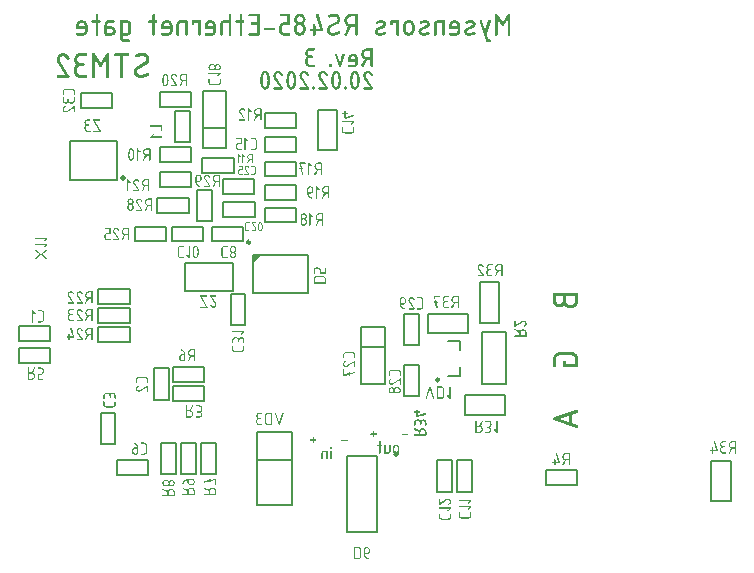
<source format=gbo>
G04*
G04 #@! TF.GenerationSoftware,Altium Limited,Altium Designer,19.1.7 (138)*
G04*
G04 Layer_Color=32896*
%FSLAX44Y44*%
%MOMM*%
G71*
G01*
G75*
%ADD11C,0.2500*%
%ADD12C,0.5000*%
%ADD13C,0.2000*%
G36*
X216664Y279982D02*
X223864Y279982D01*
X216664Y272782D01*
X216664Y279982D01*
D02*
G37*
G36*
X56600Y451257D02*
X57156Y451109D01*
X57711Y450924D01*
X58230Y450664D01*
X58711Y450368D01*
X59155Y450035D01*
X59563Y449665D01*
X59933Y449294D01*
X60266Y448887D01*
X60563Y448554D01*
X60785Y448183D01*
X61007Y447887D01*
X61155Y447628D01*
X61266Y447443D01*
X61340Y447295D01*
X61377Y447257D01*
X61414Y447146D01*
X61451Y446998D01*
Y446887D01*
Y446850D01*
X61377Y446406D01*
X61229Y446072D01*
X61044Y445813D01*
X60785Y445665D01*
X60526Y445554D01*
X60340Y445517D01*
X60192Y445480D01*
X60118D01*
X59822Y445517D01*
X59600Y445591D01*
X59378Y445702D01*
X59229Y445813D01*
X59081Y445924D01*
X59007Y446035D01*
X58933Y446109D01*
Y446147D01*
X58674Y446591D01*
X58415Y446961D01*
X58119Y447295D01*
X57859Y447554D01*
X57637Y447813D01*
X57378Y447998D01*
X56933Y448294D01*
X56526Y448480D01*
X56230Y448554D01*
X56045Y448591D01*
X55971D01*
X55563Y448554D01*
X55193Y448479D01*
X54859Y448331D01*
X54563Y448183D01*
X54341Y448035D01*
X54156Y447887D01*
X54045Y447813D01*
X54008Y447776D01*
X53748Y447443D01*
X53526Y447109D01*
X53378Y446813D01*
X53304Y446480D01*
X53230Y446221D01*
X53193Y445998D01*
Y445850D01*
Y445813D01*
X53230Y445517D01*
X53267Y445221D01*
X53341Y444961D01*
X53415Y444739D01*
X53526Y444554D01*
X53600Y444406D01*
X53637Y444295D01*
X53675Y444258D01*
X61266Y432111D01*
X61377Y431852D01*
X61414Y431592D01*
X61451Y431444D01*
Y431370D01*
X61377Y430926D01*
X61229Y430592D01*
X61044Y430333D01*
X60785Y430185D01*
X60526Y430074D01*
X60340Y430037D01*
X60192Y430000D01*
X51823Y430000D01*
X51378Y430074D01*
X51045Y430222D01*
X50786Y430444D01*
X50638Y430704D01*
X50527Y430926D01*
X50490Y431148D01*
X50453Y431296D01*
Y431370D01*
X50527Y431815D01*
X50675Y432148D01*
X50897Y432370D01*
X51119Y432555D01*
X51378Y432629D01*
X51601Y432666D01*
X51749Y432703D01*
X57933Y432703D01*
X51749Y442517D01*
X51304Y443147D01*
X51008Y443776D01*
X50786Y444332D01*
X50601Y444813D01*
X50527Y445221D01*
X50490Y445554D01*
X50453Y445739D01*
Y445813D01*
Y446221D01*
X50527Y446628D01*
X50712Y447369D01*
X50971Y448035D01*
X51267Y448591D01*
X51564Y449035D01*
X51823Y449368D01*
X52008Y449590D01*
X52045Y449665D01*
X52082D01*
X52378Y449961D01*
X52712Y450220D01*
X53378Y450590D01*
X54008Y450887D01*
X54637Y451109D01*
X55156Y451220D01*
X55600Y451257D01*
X55748Y451294D01*
X55971D01*
X56600Y451257D01*
D02*
G37*
G36*
X94337Y451220D02*
X94670Y451072D01*
X94892Y450887D01*
X95041Y450628D01*
X95152Y450368D01*
X95189Y450183D01*
X95226Y450035D01*
Y449961D01*
Y431333D01*
X95152Y430889D01*
X95003Y430555D01*
X94781Y430333D01*
X94522Y430185D01*
X94300Y430074D01*
X94078Y430037D01*
X93930Y430000D01*
X93855D01*
X93411Y430074D01*
X93078Y430222D01*
X92819Y430407D01*
X92670Y430667D01*
X92559Y430926D01*
X92522Y431111D01*
X92485Y431259D01*
Y431333D01*
Y446184D01*
X89004Y440184D01*
X88782Y439888D01*
X88560Y439666D01*
X88337Y439481D01*
X88115Y439369D01*
X87930Y439295D01*
X87782Y439258D01*
X87671D01*
X87412Y439295D01*
X87190Y439406D01*
X86967Y439518D01*
X86782Y439703D01*
X86634Y439851D01*
X86523Y439962D01*
X86449Y440073D01*
X86412Y440110D01*
X82857Y446184D01*
Y431333D01*
X82783Y430889D01*
X82634Y430555D01*
X82412Y430333D01*
X82153Y430185D01*
X81931Y430074D01*
X81709Y430037D01*
X81560Y430000D01*
X81486D01*
X81042Y430074D01*
X80709Y430222D01*
X80449Y430407D01*
X80301Y430667D01*
X80190Y430926D01*
X80153Y431111D01*
X80116Y431259D01*
Y431333D01*
Y449961D01*
X80190Y450405D01*
X80338Y450739D01*
X80561Y450961D01*
X80783Y451146D01*
X81042Y451220D01*
X81264Y451257D01*
X81412Y451294D01*
X81486D01*
X81746Y451257D01*
X82005Y451220D01*
X82190Y451109D01*
X82338Y450998D01*
X82560Y450813D01*
X82597Y450739D01*
X82634Y450702D01*
X87671Y442850D01*
X92708Y450628D01*
X92893Y450850D01*
X93078Y450998D01*
X93263Y451146D01*
X93448Y451220D01*
X93633Y451257D01*
X93781Y451294D01*
X93892D01*
X94337Y451220D01*
D02*
G37*
G36*
X124334D02*
X125112Y451035D01*
X125741Y450776D01*
X126334Y450479D01*
X126778Y450183D01*
X127111Y449924D01*
X127333Y449739D01*
X127371Y449702D01*
X127408Y449665D01*
X127704Y449368D01*
X127926Y449035D01*
X128333Y448405D01*
X128593Y447739D01*
X128815Y447146D01*
X128926Y446628D01*
X128963Y446184D01*
X129000Y446035D01*
Y445924D01*
Y445850D01*
Y445813D01*
X128963Y445221D01*
X128889Y444628D01*
X128741Y444110D01*
X128519Y443628D01*
X128296Y443184D01*
X128074Y442776D01*
X127778Y442443D01*
X127519Y442110D01*
X127259Y441814D01*
X126963Y441591D01*
X126741Y441369D01*
X126482Y441221D01*
X126297Y441073D01*
X126148Y440999D01*
X126074Y440962D01*
X126037Y440925D01*
X119853Y437925D01*
X119445Y437592D01*
X119149Y437221D01*
X118964Y436814D01*
X118816Y436407D01*
X118742Y436036D01*
X118668Y435740D01*
Y435555D01*
Y435518D01*
Y435481D01*
X118705Y435074D01*
X118816Y434703D01*
X118927Y434370D01*
X119075Y434074D01*
X119260Y433852D01*
X119371Y433666D01*
X119482Y433555D01*
X119520Y433518D01*
X119853Y433259D01*
X120149Y433037D01*
X120482Y432889D01*
X120779Y432814D01*
X121038Y432741D01*
X121260Y432703D01*
X121964D01*
X122482Y432777D01*
X122927Y432814D01*
X123297Y432889D01*
X123630Y432963D01*
X123852Y433000D01*
X124038Y433074D01*
X124075D01*
X124741Y433407D01*
X125334Y433666D01*
X125815Y433926D01*
X126222Y434148D01*
X126556Y434333D01*
X126778Y434444D01*
X126926Y434518D01*
X126963Y434555D01*
X127222Y434666D01*
X127445Y434703D01*
X127593Y434740D01*
X127852D01*
X128037Y434666D01*
X128370Y434555D01*
X128556Y434407D01*
X128593Y434370D01*
X128630Y434333D01*
X128852Y434037D01*
X128963Y433740D01*
X129000Y433518D01*
Y433444D01*
Y433407D01*
X128963Y433185D01*
X128926Y432963D01*
X128704Y432592D01*
X128519Y432370D01*
X128482Y432333D01*
X128444Y432296D01*
X127852Y431889D01*
X127259Y431555D01*
X126667Y431222D01*
X126037Y430963D01*
X125445Y430741D01*
X124889Y430555D01*
X123778Y430296D01*
X123297Y430185D01*
X122852Y430111D01*
X122445Y430074D01*
X122112Y430037D01*
X121816Y430000D01*
X121445D01*
X121038Y430037D01*
X120631Y430074D01*
X119890Y430259D01*
X119223Y430518D01*
X118668Y430815D01*
X118186Y431074D01*
X117853Y431333D01*
X117631Y431518D01*
X117557Y431592D01*
X117261Y431889D01*
X117001Y432222D01*
X116631Y432889D01*
X116335Y433555D01*
X116112Y434148D01*
X116001Y434666D01*
X115964Y435111D01*
X115927Y435259D01*
Y435370D01*
Y435444D01*
Y435481D01*
X115964Y436073D01*
X116038Y436629D01*
X116223Y437147D01*
X116409Y437629D01*
X116631Y438073D01*
X116890Y438481D01*
X117149Y438814D01*
X117446Y439147D01*
X117742Y439406D01*
X118001Y439666D01*
X118260Y439888D01*
X118483Y440036D01*
X118668Y440184D01*
X118816Y440258D01*
X118927Y440332D01*
X118964D01*
X124778Y443332D01*
X125260Y443665D01*
X125630Y444036D01*
X125889Y444443D01*
X126074Y444850D01*
X126186Y445221D01*
X126222Y445517D01*
X126259Y445739D01*
Y445776D01*
Y445813D01*
X126222Y446221D01*
X126148Y446591D01*
X126000Y446924D01*
X125852Y447220D01*
X125741Y447443D01*
X125593Y447628D01*
X125519Y447739D01*
X125482Y447776D01*
X125148Y448035D01*
X124815Y448257D01*
X124519Y448405D01*
X124186Y448480D01*
X123926Y448554D01*
X123704Y448591D01*
X123519D01*
X122667Y448554D01*
X121853Y448442D01*
X121075Y448294D01*
X120371Y448146D01*
X119779Y447961D01*
X119520Y447887D01*
X119334Y447813D01*
X119149Y447739D01*
X119038Y447702D01*
X118964Y447665D01*
X118927D01*
X118705Y447591D01*
X118520Y447554D01*
X118408Y447517D01*
X118371D01*
X118149Y447554D01*
X117964Y447591D01*
X117668Y447739D01*
X117483Y447850D01*
X117409Y447924D01*
X117261Y448072D01*
X117186Y448257D01*
X117038Y448554D01*
X117001Y448813D01*
Y448850D01*
Y448887D01*
X117038Y449146D01*
X117112Y449405D01*
X117372Y449776D01*
X117520Y449924D01*
X117668Y450035D01*
X117742Y450072D01*
X117779Y450109D01*
X118186Y450331D01*
X118594Y450516D01*
X119520Y450813D01*
X120482Y450998D01*
X121408Y451146D01*
X121816Y451183D01*
X122223Y451220D01*
X122593Y451257D01*
X122889Y451294D01*
X123926D01*
X124334Y451220D01*
D02*
G37*
G36*
X111224D02*
X111557Y451072D01*
X111780Y450887D01*
X111928Y450628D01*
X112039Y450368D01*
X112076Y450183D01*
X112113Y450035D01*
Y449961D01*
X112039Y449516D01*
X111891Y449183D01*
X111706Y448924D01*
X111446Y448776D01*
X111187Y448665D01*
X111002Y448628D01*
X110854Y448591D01*
X106965D01*
Y431333D01*
X106891Y430889D01*
X106743Y430555D01*
X106521Y430333D01*
X106262Y430185D01*
X106039Y430074D01*
X105817Y430037D01*
X105669Y430000D01*
X105595D01*
X105151Y430074D01*
X104817Y430222D01*
X104558Y430407D01*
X104410Y430667D01*
X104299Y430926D01*
X104262Y431111D01*
X104225Y431259D01*
Y431333D01*
Y448591D01*
X100447D01*
X100003Y448665D01*
X99670Y448813D01*
X99410Y449035D01*
X99262Y449294D01*
X99151Y449516D01*
X99114Y449739D01*
X99077Y449887D01*
Y449961D01*
X99151Y450405D01*
X99299Y450739D01*
X99522Y450961D01*
X99744Y451146D01*
X100003Y451220D01*
X100225Y451257D01*
X100373Y451294D01*
X110780D01*
X111224Y451220D01*
D02*
G37*
G36*
X75339D02*
X75672Y451072D01*
X75894Y450887D01*
X76042Y450628D01*
X76154Y450368D01*
X76191Y450183D01*
X76228Y450035D01*
Y449961D01*
X76154Y449516D01*
X76006Y449183D01*
X75820Y448924D01*
X75561Y448776D01*
X75302Y448665D01*
X75117Y448628D01*
X74969Y448591D01*
X70747D01*
X70339Y448554D01*
X69969Y448480D01*
X69636Y448331D01*
X69339Y448183D01*
X69117Y448035D01*
X68932Y447887D01*
X68821Y447813D01*
X68784Y447776D01*
X68525Y447443D01*
X68303Y447109D01*
X68154Y446813D01*
X68080Y446480D01*
X68006Y446221D01*
X67969Y445998D01*
Y445850D01*
Y445813D01*
X68006Y445406D01*
X68080Y444998D01*
X68229Y444665D01*
X68377Y444369D01*
X68525Y444147D01*
X68673Y443961D01*
X68747Y443850D01*
X68784Y443813D01*
X69117Y443554D01*
X69451Y443369D01*
X69747Y443221D01*
X70080Y443147D01*
X70339Y443073D01*
X70562Y443036D01*
X72821D01*
X73265Y442962D01*
X73598Y442813D01*
X73821Y442628D01*
X73969Y442369D01*
X74080Y442110D01*
X74117Y441925D01*
X74154Y441777D01*
Y441702D01*
X74080Y441258D01*
X73932Y440925D01*
X73747Y440666D01*
X73487Y440517D01*
X73228Y440406D01*
X73043Y440369D01*
X72895Y440332D01*
X70747D01*
X70339Y440295D01*
X69969Y440221D01*
X69636Y440073D01*
X69339Y439925D01*
X69117Y439777D01*
X68932Y439629D01*
X68821Y439555D01*
X68784Y439518D01*
X68525Y439184D01*
X68303Y438851D01*
X68154Y438555D01*
X68080Y438221D01*
X68006Y437962D01*
X67969Y437740D01*
Y437592D01*
Y437555D01*
Y435481D01*
X68006Y435074D01*
X68080Y434666D01*
X68229Y434333D01*
X68377Y434037D01*
X68525Y433814D01*
X68673Y433629D01*
X68747Y433518D01*
X68784Y433481D01*
X69117Y433222D01*
X69451Y433037D01*
X69747Y432889D01*
X70080Y432814D01*
X70339Y432741D01*
X70562Y432703D01*
X74894D01*
X75339Y432629D01*
X75672Y432481D01*
X75894Y432296D01*
X76042Y432037D01*
X76154Y431778D01*
X76191Y431592D01*
X76228Y431444D01*
Y431370D01*
X76154Y430926D01*
X76006Y430592D01*
X75820Y430333D01*
X75561Y430185D01*
X75302Y430074D01*
X75117Y430037D01*
X74969Y430000D01*
X70747D01*
X70339Y430037D01*
X69932Y430074D01*
X69191Y430259D01*
X68525Y430518D01*
X67969Y430815D01*
X67488Y431074D01*
X67155Y431333D01*
X66932Y431518D01*
X66858Y431592D01*
X66562Y431889D01*
X66303Y432222D01*
X65932Y432889D01*
X65636Y433518D01*
X65414Y434148D01*
X65303Y434666D01*
X65266Y435111D01*
X65229Y435259D01*
Y435370D01*
Y435444D01*
Y435481D01*
Y437555D01*
X65266Y438036D01*
X65303Y438518D01*
X65562Y439332D01*
X65895Y440036D01*
X66266Y440629D01*
X66636Y441073D01*
X66969Y441406D01*
X67229Y441591D01*
X67266Y441665D01*
X67303D01*
X66932Y441962D01*
X66599Y442258D01*
X66340Y442554D01*
X66118Y442925D01*
X65747Y443591D01*
X65488Y444258D01*
X65340Y444887D01*
X65303Y445147D01*
X65266Y445369D01*
X65229Y445554D01*
Y445702D01*
Y445776D01*
Y445813D01*
Y446221D01*
X65303Y446628D01*
X65488Y447369D01*
X65747Y447998D01*
X66044Y448591D01*
X66340Y449035D01*
X66599Y449368D01*
X66784Y449591D01*
X66821Y449665D01*
X66858D01*
X67155Y449961D01*
X67488Y450220D01*
X68154Y450591D01*
X68784Y450887D01*
X69414Y451109D01*
X69932Y451220D01*
X70376Y451257D01*
X70525Y451294D01*
X74894D01*
X75339Y451220D01*
D02*
G37*
G36*
X486926Y197963D02*
X487334Y197926D01*
X488111Y197741D01*
X488741Y197481D01*
X489334Y197185D01*
X489778Y196926D01*
X490111Y196667D01*
X490334Y196482D01*
X490370Y196408D01*
X490408D01*
X490704Y196111D01*
X490926Y195778D01*
X491333Y195111D01*
X491593Y194482D01*
X491815Y193852D01*
X491926Y193334D01*
X491963Y192889D01*
X492000Y192741D01*
Y186297D01*
X491926Y185853D01*
X491778Y185520D01*
X491593Y185261D01*
X491333Y185112D01*
X491074Y185001D01*
X490889Y184964D01*
X490741Y184927D01*
X490667D01*
X480298D01*
X479853Y185001D01*
X479520Y185149D01*
X479298Y185372D01*
X479113Y185594D01*
X479038Y185853D01*
X479001Y186075D01*
X478964Y186224D01*
Y189408D01*
X479038Y189853D01*
X479187Y190186D01*
X479372Y190408D01*
X479631Y190556D01*
X479890Y190667D01*
X480075Y190704D01*
X480223Y190742D01*
X480298D01*
X480742Y190667D01*
X481075Y190519D01*
X481334Y190334D01*
X481483Y190075D01*
X481594Y189816D01*
X481631Y189631D01*
X481668Y189482D01*
Y187668D01*
X489297D01*
Y192519D01*
X489259Y192927D01*
X489185Y193297D01*
X489037Y193630D01*
X488889Y193926D01*
X488778Y194149D01*
X488630Y194334D01*
X488556Y194445D01*
X488519Y194482D01*
X488186Y194741D01*
X487852Y194926D01*
X487519Y195074D01*
X487223Y195149D01*
X486926Y195222D01*
X486704Y195260D01*
X486556D01*
X486519D01*
X476187D01*
X475779Y195222D01*
X475409Y195149D01*
X475076Y195000D01*
X474780Y194852D01*
X474557Y194741D01*
X474372Y194593D01*
X474261Y194519D01*
X474224Y194482D01*
X473965Y194149D01*
X473743Y193815D01*
X473595Y193519D01*
X473520Y193186D01*
X473446Y192927D01*
X473409Y192704D01*
Y186297D01*
X473335Y185853D01*
X473187Y185520D01*
X472965Y185261D01*
X472706Y185112D01*
X472483Y185001D01*
X472261Y184964D01*
X472113Y184927D01*
X472039D01*
X471595Y185001D01*
X471261Y185149D01*
X471039Y185372D01*
X470854Y185594D01*
X470780Y185853D01*
X470743Y186075D01*
X470706Y186224D01*
Y192927D01*
X470780Y193334D01*
X470965Y194111D01*
X471224Y194741D01*
X471521Y195334D01*
X471817Y195778D01*
X472076Y196111D01*
X472261Y196334D01*
X472298Y196371D01*
X472335Y196408D01*
X472632Y196704D01*
X472965Y196926D01*
X473595Y197333D01*
X474261Y197593D01*
X474854Y197815D01*
X475372Y197926D01*
X475816Y197963D01*
X475965Y198000D01*
X476076D01*
X476150D01*
X476187D01*
X486519D01*
X486926Y197963D01*
D02*
G37*
G36*
X296556Y123665D02*
X296722Y123591D01*
X296833Y123498D01*
X296907Y123369D01*
X296963Y123239D01*
X296982Y123146D01*
X297000Y123072D01*
Y123035D01*
X296963Y122813D01*
X296889Y122647D01*
X296796Y122517D01*
X296667Y122443D01*
X296537Y122387D01*
X296444Y122369D01*
X296370Y122350D01*
X292186D01*
X291964Y122387D01*
X291797Y122461D01*
X291667Y122572D01*
X291593Y122702D01*
X291538Y122813D01*
X291519Y122924D01*
X291501Y122998D01*
Y123035D01*
X291538Y123258D01*
X291612Y123424D01*
X291723Y123535D01*
X291834Y123628D01*
X291964Y123665D01*
X292075Y123683D01*
X292149Y123702D01*
X296333D01*
X296556Y123665D01*
D02*
G37*
G36*
X268077Y126257D02*
X268244Y126183D01*
X268373Y126091D01*
X268447Y125961D01*
X268503Y125831D01*
X268521Y125739D01*
X268540Y125665D01*
Y125628D01*
Y124220D01*
X269929D01*
X270151Y124183D01*
X270318Y124109D01*
X270447Y124017D01*
X270521Y123887D01*
X270577Y123757D01*
X270595Y123665D01*
X270614Y123591D01*
Y123554D01*
X270577Y123332D01*
X270503Y123165D01*
X270392Y123035D01*
X270262Y122961D01*
X270151Y122906D01*
X270040Y122887D01*
X269966Y122869D01*
X268540D01*
Y121480D01*
X268503Y121258D01*
X268429Y121091D01*
X268318Y120980D01*
X268188Y120906D01*
X268077Y120850D01*
X267966Y120832D01*
X267892Y120813D01*
X267855D01*
X267633Y120850D01*
X267466Y120925D01*
X267336Y121017D01*
X267262Y121147D01*
X267207Y121276D01*
X267188Y121369D01*
X267170Y121443D01*
Y121480D01*
Y122869D01*
X265781D01*
X265559Y122906D01*
X265392Y122980D01*
X265263Y123091D01*
X265189Y123221D01*
X265133Y123332D01*
X265114Y123443D01*
X265096Y123517D01*
Y123554D01*
X265133Y123776D01*
X265207Y123943D01*
X265318Y124054D01*
X265429Y124146D01*
X265559Y124183D01*
X265670Y124202D01*
X265744Y124220D01*
X267170D01*
Y125628D01*
X267207Y125850D01*
X267281Y126017D01*
X267392Y126128D01*
X267503Y126220D01*
X267633Y126257D01*
X267744Y126276D01*
X267818Y126294D01*
X267855D01*
X268077Y126257D01*
D02*
G37*
G36*
X282835Y117610D02*
X283001Y117536D01*
X283131Y117443D01*
X283205Y117314D01*
X283261Y117184D01*
X283279Y117092D01*
X283298Y117017D01*
Y116980D01*
Y116462D01*
X283261Y116240D01*
X283187Y116073D01*
X283076Y115943D01*
X282946Y115869D01*
X282835Y115814D01*
X282724Y115795D01*
X282650Y115777D01*
X282613D01*
X282390Y115814D01*
X282224Y115888D01*
X282094Y115999D01*
X282020Y116129D01*
X281964Y116240D01*
X281946Y116351D01*
X281928Y116425D01*
Y116462D01*
Y116980D01*
X281964Y117203D01*
X282039Y117369D01*
X282150Y117480D01*
X282261Y117573D01*
X282390Y117610D01*
X282502Y117628D01*
X282576Y117647D01*
X282613D01*
X282835Y117610D01*
D02*
G37*
G36*
Y114499D02*
X283001Y114425D01*
X283131Y114333D01*
X283205Y114203D01*
X283261Y114073D01*
X283279Y113981D01*
X283298Y113907D01*
Y113870D01*
Y107667D01*
X283261Y107444D01*
X283187Y107278D01*
X283076Y107167D01*
X282946Y107093D01*
X282835Y107037D01*
X282724Y107018D01*
X282650Y107000D01*
X282613D01*
X282390Y107037D01*
X282224Y107111D01*
X282094Y107204D01*
X282020Y107333D01*
X281964Y107463D01*
X281946Y107556D01*
X281928Y107630D01*
Y107667D01*
Y113870D01*
X281964Y114092D01*
X282039Y114258D01*
X282150Y114370D01*
X282261Y114462D01*
X282390Y114499D01*
X282502Y114518D01*
X282576Y114536D01*
X282613D01*
X282835Y114499D01*
D02*
G37*
G36*
X279669D02*
X279835Y114425D01*
X279946Y114333D01*
X280020Y114203D01*
X280076Y114073D01*
X280094Y113981D01*
X280113Y113907D01*
Y113870D01*
Y107667D01*
X280076Y107444D01*
X280002Y107278D01*
X279891Y107167D01*
X279761Y107093D01*
X279650Y107037D01*
X279539Y107018D01*
X279465Y107000D01*
X279428D01*
X279205Y107037D01*
X279039Y107111D01*
X278909Y107204D01*
X278835Y107333D01*
X278780Y107463D01*
X278761Y107556D01*
X278743Y107630D01*
Y107667D01*
Y113184D01*
X276854D01*
X276724Y113166D01*
X276595Y113147D01*
X276409Y113055D01*
X276336Y112999D01*
X276280Y112962D01*
X276261Y112944D01*
X276243Y112925D01*
X276150Y112833D01*
X276095Y112722D01*
X276021Y112536D01*
X276002Y112444D01*
X275984Y112370D01*
Y112333D01*
Y112314D01*
Y107667D01*
X275947Y107444D01*
X275872Y107278D01*
X275762Y107167D01*
X275632Y107093D01*
X275521Y107037D01*
X275410Y107018D01*
X275336Y107000D01*
X275299D01*
X275076Y107037D01*
X274910Y107111D01*
X274780Y107204D01*
X274706Y107333D01*
X274650Y107463D01*
X274632Y107556D01*
X274613Y107630D01*
Y107667D01*
Y112314D01*
X274632Y112648D01*
X274706Y112944D01*
X274817Y113222D01*
X274928Y113444D01*
X275058Y113629D01*
X275150Y113777D01*
X275224Y113851D01*
X275261Y113888D01*
X275521Y114110D01*
X275780Y114258D01*
X276058Y114370D01*
X276298Y114462D01*
X276521Y114499D01*
X276687Y114518D01*
X276817Y114536D01*
X279446D01*
X279669Y114499D01*
D02*
G37*
G36*
X347556Y128665D02*
X347722Y128591D01*
X347833Y128498D01*
X347907Y128369D01*
X347963Y128239D01*
X347981Y128146D01*
X348000Y128072D01*
Y128035D01*
X347963Y127813D01*
X347889Y127647D01*
X347796Y127517D01*
X347667Y127443D01*
X347537Y127387D01*
X347444Y127369D01*
X347370Y127350D01*
X343186D01*
X342963Y127387D01*
X342797Y127461D01*
X342667Y127572D01*
X342593Y127702D01*
X342538Y127813D01*
X342519Y127924D01*
X342501Y127998D01*
Y128035D01*
X342538Y128258D01*
X342612Y128424D01*
X342723Y128535D01*
X342834Y128628D01*
X342963Y128665D01*
X343075Y128683D01*
X343149Y128702D01*
X347333D01*
X347556Y128665D01*
D02*
G37*
G36*
X319077Y131257D02*
X319244Y131183D01*
X319373Y131091D01*
X319447Y130961D01*
X319503Y130831D01*
X319522Y130739D01*
X319540Y130665D01*
Y130628D01*
Y129220D01*
X320929D01*
X321151Y129183D01*
X321318Y129109D01*
X321447Y129017D01*
X321521Y128887D01*
X321577Y128757D01*
X321595Y128665D01*
X321614Y128591D01*
Y128554D01*
X321577Y128332D01*
X321503Y128165D01*
X321392Y128035D01*
X321262Y127961D01*
X321151Y127906D01*
X321040Y127887D01*
X320966Y127869D01*
X319540D01*
Y126480D01*
X319503Y126258D01*
X319429Y126091D01*
X319318Y125980D01*
X319188Y125906D01*
X319077Y125850D01*
X318966Y125832D01*
X318892Y125813D01*
X318855D01*
X318633Y125850D01*
X318466Y125925D01*
X318336Y126017D01*
X318262Y126147D01*
X318207Y126276D01*
X318188Y126369D01*
X318170Y126443D01*
Y126480D01*
Y127869D01*
X316781D01*
X316559Y127906D01*
X316392Y127980D01*
X316263Y128091D01*
X316189Y128221D01*
X316133Y128332D01*
X316114Y128443D01*
X316096Y128517D01*
Y128554D01*
X316133Y128776D01*
X316207Y128943D01*
X316318Y129054D01*
X316429Y129146D01*
X316559Y129183D01*
X316670Y129202D01*
X316744Y129220D01*
X318170D01*
Y130628D01*
X318207Y130850D01*
X318281Y131017D01*
X318392Y131128D01*
X318503Y131220D01*
X318633Y131257D01*
X318744Y131276D01*
X318818Y131294D01*
X318855D01*
X319077Y131257D01*
D02*
G37*
G36*
X332779Y119499D02*
X332946Y119425D01*
X333076Y119333D01*
X333150Y119203D01*
X333205Y119073D01*
X333224Y118981D01*
X333242Y118907D01*
Y118870D01*
Y114222D01*
X333224Y113889D01*
X333150Y113574D01*
X333039Y113296D01*
X332928Y113074D01*
X332816Y112889D01*
X332705Y112741D01*
X332631Y112667D01*
X332613Y112629D01*
X332354Y112426D01*
X332094Y112259D01*
X331816Y112148D01*
X331576Y112074D01*
X331354Y112037D01*
X331168Y112018D01*
X331057Y112000D01*
X328428D01*
X328206Y112037D01*
X328039Y112111D01*
X327910Y112204D01*
X327835Y112333D01*
X327780Y112463D01*
X327761Y112556D01*
X327743Y112629D01*
Y112667D01*
Y118870D01*
X327780Y119092D01*
X327854Y119258D01*
X327965Y119370D01*
X328076Y119462D01*
X328206Y119499D01*
X328317Y119518D01*
X328391Y119536D01*
X328428D01*
X328650Y119499D01*
X328817Y119425D01*
X328946Y119333D01*
X329021Y119203D01*
X329076Y119073D01*
X329095Y118981D01*
X329113Y118907D01*
Y118870D01*
Y113352D01*
X331020D01*
X331150Y113370D01*
X331261Y113389D01*
X331465Y113481D01*
X331539Y113518D01*
X331576Y113555D01*
X331613Y113574D01*
X331631Y113592D01*
X331705Y113703D01*
X331761Y113796D01*
X331835Y114000D01*
X331853Y114092D01*
X331872Y114166D01*
Y114204D01*
Y114222D01*
Y118870D01*
X331909Y119092D01*
X331983Y119258D01*
X332094Y119370D01*
X332205Y119462D01*
X332335Y119499D01*
X332446Y119518D01*
X332520Y119536D01*
X332557D01*
X332779Y119499D01*
D02*
G37*
G36*
X338297D02*
X338686Y119407D01*
X339001Y119277D01*
X339297Y119129D01*
X339519Y118981D01*
X339686Y118851D01*
X339797Y118758D01*
X339816Y118740D01*
X339834Y118722D01*
X339982Y118573D01*
X340093Y118407D01*
X340297Y118092D01*
X340427Y117759D01*
X340538Y117462D01*
X340593Y117203D01*
X340612Y116981D01*
X340630Y116907D01*
Y116851D01*
Y116814D01*
Y116796D01*
Y114740D01*
X340612Y114537D01*
X340593Y114333D01*
X340501Y113944D01*
X340371Y113629D01*
X340223Y113333D01*
X340093Y113111D01*
X339964Y112944D01*
X339871Y112833D01*
X339834Y112815D01*
Y112796D01*
X339686Y112648D01*
X339519Y112537D01*
X339186Y112333D01*
X338871Y112204D01*
X338557Y112093D01*
X338297Y112037D01*
X338075Y112018D01*
X338001Y112000D01*
X337890D01*
X337686Y112018D01*
X337483Y112037D01*
X337094Y112130D01*
X336760Y112259D01*
X336483Y112407D01*
X336260Y112537D01*
X336094Y112667D01*
X335983Y112759D01*
X335946Y112796D01*
X335798Y112944D01*
X335668Y113111D01*
X335483Y113444D01*
X335335Y113759D01*
X335224Y114074D01*
X335168Y114333D01*
X335149Y114555D01*
X335131Y114629D01*
Y114685D01*
Y114722D01*
Y114740D01*
Y116796D01*
Y117000D01*
X335168Y117203D01*
X335261Y117592D01*
X335390Y117925D01*
X335520Y118203D01*
X335668Y118425D01*
X335798Y118592D01*
X335890Y118703D01*
X335909Y118740D01*
X335927D01*
X336075Y118888D01*
X336242Y118999D01*
X336575Y119203D01*
X336890Y119351D01*
X337205Y119444D01*
X337483Y119499D01*
X337686Y119518D01*
X337779Y119536D01*
X338094D01*
X338297Y119499D01*
D02*
G37*
G36*
X324354Y122610D02*
X324521Y122536D01*
X324651Y122443D01*
X324725Y122314D01*
X324780Y122184D01*
X324799Y122092D01*
X324817Y122017D01*
Y121980D01*
Y119536D01*
X325169D01*
X325391Y119499D01*
X325558Y119425D01*
X325687Y119333D01*
X325762Y119203D01*
X325817Y119073D01*
X325836Y118981D01*
X325854Y118907D01*
Y118870D01*
X325817Y118647D01*
X325743Y118481D01*
X325632Y118351D01*
X325502Y118277D01*
X325391Y118222D01*
X325280Y118203D01*
X325206Y118184D01*
X324817D01*
Y112667D01*
X324780Y112444D01*
X324706Y112278D01*
X324595Y112167D01*
X324465Y112093D01*
X324354Y112037D01*
X324243Y112018D01*
X324169Y112000D01*
X324132D01*
X323910Y112037D01*
X323743Y112111D01*
X323614Y112204D01*
X323540Y112333D01*
X323484Y112463D01*
X323465Y112556D01*
X323447Y112629D01*
Y112667D01*
Y118184D01*
X322077D01*
X321855Y118222D01*
X321688Y118296D01*
X321558Y118407D01*
X321484Y118536D01*
X321429Y118647D01*
X321410Y118758D01*
X321392Y118833D01*
Y118870D01*
X321429Y119092D01*
X321503Y119258D01*
X321614Y119370D01*
X321725Y119462D01*
X321855Y119499D01*
X321966Y119518D01*
X322040Y119536D01*
X323447D01*
Y121980D01*
X323484Y122203D01*
X323558Y122369D01*
X323669Y122480D01*
X323780Y122573D01*
X323910Y122610D01*
X324021Y122628D01*
X324095Y122647D01*
X324132D01*
X324354Y122610D01*
D02*
G37*
G36*
X293737Y450595D02*
X293959Y450512D01*
X294125Y450401D01*
X294153Y450373D01*
X294181Y450345D01*
X294347Y450123D01*
X294431Y449901D01*
X294459Y449734D01*
Y449679D01*
Y449651D01*
Y449540D01*
X294431Y449429D01*
X294403Y449346D01*
Y449318D01*
X291377Y440129D01*
X291266Y439879D01*
X291099Y439684D01*
X290933Y439546D01*
X290766Y439462D01*
X290600Y439407D01*
X290461Y439351D01*
X290350D01*
X290100Y439379D01*
X289878Y439490D01*
X289711Y439601D01*
X289572Y439768D01*
X289461Y439906D01*
X289406Y440045D01*
X289350Y440129D01*
Y440156D01*
X286297Y449346D01*
X286241Y449457D01*
X286213Y449568D01*
Y449623D01*
Y449651D01*
X286269Y449984D01*
X286380Y450234D01*
X286546Y450401D01*
X286741Y450539D01*
X286935Y450595D01*
X287102Y450623D01*
X287213Y450650D01*
X287268D01*
X287518Y450623D01*
X287740Y450539D01*
X287907Y450428D01*
X288046Y450317D01*
X288129Y450178D01*
X288184Y450067D01*
X288240Y449984D01*
Y449956D01*
X290350Y443071D01*
X292460Y449956D01*
X292571Y450178D01*
X292710Y450345D01*
X292876Y450484D01*
X293043Y450567D01*
X293181Y450623D01*
X293320Y450650D01*
X293598D01*
X293737Y450595D01*
D02*
G37*
G36*
X317529Y455259D02*
X317779Y455148D01*
X317945Y455009D01*
X318056Y454815D01*
X318140Y454620D01*
X318167Y454482D01*
X318195Y454370D01*
Y454315D01*
Y440351D01*
X318140Y440018D01*
X318029Y439768D01*
X317862Y439601D01*
X317668Y439490D01*
X317501Y439407D01*
X317335Y439379D01*
X317223Y439351D01*
X317168D01*
X316835Y439407D01*
X316585Y439518D01*
X316391Y439657D01*
X316280Y439851D01*
X316196Y440045D01*
X316169Y440184D01*
X316141Y440295D01*
Y440351D01*
Y445542D01*
X313198D01*
X310394Y439906D01*
X310255Y439712D01*
X310116Y439573D01*
X309950Y439490D01*
X309811Y439435D01*
X309672Y439379D01*
X309561Y439351D01*
X309450D01*
X309311Y439379D01*
X309172Y439407D01*
X308923Y439518D01*
X308784Y439601D01*
X308728Y439657D01*
X308617Y439768D01*
X308534Y439906D01*
X308423Y440129D01*
X308395Y440295D01*
Y440323D01*
Y440351D01*
X308423Y440517D01*
X308451Y440656D01*
X308506Y440767D01*
X308534Y440795D01*
X311227Y445986D01*
X310727Y446208D01*
X310283Y446486D01*
X309922Y446791D01*
X309589Y447125D01*
X309311Y447486D01*
X309089Y447874D01*
X308895Y448235D01*
X308756Y448624D01*
X308645Y448985D01*
X308534Y449318D01*
X308479Y449623D01*
X308451Y449901D01*
X308423Y450123D01*
X308395Y450289D01*
Y450401D01*
Y450428D01*
X308423Y450789D01*
X308451Y451150D01*
X308617Y451816D01*
X308839Y452399D01*
X309117Y452899D01*
X309395Y453316D01*
X309506Y453482D01*
X309617Y453621D01*
X309700Y453732D01*
X309783Y453815D01*
X309811Y453843D01*
X309839Y453871D01*
X310116Y454121D01*
X310394Y454343D01*
X310672Y454537D01*
X310977Y454704D01*
X311560Y454953D01*
X312115Y455148D01*
X312587Y455231D01*
X312782Y455259D01*
X312976Y455287D01*
X313115Y455314D01*
X317196D01*
X317529Y455259D01*
D02*
G37*
G36*
X302038Y450595D02*
X302621Y450456D01*
X303093Y450262D01*
X303537Y450040D01*
X303870Y449818D01*
X304120Y449623D01*
X304286Y449484D01*
X304314Y449457D01*
X304342Y449429D01*
X304564Y449207D01*
X304731Y448957D01*
X305036Y448485D01*
X305230Y447985D01*
X305397Y447541D01*
X305480Y447152D01*
X305508Y446819D01*
X305536Y446708D01*
Y446625D01*
Y446569D01*
Y446542D01*
Y442683D01*
X305508Y442183D01*
X305397Y441711D01*
X305230Y441295D01*
X305064Y440961D01*
X304897Y440684D01*
X304731Y440462D01*
X304620Y440351D01*
X304592Y440295D01*
X304203Y439990D01*
X303814Y439740D01*
X303398Y439573D01*
X303037Y439462D01*
X302704Y439407D01*
X302426Y439379D01*
X302260Y439351D01*
X298318D01*
X297984Y439407D01*
X297735Y439518D01*
X297540Y439684D01*
X297429Y439879D01*
X297346Y440045D01*
X297318Y440212D01*
X297290Y440323D01*
Y440378D01*
X297346Y440712D01*
X297457Y440961D01*
X297623Y441128D01*
X297790Y441267D01*
X297984Y441322D01*
X298151Y441350D01*
X298262Y441378D01*
X302204D01*
X302398Y441406D01*
X302565Y441433D01*
X302871Y441572D01*
X302981Y441628D01*
X303037Y441683D01*
X303093Y441711D01*
X303120Y441739D01*
X303231Y441905D01*
X303315Y442044D01*
X303426Y442350D01*
X303454Y442488D01*
X303481Y442599D01*
Y442655D01*
Y442683D01*
Y443988D01*
X297290D01*
Y446542D01*
Y446847D01*
X297346Y447152D01*
X297485Y447735D01*
X297679Y448235D01*
X297873Y448652D01*
X298095Y448985D01*
X298290Y449235D01*
X298428Y449401D01*
X298456Y449457D01*
X298484D01*
X298706Y449679D01*
X298956Y449845D01*
X299456Y450151D01*
X299928Y450373D01*
X300400Y450512D01*
X300816Y450595D01*
X301122Y450623D01*
X301260Y450650D01*
X301732D01*
X302038Y450595D01*
D02*
G37*
G36*
X282687Y442100D02*
X282937Y441989D01*
X283132Y441850D01*
X283243Y441655D01*
X283326Y441461D01*
X283354Y441322D01*
X283381Y441211D01*
Y441156D01*
Y440378D01*
X283326Y440045D01*
X283215Y439795D01*
X283048Y439601D01*
X282854Y439490D01*
X282687Y439407D01*
X282521Y439379D01*
X282410Y439351D01*
X282354D01*
X282021Y439407D01*
X281771Y439518D01*
X281577Y439684D01*
X281466Y439879D01*
X281383Y440045D01*
X281355Y440212D01*
X281327Y440323D01*
Y440378D01*
Y441156D01*
X281383Y441489D01*
X281494Y441739D01*
X281660Y441905D01*
X281827Y442044D01*
X282021Y442100D01*
X282188Y442127D01*
X282299Y442155D01*
X282354D01*
X282687Y442100D01*
D02*
G37*
G36*
X268445Y455259D02*
X268695Y455148D01*
X268862Y455009D01*
X268973Y454815D01*
X269056Y454620D01*
X269084Y454482D01*
X269112Y454370D01*
Y454315D01*
X269056Y453982D01*
X268945Y453732D01*
X268806Y453538D01*
X268612Y453427D01*
X268418Y453343D01*
X268279Y453316D01*
X268168Y453288D01*
X265003D01*
X264697Y453260D01*
X264420Y453204D01*
X264170Y453093D01*
X263948Y452982D01*
X263781Y452871D01*
X263643Y452760D01*
X263559Y452705D01*
X263531Y452677D01*
X263337Y452427D01*
X263171Y452177D01*
X263060Y451955D01*
X263004Y451705D01*
X262948Y451511D01*
X262921Y451344D01*
Y451233D01*
Y451206D01*
X262948Y450900D01*
X263004Y450595D01*
X263115Y450345D01*
X263226Y450123D01*
X263337Y449956D01*
X263448Y449818D01*
X263504Y449734D01*
X263531Y449706D01*
X263781Y449512D01*
X264031Y449373D01*
X264253Y449262D01*
X264503Y449207D01*
X264697Y449151D01*
X264864Y449123D01*
X266558D01*
X266891Y449068D01*
X267141Y448957D01*
X267307Y448818D01*
X267418Y448624D01*
X267501Y448429D01*
X267529Y448291D01*
X267557Y448180D01*
Y448124D01*
X267501Y447791D01*
X267390Y447541D01*
X267252Y447347D01*
X267057Y447236D01*
X266863Y447152D01*
X266724Y447125D01*
X266613Y447097D01*
X265003D01*
X264697Y447069D01*
X264420Y447014D01*
X264170Y446903D01*
X263948Y446791D01*
X263781Y446680D01*
X263643Y446569D01*
X263559Y446514D01*
X263531Y446486D01*
X263337Y446236D01*
X263171Y445986D01*
X263060Y445764D01*
X263004Y445514D01*
X262948Y445320D01*
X262921Y445154D01*
Y445042D01*
Y445015D01*
Y443460D01*
X262948Y443155D01*
X263004Y442849D01*
X263115Y442599D01*
X263226Y442377D01*
X263337Y442211D01*
X263448Y442072D01*
X263504Y441989D01*
X263531Y441961D01*
X263781Y441767D01*
X264031Y441628D01*
X264253Y441517D01*
X264503Y441461D01*
X264697Y441406D01*
X264864Y441378D01*
X268112D01*
X268445Y441322D01*
X268695Y441211D01*
X268862Y441072D01*
X268973Y440878D01*
X269056Y440684D01*
X269084Y440545D01*
X269112Y440434D01*
Y440378D01*
X269056Y440045D01*
X268945Y439795D01*
X268806Y439601D01*
X268612Y439490D01*
X268418Y439407D01*
X268279Y439379D01*
X268168Y439351D01*
X265003D01*
X264697Y439379D01*
X264392Y439407D01*
X263837Y439546D01*
X263337Y439740D01*
X262921Y439962D01*
X262560Y440156D01*
X262310Y440351D01*
X262143Y440489D01*
X262088Y440545D01*
X261866Y440767D01*
X261671Y441017D01*
X261394Y441517D01*
X261172Y441989D01*
X261005Y442461D01*
X260922Y442849D01*
X260894Y443182D01*
X260866Y443293D01*
Y443377D01*
Y443432D01*
Y443460D01*
Y445015D01*
X260894Y445376D01*
X260922Y445737D01*
X261116Y446347D01*
X261366Y446875D01*
X261644Y447319D01*
X261921Y447652D01*
X262171Y447902D01*
X262365Y448041D01*
X262393Y448096D01*
X262421D01*
X262143Y448318D01*
X261894Y448540D01*
X261699Y448763D01*
X261533Y449040D01*
X261255Y449540D01*
X261061Y450040D01*
X260950Y450512D01*
X260922Y450706D01*
X260894Y450872D01*
X260866Y451011D01*
Y451122D01*
Y451178D01*
Y451206D01*
Y451511D01*
X260922Y451816D01*
X261061Y452372D01*
X261255Y452844D01*
X261477Y453288D01*
X261699Y453621D01*
X261894Y453871D01*
X262032Y454037D01*
X262060Y454093D01*
X262088D01*
X262310Y454315D01*
X262560Y454509D01*
X263060Y454787D01*
X263531Y455009D01*
X264003Y455176D01*
X264392Y455259D01*
X264725Y455287D01*
X264836Y455314D01*
X268112D01*
X268445Y455259D01*
D02*
G37*
G36*
X314558Y436131D02*
X314975Y436020D01*
X315391Y435881D01*
X315780Y435687D01*
X316141Y435465D01*
X316474Y435215D01*
X316779Y434937D01*
X317057Y434659D01*
X317307Y434354D01*
X317529Y434104D01*
X317696Y433826D01*
X317862Y433604D01*
X317973Y433410D01*
X318056Y433271D01*
X318112Y433160D01*
X318140Y433132D01*
X318167Y433049D01*
X318195Y432938D01*
Y432855D01*
Y432827D01*
X318140Y432494D01*
X318029Y432244D01*
X317890Y432050D01*
X317696Y431939D01*
X317501Y431855D01*
X317362Y431828D01*
X317251Y431800D01*
X317196D01*
X316974Y431828D01*
X316807Y431883D01*
X316640Y431966D01*
X316530Y432050D01*
X316418Y432133D01*
X316363Y432216D01*
X316307Y432272D01*
Y432300D01*
X316113Y432633D01*
X315919Y432910D01*
X315697Y433160D01*
X315502Y433354D01*
X315336Y433549D01*
X315141Y433688D01*
X314808Y433910D01*
X314503Y434049D01*
X314281Y434104D01*
X314142Y434132D01*
X314086D01*
X313781Y434104D01*
X313503Y434049D01*
X313254Y433937D01*
X313032Y433826D01*
X312865Y433715D01*
X312726Y433604D01*
X312643Y433549D01*
X312615Y433521D01*
X312421Y433271D01*
X312254Y433021D01*
X312143Y432799D01*
X312087Y432549D01*
X312032Y432355D01*
X312004Y432188D01*
Y432077D01*
Y432050D01*
X312032Y431828D01*
X312060Y431605D01*
X312115Y431411D01*
X312171Y431245D01*
X312254Y431106D01*
X312310Y430995D01*
X312337Y430911D01*
X312365Y430884D01*
X318056Y421778D01*
X318140Y421583D01*
X318167Y421389D01*
X318195Y421278D01*
Y421222D01*
X318140Y420889D01*
X318029Y420639D01*
X317890Y420445D01*
X317696Y420334D01*
X317501Y420251D01*
X317362Y420223D01*
X317251Y420195D01*
X310977D01*
X310644Y420251D01*
X310394Y420362D01*
X310200Y420528D01*
X310089Y420723D01*
X310005Y420889D01*
X309978Y421056D01*
X309950Y421167D01*
Y421222D01*
X310005Y421556D01*
X310116Y421805D01*
X310283Y421972D01*
X310450Y422111D01*
X310644Y422166D01*
X310811Y422194D01*
X310921Y422222D01*
X315558D01*
X310921Y429579D01*
X310588Y430051D01*
X310366Y430523D01*
X310200Y430939D01*
X310061Y431300D01*
X310005Y431605D01*
X309978Y431855D01*
X309950Y431994D01*
Y432050D01*
Y432355D01*
X310005Y432660D01*
X310144Y433216D01*
X310338Y433715D01*
X310561Y434132D01*
X310783Y434465D01*
X310977Y434715D01*
X311116Y434882D01*
X311144Y434937D01*
X311171D01*
X311394Y435159D01*
X311643Y435353D01*
X312143Y435631D01*
X312615Y435853D01*
X313087Y436020D01*
X313476Y436103D01*
X313809Y436131D01*
X313920Y436158D01*
X314086D01*
X314558Y436131D01*
D02*
G37*
G36*
X276552D02*
X276968Y436020D01*
X277385Y435881D01*
X277773Y435687D01*
X278134Y435465D01*
X278468Y435215D01*
X278773Y434937D01*
X279051Y434659D01*
X279300Y434354D01*
X279522Y434104D01*
X279689Y433826D01*
X279856Y433604D01*
X279967Y433410D01*
X280050Y433271D01*
X280105Y433160D01*
X280133Y433132D01*
X280161Y433049D01*
X280189Y432938D01*
Y432855D01*
Y432827D01*
X280133Y432494D01*
X280022Y432244D01*
X279883Y432050D01*
X279689Y431939D01*
X279495Y431855D01*
X279356Y431828D01*
X279245Y431800D01*
X279189D01*
X278967Y431828D01*
X278801Y431883D01*
X278634Y431966D01*
X278523Y432050D01*
X278412Y432133D01*
X278356Y432216D01*
X278301Y432272D01*
Y432300D01*
X278107Y432633D01*
X277912Y432910D01*
X277690Y433160D01*
X277496Y433354D01*
X277329Y433549D01*
X277135Y433688D01*
X276802Y433910D01*
X276496Y434049D01*
X276274Y434104D01*
X276136Y434132D01*
X276080D01*
X275775Y434104D01*
X275497Y434049D01*
X275247Y433937D01*
X275025Y433826D01*
X274858Y433715D01*
X274720Y433604D01*
X274636Y433549D01*
X274609Y433521D01*
X274414Y433271D01*
X274248Y433021D01*
X274137Y432799D01*
X274081Y432549D01*
X274026Y432355D01*
X273998Y432188D01*
Y432077D01*
Y432050D01*
X274026Y431828D01*
X274053Y431605D01*
X274109Y431411D01*
X274164Y431245D01*
X274248Y431106D01*
X274303Y430995D01*
X274331Y430911D01*
X274359Y430884D01*
X280050Y421778D01*
X280133Y421583D01*
X280161Y421389D01*
X280189Y421278D01*
Y421222D01*
X280133Y420889D01*
X280022Y420639D01*
X279883Y420445D01*
X279689Y420334D01*
X279495Y420251D01*
X279356Y420223D01*
X279245Y420195D01*
X272971D01*
X272638Y420251D01*
X272388Y420362D01*
X272193Y420528D01*
X272082Y420723D01*
X271999Y420889D01*
X271971Y421056D01*
X271943Y421167D01*
Y421222D01*
X271999Y421556D01*
X272110Y421805D01*
X272276Y421972D01*
X272443Y422111D01*
X272638Y422166D01*
X272804Y422194D01*
X272915Y422222D01*
X277551D01*
X272915Y429579D01*
X272582Y430051D01*
X272360Y430523D01*
X272193Y430939D01*
X272054Y431300D01*
X271999Y431605D01*
X271971Y431855D01*
X271943Y431994D01*
Y432050D01*
Y432355D01*
X271999Y432660D01*
X272138Y433216D01*
X272332Y433715D01*
X272554Y434132D01*
X272776Y434465D01*
X272971Y434715D01*
X273109Y434882D01*
X273137Y434937D01*
X273165D01*
X273387Y435159D01*
X273637Y435353D01*
X274137Y435631D01*
X274609Y435853D01*
X275081Y436020D01*
X275469Y436103D01*
X275802Y436131D01*
X275913Y436158D01*
X276080D01*
X276552Y436131D01*
D02*
G37*
G36*
X260700D02*
X261116Y436020D01*
X261533Y435881D01*
X261921Y435687D01*
X262282Y435465D01*
X262615Y435215D01*
X262921Y434937D01*
X263198Y434659D01*
X263448Y434354D01*
X263670Y434104D01*
X263837Y433826D01*
X264003Y433604D01*
X264114Y433410D01*
X264198Y433271D01*
X264253Y433160D01*
X264281Y433132D01*
X264309Y433049D01*
X264337Y432938D01*
Y432855D01*
Y432827D01*
X264281Y432494D01*
X264170Y432244D01*
X264031Y432050D01*
X263837Y431939D01*
X263643Y431855D01*
X263504Y431828D01*
X263393Y431800D01*
X263337D01*
X263115Y431828D01*
X262948Y431883D01*
X262782Y431966D01*
X262671Y432050D01*
X262560Y432133D01*
X262504Y432216D01*
X262449Y432272D01*
Y432300D01*
X262254Y432633D01*
X262060Y432910D01*
X261838Y433160D01*
X261644Y433354D01*
X261477Y433549D01*
X261283Y433688D01*
X260950Y433910D01*
X260644Y434049D01*
X260422Y434104D01*
X260283Y434132D01*
X260228D01*
X259922Y434104D01*
X259645Y434049D01*
X259395Y433937D01*
X259173Y433826D01*
X259006Y433715D01*
X258867Y433604D01*
X258784Y433549D01*
X258756Y433521D01*
X258562Y433271D01*
X258395Y433021D01*
X258284Y432799D01*
X258229Y432549D01*
X258173Y432355D01*
X258146Y432188D01*
Y432077D01*
Y432050D01*
X258173Y431828D01*
X258201Y431605D01*
X258257Y431411D01*
X258312Y431245D01*
X258395Y431106D01*
X258451Y430995D01*
X258479Y430911D01*
X258507Y430884D01*
X264198Y421778D01*
X264281Y421583D01*
X264309Y421389D01*
X264337Y421278D01*
Y421222D01*
X264281Y420889D01*
X264170Y420639D01*
X264031Y420445D01*
X263837Y420334D01*
X263643Y420251D01*
X263504Y420223D01*
X263393Y420195D01*
X257118D01*
X256785Y420251D01*
X256535Y420362D01*
X256341Y420528D01*
X256230Y420723D01*
X256147Y420889D01*
X256119Y421056D01*
X256091Y421167D01*
Y421222D01*
X256147Y421556D01*
X256258Y421805D01*
X256424Y421972D01*
X256591Y422111D01*
X256785Y422166D01*
X256952Y422194D01*
X257063Y422222D01*
X261699D01*
X257063Y429579D01*
X256730Y430051D01*
X256508Y430523D01*
X256341Y430939D01*
X256202Y431300D01*
X256147Y431605D01*
X256119Y431855D01*
X256091Y431994D01*
Y432050D01*
Y432355D01*
X256147Y432660D01*
X256285Y433216D01*
X256480Y433715D01*
X256702Y434132D01*
X256924Y434465D01*
X257118Y434715D01*
X257257Y434882D01*
X257285Y434937D01*
X257313D01*
X257535Y435159D01*
X257785Y435353D01*
X258284Y435631D01*
X258756Y435853D01*
X259228Y436020D01*
X259617Y436103D01*
X259950Y436131D01*
X260061Y436158D01*
X260228D01*
X260700Y436131D01*
D02*
G37*
G36*
X238545Y436131D02*
X238962Y436020D01*
X239378Y435881D01*
X239767Y435686D01*
X240128Y435464D01*
X240461Y435215D01*
X240766Y434937D01*
X241044Y434659D01*
X241294Y434354D01*
X241516Y434104D01*
X241683Y433826D01*
X241849Y433604D01*
X241960Y433410D01*
X242043Y433271D01*
X242099Y433160D01*
X242127Y433132D01*
X242155Y433049D01*
X242182Y432938D01*
Y432855D01*
Y432827D01*
X242127Y432494D01*
X242016Y432244D01*
X241877Y432050D01*
X241683Y431939D01*
X241488Y431855D01*
X241350Y431828D01*
X241238Y431800D01*
X241183D01*
X240961Y431828D01*
X240794Y431883D01*
X240628Y431966D01*
X240517Y432050D01*
X240406Y432133D01*
X240350Y432216D01*
X240294Y432272D01*
Y432299D01*
X240100Y432633D01*
X239906Y432910D01*
X239684Y433160D01*
X239489Y433354D01*
X239323Y433549D01*
X239128Y433688D01*
X238795Y433910D01*
X238490Y434049D01*
X238268Y434104D01*
X238129Y434132D01*
X238074D01*
X237768Y434104D01*
X237491Y434049D01*
X237241Y433937D01*
X237019Y433826D01*
X236852Y433715D01*
X236713Y433604D01*
X236630Y433549D01*
X236602Y433521D01*
X236408Y433271D01*
X236241Y433021D01*
X236130Y432799D01*
X236075Y432549D01*
X236019Y432355D01*
X235991Y432188D01*
Y432077D01*
Y432050D01*
X236019Y431828D01*
X236047Y431605D01*
X236102Y431411D01*
X236158Y431245D01*
X236241Y431106D01*
X236297Y430995D01*
X236325Y430911D01*
X236352Y430884D01*
X242043Y421778D01*
X242127Y421583D01*
X242155Y421389D01*
X242182Y421278D01*
Y421222D01*
X242127Y420889D01*
X242016Y420639D01*
X241877Y420445D01*
X241683Y420334D01*
X241488Y420251D01*
X241350Y420223D01*
X241238Y420195D01*
X234964D01*
X234631Y420251D01*
X234381Y420362D01*
X234187Y420528D01*
X234076Y420723D01*
X233993Y420889D01*
X233965Y421056D01*
X233937Y421167D01*
Y421222D01*
X233993Y421556D01*
X234104Y421805D01*
X234270Y421972D01*
X234437Y422111D01*
X234631Y422166D01*
X234798Y422194D01*
X234909Y422222D01*
X239545D01*
X234909Y429579D01*
X234576Y430051D01*
X234353Y430523D01*
X234187Y430939D01*
X234048Y431300D01*
X233993Y431605D01*
X233965Y431855D01*
X233937Y431994D01*
Y432050D01*
Y432355D01*
X233993Y432660D01*
X234131Y433216D01*
X234326Y433715D01*
X234548Y434132D01*
X234770Y434465D01*
X234964Y434715D01*
X235103Y434881D01*
X235131Y434937D01*
X235159D01*
X235381Y435159D01*
X235630Y435353D01*
X236130Y435631D01*
X236602Y435853D01*
X237074Y436020D01*
X237463Y436103D01*
X237796Y436131D01*
X237907Y436158D01*
X238074D01*
X238545Y436131D01*
D02*
G37*
G36*
X303454Y436131D02*
X303842Y436020D01*
X304203Y435881D01*
X304564Y435687D01*
X304869Y435437D01*
X305147Y435187D01*
X305397Y434882D01*
X305619Y434604D01*
X305813Y434326D01*
X305980Y434021D01*
X306146Y433771D01*
X306257Y433549D01*
X306341Y433327D01*
X306396Y433188D01*
X306452Y433077D01*
Y433049D01*
X306674Y432244D01*
X306840Y431411D01*
X306952Y430606D01*
X307035Y429856D01*
X307063Y429496D01*
X307090Y429190D01*
Y428913D01*
X307118Y428663D01*
Y428468D01*
Y428330D01*
Y428218D01*
Y428191D01*
X307090Y427164D01*
X307007Y426247D01*
X306952Y425803D01*
X306896Y425415D01*
X306840Y425026D01*
X306785Y424693D01*
X306729Y424387D01*
X306674Y424110D01*
X306618Y423860D01*
X306563Y423666D01*
X306507Y423527D01*
X306480Y423388D01*
X306452Y423332D01*
Y423305D01*
X306230Y422749D01*
X306008Y422277D01*
X305730Y421861D01*
X305480Y421500D01*
X305175Y421195D01*
X304897Y420945D01*
X304620Y420751D01*
X304342Y420584D01*
X304064Y420445D01*
X303814Y420362D01*
X303592Y420279D01*
X303398Y420251D01*
X303231Y420223D01*
X303120Y420195D01*
X303009D01*
X302593Y420223D01*
X302176Y420334D01*
X301815Y420473D01*
X301482Y420695D01*
X301177Y420917D01*
X300899Y421167D01*
X300650Y421472D01*
X300427Y421750D01*
X300039Y422333D01*
X299900Y422583D01*
X299789Y422833D01*
X299706Y423027D01*
X299650Y423166D01*
X299594Y423277D01*
Y423305D01*
X299345Y424110D01*
X299178Y424943D01*
X299039Y425748D01*
X298956Y426525D01*
X298928Y426858D01*
X298901Y427191D01*
Y427469D01*
X298873Y427719D01*
Y427913D01*
Y428080D01*
Y428163D01*
Y428191D01*
X298901Y429190D01*
X298984Y430106D01*
X299039Y430550D01*
X299095Y430939D01*
X299178Y431300D01*
X299234Y431661D01*
X299289Y431966D01*
X299373Y432216D01*
X299428Y432466D01*
X299484Y432660D01*
X299539Y432827D01*
X299567Y432938D01*
X299594Y432994D01*
Y433021D01*
X299789Y433577D01*
X300039Y434049D01*
X300289Y434465D01*
X300566Y434826D01*
X300844Y435131D01*
X301122Y435381D01*
X301399Y435603D01*
X301677Y435770D01*
X301954Y435909D01*
X302204Y435992D01*
X302426Y436075D01*
X302621Y436103D01*
X302787Y436131D01*
X302898Y436158D01*
X303009D01*
X303454Y436131D01*
D02*
G37*
G36*
X295347Y422944D02*
X295597Y422833D01*
X295791Y422694D01*
X295902Y422500D01*
X295986Y422305D01*
X296013Y422166D01*
X296041Y422055D01*
Y422000D01*
Y421222D01*
X295986Y420889D01*
X295874Y420639D01*
X295708Y420445D01*
X295513Y420334D01*
X295347Y420251D01*
X295180Y420223D01*
X295069Y420195D01*
X295014D01*
X294681Y420251D01*
X294431Y420362D01*
X294236Y420528D01*
X294125Y420723D01*
X294042Y420889D01*
X294014Y421056D01*
X293987Y421167D01*
Y421222D01*
Y422000D01*
X294042Y422333D01*
X294153Y422583D01*
X294320Y422749D01*
X294486Y422888D01*
X294681Y422944D01*
X294847Y422971D01*
X294958Y422999D01*
X295014D01*
X295347Y422944D01*
D02*
G37*
G36*
X287601Y436131D02*
X287990Y436020D01*
X288351Y435881D01*
X288712Y435687D01*
X289017Y435437D01*
X289295Y435187D01*
X289545Y434882D01*
X289767Y434604D01*
X289961Y434326D01*
X290128Y434021D01*
X290294Y433771D01*
X290405Y433549D01*
X290488Y433327D01*
X290544Y433188D01*
X290600Y433077D01*
Y433049D01*
X290822Y432244D01*
X290988Y431411D01*
X291099Y430606D01*
X291183Y429856D01*
X291210Y429496D01*
X291238Y429190D01*
Y428913D01*
X291266Y428663D01*
Y428468D01*
Y428330D01*
Y428218D01*
Y428191D01*
X291238Y427164D01*
X291155Y426247D01*
X291099Y425803D01*
X291044Y425415D01*
X290988Y425026D01*
X290933Y424693D01*
X290877Y424387D01*
X290822Y424110D01*
X290766Y423860D01*
X290711Y423666D01*
X290655Y423527D01*
X290627Y423388D01*
X290600Y423332D01*
Y423305D01*
X290378Y422749D01*
X290155Y422277D01*
X289878Y421861D01*
X289628Y421500D01*
X289322Y421195D01*
X289045Y420945D01*
X288767Y420751D01*
X288490Y420584D01*
X288212Y420445D01*
X287962Y420362D01*
X287740Y420279D01*
X287546Y420251D01*
X287379Y420223D01*
X287268Y420195D01*
X287157D01*
X286741Y420223D01*
X286324Y420334D01*
X285963Y420473D01*
X285630Y420695D01*
X285325Y420917D01*
X285047Y421167D01*
X284797Y421472D01*
X284575Y421750D01*
X284186Y422333D01*
X284048Y422583D01*
X283937Y422833D01*
X283853Y423027D01*
X283798Y423166D01*
X283742Y423277D01*
Y423305D01*
X283493Y424110D01*
X283326Y424943D01*
X283187Y425748D01*
X283104Y426525D01*
X283076Y426858D01*
X283048Y427191D01*
Y427469D01*
X283020Y427719D01*
Y427913D01*
Y428080D01*
Y428163D01*
Y428191D01*
X283048Y429190D01*
X283132Y430106D01*
X283187Y430550D01*
X283243Y430939D01*
X283326Y431300D01*
X283381Y431661D01*
X283437Y431966D01*
X283520Y432216D01*
X283576Y432466D01*
X283631Y432660D01*
X283687Y432827D01*
X283715Y432938D01*
X283742Y432994D01*
Y433021D01*
X283937Y433577D01*
X284186Y434049D01*
X284436Y434465D01*
X284714Y434826D01*
X284992Y435131D01*
X285269Y435381D01*
X285547Y435603D01*
X285825Y435770D01*
X286102Y435909D01*
X286352Y435992D01*
X286574Y436075D01*
X286768Y436103D01*
X286935Y436131D01*
X287046Y436158D01*
X287157D01*
X287601Y436131D01*
D02*
G37*
G36*
X268418Y422944D02*
X268668Y422833D01*
X268862Y422694D01*
X268973Y422500D01*
X269056Y422305D01*
X269084Y422166D01*
X269112Y422055D01*
Y422000D01*
Y421222D01*
X269056Y420889D01*
X268945Y420639D01*
X268778Y420445D01*
X268584Y420334D01*
X268418Y420251D01*
X268251Y420223D01*
X268140Y420195D01*
X268085D01*
X267751Y420251D01*
X267501Y420362D01*
X267307Y420528D01*
X267196Y420723D01*
X267113Y420889D01*
X267085Y421056D01*
X267057Y421167D01*
Y421222D01*
Y422000D01*
X267113Y422333D01*
X267224Y422583D01*
X267390Y422749D01*
X267557Y422888D01*
X267751Y422944D01*
X267918Y422971D01*
X268029Y422999D01*
X268085D01*
X268418Y422944D01*
D02*
G37*
G36*
X249595Y436131D02*
X249984Y436020D01*
X250344Y435881D01*
X250705Y435687D01*
X251011Y435437D01*
X251288Y435187D01*
X251538Y434882D01*
X251760Y434604D01*
X251955Y434326D01*
X252121Y434021D01*
X252288Y433771D01*
X252399Y433549D01*
X252482Y433327D01*
X252538Y433188D01*
X252593Y433077D01*
Y433049D01*
X252815Y432244D01*
X252982Y431411D01*
X253093Y430606D01*
X253176Y429856D01*
X253204Y429496D01*
X253232Y429190D01*
Y428913D01*
X253259Y428663D01*
Y428468D01*
Y428330D01*
Y428218D01*
Y428191D01*
X253232Y427164D01*
X253148Y426247D01*
X253093Y425803D01*
X253037Y425415D01*
X252982Y425026D01*
X252926Y424693D01*
X252871Y424387D01*
X252815Y424110D01*
X252760Y423860D01*
X252704Y423666D01*
X252649Y423527D01*
X252621Y423388D01*
X252593Y423332D01*
Y423305D01*
X252371Y422749D01*
X252149Y422277D01*
X251871Y421861D01*
X251621Y421500D01*
X251316Y421195D01*
X251038Y420945D01*
X250761Y420751D01*
X250483Y420584D01*
X250206Y420445D01*
X249956Y420362D01*
X249734Y420279D01*
X249539Y420251D01*
X249373Y420223D01*
X249262Y420195D01*
X249151D01*
X248734Y420223D01*
X248318Y420334D01*
X247957Y420473D01*
X247624Y420695D01*
X247318Y420917D01*
X247041Y421167D01*
X246791Y421472D01*
X246569Y421750D01*
X246180Y422333D01*
X246041Y422583D01*
X245930Y422833D01*
X245847Y423027D01*
X245791Y423166D01*
X245736Y423277D01*
Y423305D01*
X245486Y424110D01*
X245319Y424943D01*
X245181Y425748D01*
X245097Y426525D01*
X245070Y426858D01*
X245042Y427191D01*
Y427469D01*
X245014Y427719D01*
Y427913D01*
Y428080D01*
Y428163D01*
Y428191D01*
X245042Y429190D01*
X245125Y430106D01*
X245181Y430550D01*
X245236Y430939D01*
X245319Y431300D01*
X245375Y431661D01*
X245431Y431966D01*
X245514Y432216D01*
X245569Y432466D01*
X245625Y432660D01*
X245680Y432827D01*
X245708Y432938D01*
X245736Y432994D01*
Y433021D01*
X245930Y433577D01*
X246180Y434049D01*
X246430Y434465D01*
X246708Y434826D01*
X246985Y435131D01*
X247263Y435381D01*
X247540Y435603D01*
X247818Y435770D01*
X248096Y435909D01*
X248346Y435992D01*
X248568Y436075D01*
X248762Y436103D01*
X248929Y436131D01*
X249040Y436158D01*
X249151D01*
X249595Y436131D01*
D02*
G37*
G36*
X227441Y436131D02*
X227829Y436020D01*
X228190Y435881D01*
X228551Y435686D01*
X228857Y435437D01*
X229134Y435187D01*
X229384Y434881D01*
X229606Y434604D01*
X229800Y434326D01*
X229967Y434021D01*
X230133Y433771D01*
X230245Y433549D01*
X230328Y433327D01*
X230383Y433188D01*
X230439Y433077D01*
Y433049D01*
X230661Y432244D01*
X230828Y431411D01*
X230939Y430606D01*
X231022Y429856D01*
X231050Y429496D01*
X231077Y429190D01*
Y428913D01*
X231105Y428663D01*
Y428468D01*
Y428330D01*
Y428218D01*
Y428191D01*
X231077Y427164D01*
X230994Y426247D01*
X230939Y425803D01*
X230883Y425415D01*
X230828Y425026D01*
X230772Y424693D01*
X230716Y424387D01*
X230661Y424110D01*
X230606Y423860D01*
X230550Y423666D01*
X230494Y423527D01*
X230467Y423388D01*
X230439Y423332D01*
Y423305D01*
X230217Y422749D01*
X229995Y422277D01*
X229717Y421861D01*
X229467Y421500D01*
X229162Y421195D01*
X228884Y420945D01*
X228607Y420751D01*
X228329Y420584D01*
X228051Y420445D01*
X227801Y420362D01*
X227579Y420279D01*
X227385Y420251D01*
X227218Y420223D01*
X227107Y420195D01*
X226996D01*
X226580Y420223D01*
X226164Y420334D01*
X225803Y420473D01*
X225469Y420695D01*
X225164Y420917D01*
X224886Y421167D01*
X224637Y421472D01*
X224415Y421750D01*
X224026Y422333D01*
X223887Y422583D01*
X223776Y422833D01*
X223693Y423027D01*
X223637Y423166D01*
X223582Y423277D01*
Y423305D01*
X223332Y424110D01*
X223165Y424943D01*
X223026Y425748D01*
X222943Y426525D01*
X222915Y426858D01*
X222888Y427191D01*
Y427469D01*
X222860Y427719D01*
Y427913D01*
Y428080D01*
Y428163D01*
Y428191D01*
X222888Y429190D01*
X222971Y430106D01*
X223026Y430550D01*
X223082Y430939D01*
X223165Y431300D01*
X223221Y431661D01*
X223276Y431966D01*
X223360Y432216D01*
X223415Y432466D01*
X223471Y432660D01*
X223526Y432827D01*
X223554Y432938D01*
X223582Y432994D01*
Y433021D01*
X223776Y433577D01*
X224026Y434049D01*
X224276Y434465D01*
X224553Y434826D01*
X224831Y435131D01*
X225109Y435381D01*
X225386Y435603D01*
X225664Y435770D01*
X225941Y435909D01*
X226191Y435992D01*
X226413Y436075D01*
X226608Y436103D01*
X226774Y436131D01*
X226885Y436158D01*
X226996D01*
X227441Y436131D01*
D02*
G37*
G36*
X355981Y149312D02*
X356148Y149238D01*
X356259Y149127D01*
X356352Y149016D01*
X356389Y148887D01*
X356407Y148776D01*
X356426Y148701D01*
Y147813D01*
X357833D01*
X358055Y147776D01*
X358222Y147702D01*
X358333Y147591D01*
X358425Y147479D01*
X358462Y147350D01*
X358481Y147239D01*
X358499Y147165D01*
Y147128D01*
X358462Y146905D01*
X358388Y146739D01*
X358296Y146609D01*
X358166Y146535D01*
X358036Y146480D01*
X357944Y146461D01*
X357870Y146442D01*
X357833D01*
X356426D01*
Y144369D01*
X362721Y146202D01*
X362832Y146239D01*
X362906Y146257D01*
X362943D01*
X362962D01*
X363184Y146220D01*
X363351Y146146D01*
X363480Y146035D01*
X363554Y145924D01*
X363610Y145794D01*
X363629Y145683D01*
X363647Y145609D01*
Y145572D01*
X363629Y145387D01*
X363573Y145257D01*
X363480Y145128D01*
X363406Y145054D01*
X363314Y144980D01*
X363221Y144943D01*
X363166Y144906D01*
X363147D01*
X355926Y142850D01*
X355815Y142832D01*
X355759D01*
X355741D01*
X355518Y142869D01*
X355352Y142943D01*
X355241Y143035D01*
X355166Y143165D01*
X355111Y143295D01*
X355092Y143387D01*
X355074Y143461D01*
Y146442D01*
X353685D01*
X353463Y146480D01*
X353296Y146553D01*
X353167Y146665D01*
X353093Y146794D01*
X353037Y146905D01*
X353018Y147016D01*
X353000Y147091D01*
Y147128D01*
X353037Y147350D01*
X353111Y147516D01*
X353222Y147646D01*
X353352Y147720D01*
X353463Y147776D01*
X353574Y147794D01*
X353648Y147813D01*
X353685D01*
X355074D01*
Y148664D01*
X355111Y148887D01*
X355185Y149053D01*
X355296Y149183D01*
X355426Y149257D01*
X355537Y149312D01*
X355648Y149331D01*
X355722Y149349D01*
X355759D01*
X355981Y149312D01*
D02*
G37*
G36*
X361314Y140906D02*
X361684Y140813D01*
X361999Y140684D01*
X362295Y140536D01*
X362518Y140387D01*
X362684Y140258D01*
X362795Y140165D01*
X362832Y140147D01*
Y140128D01*
X362980Y139980D01*
X363110Y139813D01*
X363295Y139480D01*
X363443Y139165D01*
X363554Y138851D01*
X363610Y138591D01*
X363629Y138369D01*
X363647Y138295D01*
Y136110D01*
X363610Y135888D01*
X363536Y135721D01*
X363443Y135610D01*
X363314Y135536D01*
X363184Y135481D01*
X363092Y135462D01*
X363018Y135444D01*
X362980D01*
X362758Y135481D01*
X362592Y135555D01*
X362462Y135647D01*
X362388Y135777D01*
X362332Y135906D01*
X362314Y135999D01*
X362295Y136073D01*
Y138184D01*
X362277Y138388D01*
X362240Y138573D01*
X362166Y138740D01*
X362092Y138888D01*
X362018Y138999D01*
X361944Y139091D01*
X361907Y139147D01*
X361888Y139165D01*
X361721Y139295D01*
X361555Y139406D01*
X361407Y139480D01*
X361240Y139517D01*
X361110Y139554D01*
X360999Y139573D01*
X360925D01*
X360907D01*
X360703Y139554D01*
X360499Y139517D01*
X360333Y139443D01*
X360184Y139369D01*
X360073Y139295D01*
X359981Y139221D01*
X359925Y139184D01*
X359907Y139165D01*
X359777Y138999D01*
X359684Y138832D01*
X359610Y138684D01*
X359573Y138517D01*
X359536Y138388D01*
X359518Y138277D01*
Y137147D01*
X359481Y136925D01*
X359407Y136758D01*
X359314Y136647D01*
X359184Y136573D01*
X359055Y136517D01*
X358962Y136499D01*
X358888Y136481D01*
X358851D01*
X358629Y136517D01*
X358462Y136592D01*
X358333Y136684D01*
X358259Y136814D01*
X358203Y136943D01*
X358185Y137036D01*
X358166Y137110D01*
Y138184D01*
X358148Y138388D01*
X358111Y138573D01*
X358036Y138740D01*
X357962Y138888D01*
X357888Y138999D01*
X357814Y139091D01*
X357777Y139147D01*
X357759Y139165D01*
X357592Y139295D01*
X357425Y139406D01*
X357277Y139480D01*
X357111Y139517D01*
X356981Y139554D01*
X356870Y139573D01*
X356796D01*
X356777D01*
X355741D01*
X355537Y139554D01*
X355333Y139517D01*
X355166Y139443D01*
X355018Y139369D01*
X354907Y139295D01*
X354815Y139221D01*
X354759Y139184D01*
X354741Y139165D01*
X354611Y138999D01*
X354518Y138832D01*
X354444Y138684D01*
X354407Y138517D01*
X354370Y138388D01*
X354352Y138277D01*
Y136110D01*
X354315Y135888D01*
X354241Y135721D01*
X354148Y135610D01*
X354018Y135536D01*
X353889Y135481D01*
X353796Y135462D01*
X353722Y135444D01*
X353685D01*
X353463Y135481D01*
X353296Y135555D01*
X353167Y135647D01*
X353093Y135777D01*
X353037Y135906D01*
X353018Y135999D01*
X353000Y136073D01*
Y138184D01*
X353018Y138388D01*
X353037Y138591D01*
X353130Y138962D01*
X353259Y139295D01*
X353407Y139573D01*
X353537Y139813D01*
X353667Y139980D01*
X353759Y140091D01*
X353796Y140128D01*
X353944Y140276D01*
X354111Y140406D01*
X354444Y140591D01*
X354759Y140739D01*
X355074Y140850D01*
X355333Y140906D01*
X355555Y140925D01*
X355629Y140943D01*
X355685D01*
X355722D01*
X355741D01*
X356777D01*
X357018Y140925D01*
X357259Y140906D01*
X357666Y140776D01*
X358018Y140610D01*
X358314Y140424D01*
X358536Y140239D01*
X358703Y140073D01*
X358796Y139943D01*
X358833Y139925D01*
Y139906D01*
X358981Y140091D01*
X359129Y140258D01*
X359277Y140387D01*
X359462Y140499D01*
X359796Y140684D01*
X360129Y140813D01*
X360444Y140887D01*
X360573Y140906D01*
X360684Y140925D01*
X360777Y140943D01*
X360851D01*
X360888D01*
X360907D01*
X361110D01*
X361314Y140906D01*
D02*
G37*
G36*
X360629Y133518D02*
X360870Y133499D01*
X361314Y133388D01*
X361703Y133240D01*
X362036Y133055D01*
X362314Y132870D01*
X362425Y132796D01*
X362518Y132722D01*
X362592Y132666D01*
X362647Y132611D01*
X362666Y132592D01*
X362684Y132573D01*
X362851Y132388D01*
X362999Y132203D01*
X363129Y132018D01*
X363240Y131814D01*
X363406Y131426D01*
X363536Y131055D01*
X363591Y130740D01*
X363610Y130611D01*
X363629Y130481D01*
X363647Y130388D01*
Y127667D01*
X363610Y127444D01*
X363536Y127278D01*
X363443Y127167D01*
X363314Y127093D01*
X363184Y127037D01*
X363092Y127018D01*
X363018Y127000D01*
X362980D01*
X353667D01*
X353444Y127037D01*
X353278Y127111D01*
X353167Y127222D01*
X353093Y127352D01*
X353037Y127463D01*
X353018Y127574D01*
X353000Y127648D01*
Y127685D01*
X353037Y127907D01*
X353111Y128074D01*
X353204Y128204D01*
X353333Y128278D01*
X353463Y128333D01*
X353555Y128352D01*
X353630Y128370D01*
X353667D01*
X357129D01*
Y130333D01*
X353370Y132203D01*
X353241Y132296D01*
X353148Y132388D01*
X353093Y132499D01*
X353056Y132592D01*
X353018Y132685D01*
X353000Y132759D01*
Y132833D01*
X353018Y132925D01*
X353037Y133018D01*
X353111Y133184D01*
X353167Y133277D01*
X353204Y133314D01*
X353278Y133388D01*
X353370Y133444D01*
X353518Y133518D01*
X353630Y133536D01*
X353648D01*
X353667D01*
X353778Y133518D01*
X353870Y133499D01*
X353944Y133462D01*
X353963Y133444D01*
X357425Y131648D01*
X357574Y131981D01*
X357759Y132277D01*
X357962Y132518D01*
X358185Y132740D01*
X358425Y132925D01*
X358685Y133073D01*
X358925Y133203D01*
X359184Y133296D01*
X359425Y133370D01*
X359647Y133444D01*
X359851Y133481D01*
X360036Y133499D01*
X360184Y133518D01*
X360295Y133536D01*
X360370D01*
X360388D01*
X360629Y133518D01*
D02*
G37*
G36*
X433973Y484465D02*
X434264Y484335D01*
X434459Y484173D01*
X434588Y483947D01*
X434685Y483720D01*
X434718Y483558D01*
X434750Y483429D01*
Y483364D01*
Y467074D01*
X434685Y466685D01*
X434556Y466394D01*
X434361Y466200D01*
X434135Y466070D01*
X433940Y465973D01*
X433746Y465941D01*
X433616Y465908D01*
X433552D01*
X433163Y465973D01*
X432872Y466103D01*
X432645Y466264D01*
X432515Y466491D01*
X432418Y466718D01*
X432386Y466880D01*
X432354Y467009D01*
Y467074D01*
Y480061D01*
X429309Y474814D01*
X429115Y474555D01*
X428921Y474361D01*
X428726Y474199D01*
X428532Y474102D01*
X428370Y474037D01*
X428241Y474005D01*
X428144D01*
X427917Y474037D01*
X427723Y474134D01*
X427528Y474231D01*
X427366Y474393D01*
X427237Y474523D01*
X427140Y474620D01*
X427075Y474717D01*
X427042Y474749D01*
X423933Y480061D01*
Y467074D01*
X423869Y466685D01*
X423739Y466394D01*
X423545Y466200D01*
X423318Y466070D01*
X423124Y465973D01*
X422929Y465941D01*
X422800Y465908D01*
X422735D01*
X422347Y465973D01*
X422055Y466103D01*
X421828Y466264D01*
X421699Y466491D01*
X421602Y466718D01*
X421569Y466880D01*
X421537Y467009D01*
Y467074D01*
Y483364D01*
X421602Y483752D01*
X421731Y484044D01*
X421926Y484238D01*
X422120Y484400D01*
X422347Y484465D01*
X422541Y484497D01*
X422670Y484530D01*
X422735D01*
X422962Y484497D01*
X423189Y484465D01*
X423350Y484368D01*
X423480Y484271D01*
X423674Y484109D01*
X423707Y484044D01*
X423739Y484011D01*
X428144Y477146D01*
X432548Y483947D01*
X432710Y484141D01*
X432872Y484271D01*
X433034Y484400D01*
X433195Y484465D01*
X433358Y484497D01*
X433487Y484530D01*
X433584D01*
X433973Y484465D01*
D02*
G37*
G36*
X271530Y484497D02*
X271756Y484400D01*
X271983Y484238D01*
X272113Y484109D01*
X272242Y483947D01*
X272307Y483785D01*
X272372Y483688D01*
Y483655D01*
X275966Y471025D01*
X275999Y470831D01*
Y470734D01*
Y470701D01*
X275934Y470313D01*
X275804Y470021D01*
X275643Y469827D01*
X275416Y469697D01*
X275189Y469600D01*
X275027Y469568D01*
X274898Y469535D01*
X269684D01*
Y467107D01*
X269619Y466718D01*
X269489Y466426D01*
X269295Y466200D01*
X269068Y466070D01*
X268874Y465973D01*
X268680Y465941D01*
X268550Y465908D01*
X268485D01*
X268097Y465973D01*
X267805Y466103D01*
X267579Y466297D01*
X267449Y466524D01*
X267352Y466718D01*
X267320Y466912D01*
X267287Y467042D01*
Y467107D01*
Y469535D01*
X265798D01*
X265409Y469600D01*
X265117Y469730D01*
X264891Y469924D01*
X264761Y470151D01*
X264664Y470345D01*
X264632Y470539D01*
X264599Y470669D01*
Y470734D01*
X264664Y471122D01*
X264793Y471414D01*
X264988Y471608D01*
X265182Y471770D01*
X265409Y471835D01*
X265603Y471867D01*
X265733Y471899D01*
X267287D01*
Y474361D01*
X267352Y474749D01*
X267481Y475041D01*
X267676Y475235D01*
X267870Y475397D01*
X268097Y475462D01*
X268291Y475494D01*
X268421Y475527D01*
X268485D01*
X268874Y475462D01*
X269165Y475332D01*
X269392Y475170D01*
X269522Y474944D01*
X269619Y474717D01*
X269651Y474555D01*
X269684Y474426D01*
Y474361D01*
Y471899D01*
X273311D01*
X270105Y482910D01*
X270040Y483105D01*
X270007Y483234D01*
Y483299D01*
Y483331D01*
X270072Y483720D01*
X270202Y484011D01*
X270396Y484238D01*
X270590Y484368D01*
X270817Y484465D01*
X271011Y484497D01*
X271141Y484530D01*
X271206D01*
X271530Y484497D01*
D02*
G37*
G36*
X234611Y472709D02*
X234902Y472580D01*
X235096Y472418D01*
X235226Y472191D01*
X235323Y471964D01*
X235356Y471802D01*
X235388Y471673D01*
Y471608D01*
X235323Y471219D01*
X235194Y470928D01*
X235032Y470701D01*
X234805Y470572D01*
X234578Y470475D01*
X234416Y470442D01*
X234287Y470410D01*
X226968D01*
X226579Y470475D01*
X226288Y470604D01*
X226061Y470798D01*
X225931Y471025D01*
X225834Y471219D01*
X225802Y471414D01*
X225770Y471543D01*
Y471608D01*
X225834Y471997D01*
X225964Y472288D01*
X226158Y472482D01*
X226353Y472644D01*
X226579Y472709D01*
X226773Y472742D01*
X226903Y472774D01*
X234222D01*
X234611Y472709D01*
D02*
G37*
G36*
X417359Y479024D02*
X417651Y478895D01*
X417877Y478733D01*
X418007Y478506D01*
X418104Y478279D01*
X418136Y478117D01*
X418169Y477988D01*
Y477923D01*
Y477761D01*
X418136Y477632D01*
X418104Y477534D01*
Y477502D01*
X414607Y467074D01*
X416031Y462864D01*
X417003D01*
X417100Y462832D01*
X417197D01*
X417521Y462735D01*
X417748Y462573D01*
X417942Y462378D01*
X418039Y462184D01*
X418104Y462022D01*
X418136Y461860D01*
X418169Y461731D01*
Y461698D01*
X418104Y461310D01*
X417975Y461018D01*
X417813Y460792D01*
X417586Y460662D01*
X417359Y460565D01*
X417197Y460532D01*
X417068Y460500D01*
X415157D01*
X414866Y460532D01*
X414639Y460630D01*
X414412Y460759D01*
X414283Y460921D01*
X414153Y461050D01*
X414088Y461180D01*
X414024Y461277D01*
Y461310D01*
X408615Y477599D01*
X408550Y477826D01*
Y477891D01*
Y477923D01*
X408615Y478312D01*
X408745Y478603D01*
X408939Y478797D01*
X409133Y478959D01*
X409360Y479024D01*
X409554Y479057D01*
X409684Y479089D01*
X409749D01*
X410040Y479057D01*
X410299Y478959D01*
X410494Y478830D01*
X410656Y478700D01*
X410785Y478538D01*
X410850Y478409D01*
X410915Y478312D01*
Y478279D01*
X413376Y470248D01*
X415837Y478279D01*
X415967Y478538D01*
X416129Y478733D01*
X416323Y478895D01*
X416485Y478992D01*
X416679Y479057D01*
X416841Y479089D01*
X416971D01*
X417359Y479024D01*
D02*
G37*
G36*
X401523Y479057D02*
X402074Y478959D01*
X402592Y478830D01*
X403013Y478700D01*
X403369Y478538D01*
X403596Y478409D01*
X403758Y478312D01*
X403822Y478279D01*
X404081Y478085D01*
X404276Y477891D01*
X404632Y477470D01*
X404859Y477049D01*
X405053Y476628D01*
X405150Y476239D01*
X405182Y475948D01*
X405215Y475721D01*
Y475689D01*
Y475656D01*
X405182Y475268D01*
X405118Y474911D01*
X405021Y474555D01*
X404891Y474264D01*
X404600Y473713D01*
X404211Y473292D01*
X403855Y472968D01*
X403531Y472742D01*
X403434Y472644D01*
X403337Y472580D01*
X403272Y472547D01*
X403239D01*
X398608Y470313D01*
X398414Y470183D01*
X398252Y470054D01*
X398155Y469892D01*
X398058Y469730D01*
X398025Y469568D01*
X397993Y469438D01*
Y469374D01*
Y469341D01*
X398025Y469147D01*
X398090Y468985D01*
X398187Y468855D01*
X398317Y468726D01*
X398641Y468531D01*
X398997Y468402D01*
X399353Y468337D01*
X399677Y468305D01*
X399807Y468272D01*
X400001D01*
X400843Y468305D01*
X401231Y468369D01*
X401555Y468434D01*
X401847Y468467D01*
X402074Y468531D01*
X402203Y468564D01*
X402268D01*
X402592Y468693D01*
X402883Y468791D01*
X403110Y468888D01*
X403304Y468952D01*
X403466Y469017D01*
X403596Y469082D01*
X403660Y469114D01*
X403693D01*
X403790Y469147D01*
X404211D01*
X404373Y469082D01*
X404664Y468985D01*
X404826Y468855D01*
X404859Y468823D01*
X404891Y468791D01*
X405085Y468531D01*
X405182Y468272D01*
X405215Y468078D01*
Y468013D01*
Y467981D01*
X405182Y467754D01*
X405118Y467528D01*
X404891Y467204D01*
X404762Y467074D01*
X404664Y466977D01*
X404600Y466945D01*
X404567Y466912D01*
X403855Y466588D01*
X403110Y466329D01*
X402333Y466167D01*
X401620Y466038D01*
X401005Y465973D01*
X400746Y465941D01*
X400519D01*
X400325Y465908D01*
X400066D01*
X399418Y465941D01*
X398803Y466005D01*
X398284Y466135D01*
X397864Y466264D01*
X397507Y466394D01*
X397248Y466524D01*
X397119Y466588D01*
X397054Y466621D01*
X396795Y466815D01*
X396568Y467009D01*
X396212Y467430D01*
X395953Y467884D01*
X395791Y468337D01*
X395661Y468726D01*
X395629Y469050D01*
X395597Y469179D01*
Y469276D01*
Y469309D01*
Y469341D01*
X395629Y469730D01*
X395694Y470086D01*
X395791Y470410D01*
X395920Y470734D01*
X396244Y471252D01*
X396600Y471673D01*
X396957Y471997D01*
X397281Y472223D01*
X397410Y472321D01*
X397507Y472385D01*
X397572Y472418D01*
X397604D01*
X402106Y474490D01*
X402333Y474685D01*
X402527Y474879D01*
X402657Y475073D01*
X402721Y475268D01*
X402786Y475429D01*
X402818Y475559D01*
Y475624D01*
Y475656D01*
X402786Y475850D01*
X402721Y476012D01*
X402624Y476142D01*
X402527Y476272D01*
X402203Y476466D01*
X401847Y476595D01*
X401491Y476660D01*
X401167Y476725D01*
X400875D01*
X400390Y476693D01*
X399904Y476628D01*
X399483Y476531D01*
X399127Y476401D01*
X398835Y476272D01*
X398608Y476174D01*
X398479Y476110D01*
X398414Y476077D01*
X398155Y475915D01*
X397928Y475850D01*
X397766Y475818D01*
X397702D01*
X397540Y475850D01*
X397378Y475883D01*
X397086Y476012D01*
X396924Y476110D01*
X396860Y476174D01*
X396730Y476304D01*
X396665Y476466D01*
X396536Y476725D01*
X396503Y476952D01*
Y476984D01*
Y477016D01*
X396536Y477243D01*
X396600Y477437D01*
X396827Y477761D01*
X396957Y477858D01*
X397054Y477956D01*
X397119Y477988D01*
X397151Y478020D01*
X397799Y478377D01*
X398414Y478636D01*
X399062Y478830D01*
X399645Y478959D01*
X400130Y479024D01*
X400357Y479057D01*
X400519Y479089D01*
X400875D01*
X401523Y479057D01*
D02*
G37*
G36*
X388213Y479024D02*
X388893Y478862D01*
X389443Y478636D01*
X389962Y478377D01*
X390350Y478117D01*
X390642Y477891D01*
X390836Y477729D01*
X390868Y477696D01*
X390901Y477664D01*
X391160Y477405D01*
X391354Y477113D01*
X391710Y476563D01*
X391937Y475980D01*
X392131Y475462D01*
X392229Y475009D01*
X392261Y474620D01*
X392293Y474490D01*
Y474393D01*
Y474328D01*
Y474296D01*
Y469795D01*
X392261Y469212D01*
X392131Y468661D01*
X391937Y468175D01*
X391743Y467787D01*
X391548Y467463D01*
X391354Y467204D01*
X391225Y467074D01*
X391192Y467009D01*
X390739Y466653D01*
X390285Y466362D01*
X389800Y466167D01*
X389379Y466038D01*
X388990Y465973D01*
X388666Y465941D01*
X388472Y465908D01*
X383873D01*
X383485Y465973D01*
X383193Y466103D01*
X382966Y466297D01*
X382837Y466524D01*
X382740Y466718D01*
X382707Y466912D01*
X382675Y467042D01*
Y467107D01*
X382740Y467495D01*
X382869Y467787D01*
X383064Y467981D01*
X383258Y468143D01*
X383485Y468208D01*
X383679Y468240D01*
X383808Y468272D01*
X388407D01*
X388634Y468305D01*
X388828Y468337D01*
X389184Y468499D01*
X389314Y468564D01*
X389379Y468629D01*
X389443Y468661D01*
X389476Y468693D01*
X389605Y468888D01*
X389702Y469050D01*
X389832Y469406D01*
X389864Y469568D01*
X389897Y469697D01*
Y469762D01*
Y469795D01*
Y471317D01*
X382675D01*
Y474296D01*
Y474652D01*
X382740Y475009D01*
X382902Y475689D01*
X383128Y476272D01*
X383355Y476757D01*
X383614Y477146D01*
X383841Y477437D01*
X384003Y477632D01*
X384035Y477696D01*
X384067D01*
X384327Y477956D01*
X384618Y478150D01*
X385201Y478506D01*
X385751Y478765D01*
X386302Y478927D01*
X386788Y479024D01*
X387144Y479057D01*
X387306Y479089D01*
X387856D01*
X388213Y479024D01*
D02*
G37*
G36*
X378594D02*
X378886Y478895D01*
X379080Y478733D01*
X379210Y478506D01*
X379307Y478279D01*
X379339Y478117D01*
X379372Y477988D01*
Y477923D01*
Y467074D01*
X379307Y466685D01*
X379177Y466394D01*
X378983Y466200D01*
X378756Y466070D01*
X378562Y465973D01*
X378368Y465941D01*
X378238Y465908D01*
X378173D01*
X377785Y465973D01*
X377493Y466103D01*
X377267Y466264D01*
X377137Y466491D01*
X377040Y466718D01*
X377008Y466880D01*
X376975Y467009D01*
Y467074D01*
Y476725D01*
X373672D01*
X373445Y476693D01*
X373218Y476660D01*
X372895Y476498D01*
X372765Y476401D01*
X372668Y476336D01*
X372636Y476304D01*
X372603Y476272D01*
X372441Y476110D01*
X372344Y475915D01*
X372215Y475591D01*
X372182Y475429D01*
X372150Y475300D01*
Y475235D01*
Y475203D01*
Y467074D01*
X372085Y466685D01*
X371955Y466394D01*
X371761Y466200D01*
X371535Y466070D01*
X371340Y465973D01*
X371146Y465941D01*
X371016Y465908D01*
X370952D01*
X370563Y465973D01*
X370271Y466103D01*
X370045Y466264D01*
X369915Y466491D01*
X369818Y466718D01*
X369786Y466880D01*
X369753Y467009D01*
Y467074D01*
Y475203D01*
X369786Y475786D01*
X369915Y476304D01*
X370109Y476790D01*
X370304Y477178D01*
X370531Y477502D01*
X370692Y477761D01*
X370822Y477891D01*
X370887Y477956D01*
X371340Y478344D01*
X371794Y478603D01*
X372279Y478797D01*
X372700Y478959D01*
X373089Y479024D01*
X373380Y479057D01*
X373607Y479089D01*
X378206D01*
X378594Y479024D01*
D02*
G37*
G36*
X362758Y479057D02*
X363309Y478959D01*
X363827Y478830D01*
X364248Y478700D01*
X364604Y478538D01*
X364831Y478409D01*
X364993Y478312D01*
X365057Y478279D01*
X365317Y478085D01*
X365511Y477891D01*
X365867Y477470D01*
X366094Y477049D01*
X366288Y476628D01*
X366385Y476239D01*
X366418Y475948D01*
X366450Y475721D01*
Y475689D01*
Y475656D01*
X366418Y475268D01*
X366353Y474911D01*
X366256Y474555D01*
X366126Y474264D01*
X365835Y473713D01*
X365446Y473292D01*
X365090Y472968D01*
X364766Y472742D01*
X364669Y472644D01*
X364572Y472580D01*
X364507Y472547D01*
X364475D01*
X359843Y470313D01*
X359649Y470183D01*
X359487Y470053D01*
X359390Y469892D01*
X359293Y469730D01*
X359261Y469568D01*
X359228Y469438D01*
Y469374D01*
Y469341D01*
X359261Y469147D01*
X359325Y468985D01*
X359422Y468855D01*
X359552Y468726D01*
X359876Y468531D01*
X360232Y468402D01*
X360588Y468337D01*
X360912Y468305D01*
X361042Y468272D01*
X361236D01*
X362078Y468305D01*
X362467Y468369D01*
X362790Y468434D01*
X363082Y468467D01*
X363309Y468531D01*
X363438Y468564D01*
X363503D01*
X363827Y468693D01*
X364118Y468791D01*
X364345Y468888D01*
X364539Y468952D01*
X364701Y469017D01*
X364831Y469082D01*
X364896Y469114D01*
X364928D01*
X365025Y469147D01*
X365446D01*
X365608Y469082D01*
X365900Y468985D01*
X366061Y468855D01*
X366094Y468823D01*
X366126Y468791D01*
X366320Y468531D01*
X366418Y468272D01*
X366450Y468078D01*
Y468013D01*
Y467981D01*
X366418Y467754D01*
X366353Y467528D01*
X366126Y467204D01*
X365997Y467074D01*
X365900Y466977D01*
X365835Y466945D01*
X365802Y466912D01*
X365090Y466588D01*
X364345Y466329D01*
X363568Y466167D01*
X362855Y466038D01*
X362240Y465973D01*
X361981Y465941D01*
X361754D01*
X361560Y465908D01*
X361301D01*
X360653Y465941D01*
X360038Y466005D01*
X359520Y466135D01*
X359099Y466264D01*
X358742Y466394D01*
X358483Y466524D01*
X358354Y466588D01*
X358289Y466621D01*
X358030Y466815D01*
X357803Y467009D01*
X357447Y467430D01*
X357188Y467884D01*
X357026Y468337D01*
X356897Y468726D01*
X356864Y469050D01*
X356832Y469179D01*
Y469276D01*
Y469309D01*
Y469341D01*
X356864Y469730D01*
X356929Y470086D01*
X357026Y470410D01*
X357155Y470734D01*
X357479Y471252D01*
X357836Y471673D01*
X358192Y471997D01*
X358516Y472223D01*
X358645Y472321D01*
X358742Y472385D01*
X358807Y472418D01*
X358840D01*
X363341Y474490D01*
X363568Y474685D01*
X363762Y474879D01*
X363892Y475073D01*
X363956Y475268D01*
X364021Y475429D01*
X364054Y475559D01*
Y475624D01*
Y475656D01*
X364021Y475850D01*
X363956Y476012D01*
X363859Y476142D01*
X363762Y476272D01*
X363438Y476466D01*
X363082Y476595D01*
X362726Y476660D01*
X362402Y476725D01*
X362110Y476725D01*
X361625Y476693D01*
X361139Y476628D01*
X360718Y476530D01*
X360362Y476401D01*
X360070Y476272D01*
X359843Y476174D01*
X359714Y476110D01*
X359649Y476077D01*
X359390Y475915D01*
X359163Y475850D01*
X359002Y475818D01*
X358937D01*
X358775Y475850D01*
X358613Y475883D01*
X358321Y476012D01*
X358159Y476110D01*
X358095Y476174D01*
X357965Y476304D01*
X357900Y476466D01*
X357771Y476725D01*
X357738Y476951D01*
Y476984D01*
Y477016D01*
X357771Y477243D01*
X357836Y477437D01*
X358062Y477761D01*
X358192Y477858D01*
X358289Y477956D01*
X358354Y477988D01*
X358386Y478020D01*
X359034Y478377D01*
X359649Y478636D01*
X360297Y478830D01*
X360880Y478959D01*
X361366Y479024D01*
X361592Y479057D01*
X361754Y479089D01*
X362110D01*
X362758Y479057D01*
D02*
G37*
G36*
X349448Y479024D02*
X350128Y478862D01*
X350678Y478636D01*
X351197Y478377D01*
X351585Y478117D01*
X351877Y477891D01*
X352071Y477729D01*
X352104Y477696D01*
X352136Y477664D01*
X352395Y477405D01*
X352589Y477113D01*
X352946Y476563D01*
X353172Y475980D01*
X353367Y475462D01*
X353464Y475008D01*
X353496Y474620D01*
X353528Y474490D01*
Y474393D01*
Y474328D01*
Y474296D01*
Y470701D01*
X353496Y470345D01*
X353464Y469989D01*
X353302Y469309D01*
X353075Y468758D01*
X352816Y468240D01*
X352589Y467851D01*
X352363Y467560D01*
X352201Y467366D01*
X352136Y467333D01*
Y467301D01*
X351877Y467042D01*
X351585Y466847D01*
X351002Y466491D01*
X350452Y466264D01*
X349901Y466070D01*
X349448Y465973D01*
X349059Y465941D01*
X348930Y465908D01*
X348735D01*
X348379Y465941D01*
X348023Y465973D01*
X347343Y466135D01*
X346760Y466362D01*
X346274Y466621D01*
X345886Y466847D01*
X345594Y467074D01*
X345400Y467236D01*
X345335Y467301D01*
X345076Y467560D01*
X344849Y467851D01*
X344525Y468434D01*
X344266Y468985D01*
X344072Y469535D01*
X343975Y469989D01*
X343942Y470377D01*
X343910Y470507D01*
Y470604D01*
Y470669D01*
Y470701D01*
Y474296D01*
Y474652D01*
X343975Y475008D01*
X344137Y475689D01*
X344364Y476272D01*
X344590Y476757D01*
X344849Y477146D01*
X345076Y477437D01*
X345238Y477632D01*
X345270Y477696D01*
X345303D01*
X345562Y477956D01*
X345853Y478150D01*
X346436Y478506D01*
X346987Y478765D01*
X347537Y478927D01*
X348023Y479024D01*
X348379Y479057D01*
X348541Y479089D01*
X349092D01*
X349448Y479024D01*
D02*
G37*
G36*
X339830D02*
X340121Y478895D01*
X340315Y478733D01*
X340445Y478506D01*
X340542Y478279D01*
X340574Y478117D01*
X340607Y477988D01*
Y477923D01*
Y467074D01*
X340542Y466685D01*
X340412Y466394D01*
X340218Y466200D01*
X339991Y466070D01*
X339797Y465973D01*
X339603Y465941D01*
X339473Y465908D01*
X339409D01*
X339020Y465973D01*
X338728Y466103D01*
X338502Y466264D01*
X338372Y466491D01*
X338275Y466718D01*
X338243Y466880D01*
X338210Y467009D01*
Y467074D01*
Y476725D01*
X335199D01*
Y476110D01*
X335134Y475721D01*
X335004Y475429D01*
X334810Y475203D01*
X334583Y475073D01*
X334389Y474976D01*
X334195Y474944D01*
X334065Y474911D01*
X334000D01*
X333612Y474976D01*
X333320Y475106D01*
X333093Y475300D01*
X332964Y475527D01*
X332867Y475721D01*
X332834Y475915D01*
X332802Y476045D01*
Y476110D01*
Y477923D01*
X332867Y478312D01*
X332996Y478603D01*
X333191Y478797D01*
X333385Y478959D01*
X333612Y479024D01*
X333806Y479057D01*
X333936Y479089D01*
X339441D01*
X339830Y479024D01*
D02*
G37*
G36*
X325839Y479057D02*
X326390Y478959D01*
X326908Y478830D01*
X327329Y478700D01*
X327685Y478538D01*
X327912Y478409D01*
X328074Y478312D01*
X328139Y478279D01*
X328398Y478085D01*
X328592Y477891D01*
X328948Y477470D01*
X329175Y477049D01*
X329369Y476628D01*
X329466Y476239D01*
X329499Y475948D01*
X329531Y475721D01*
Y475689D01*
Y475656D01*
X329499Y475267D01*
X329434Y474911D01*
X329337Y474555D01*
X329207Y474264D01*
X328916Y473713D01*
X328527Y473292D01*
X328171Y472968D01*
X327847Y472742D01*
X327750Y472644D01*
X327653Y472580D01*
X327588Y472547D01*
X327556D01*
X322925Y470313D01*
X322730Y470183D01*
X322568Y470053D01*
X322471Y469892D01*
X322374Y469730D01*
X322342Y469568D01*
X322309Y469438D01*
Y469374D01*
Y469341D01*
X322342Y469147D01*
X322406Y468985D01*
X322504Y468855D01*
X322633Y468726D01*
X322957Y468531D01*
X323313Y468402D01*
X323670Y468337D01*
X323993Y468305D01*
X324123Y468272D01*
X324317D01*
X325159Y468305D01*
X325548Y468369D01*
X325872Y468434D01*
X326163Y468467D01*
X326390Y468531D01*
X326519Y468564D01*
X326584D01*
X326908Y468693D01*
X327199Y468791D01*
X327426Y468888D01*
X327620Y468952D01*
X327782Y469017D01*
X327912Y469082D01*
X327977Y469114D01*
X328009D01*
X328106Y469147D01*
X328527D01*
X328689Y469082D01*
X328981Y468985D01*
X329142Y468855D01*
X329175Y468823D01*
X329207Y468791D01*
X329402Y468531D01*
X329499Y468272D01*
X329531Y468078D01*
Y468013D01*
Y467981D01*
X329499Y467754D01*
X329434Y467528D01*
X329207Y467204D01*
X329078Y467074D01*
X328981Y466977D01*
X328916Y466945D01*
X328883Y466912D01*
X328171Y466588D01*
X327426Y466329D01*
X326649Y466167D01*
X325936Y466038D01*
X325321Y465973D01*
X325062Y465941D01*
X324835D01*
X324641Y465908D01*
X324382D01*
X323734Y465941D01*
X323119Y466005D01*
X322601Y466135D01*
X322180Y466264D01*
X321824Y466394D01*
X321564Y466524D01*
X321435Y466588D01*
X321370Y466621D01*
X321111Y466815D01*
X320884Y467009D01*
X320528Y467430D01*
X320269Y467884D01*
X320107Y468337D01*
X319978Y468726D01*
X319945Y469050D01*
X319913Y469179D01*
Y469276D01*
Y469309D01*
Y469341D01*
X319945Y469730D01*
X320010Y470086D01*
X320107Y470410D01*
X320237Y470734D01*
X320560Y471252D01*
X320917Y471673D01*
X321273Y471997D01*
X321597Y472223D01*
X321726Y472321D01*
X321824Y472385D01*
X321888Y472418D01*
X321921D01*
X326422Y474490D01*
X326649Y474685D01*
X326843Y474879D01*
X326973Y475073D01*
X327038Y475267D01*
X327102Y475429D01*
X327135Y475559D01*
Y475624D01*
Y475656D01*
X327102Y475850D01*
X327038Y476012D01*
X326940Y476142D01*
X326843Y476272D01*
X326519Y476466D01*
X326163Y476595D01*
X325807Y476660D01*
X325483Y476725D01*
X325192D01*
X324706Y476693D01*
X324220Y476628D01*
X323799Y476530D01*
X323443Y476401D01*
X323151Y476272D01*
X322925Y476174D01*
X322795Y476110D01*
X322730Y476077D01*
X322471Y475915D01*
X322244Y475850D01*
X322083Y475818D01*
X322018D01*
X321856Y475850D01*
X321694Y475883D01*
X321403Y476012D01*
X321241Y476110D01*
X321176Y476174D01*
X321046Y476304D01*
X320981Y476466D01*
X320852Y476725D01*
X320820Y476951D01*
Y476984D01*
Y477016D01*
X320852Y477243D01*
X320917Y477437D01*
X321143Y477761D01*
X321273Y477858D01*
X321370Y477956D01*
X321435Y477988D01*
X321467Y478020D01*
X322115Y478377D01*
X322730Y478636D01*
X323378Y478830D01*
X323961Y478959D01*
X324447Y479024D01*
X324673Y479057D01*
X324835Y479089D01*
X325192D01*
X325839Y479057D01*
D02*
G37*
G36*
X304757Y484465D02*
X305048Y484335D01*
X305242Y484173D01*
X305372Y483947D01*
X305469Y483720D01*
X305501Y483558D01*
X305534Y483428D01*
Y483364D01*
Y467074D01*
X305469Y466685D01*
X305340Y466394D01*
X305145Y466200D01*
X304918Y466070D01*
X304724Y465973D01*
X304530Y465941D01*
X304400Y465908D01*
X304336D01*
X303947Y465973D01*
X303655Y466103D01*
X303429Y466264D01*
X303299Y466491D01*
X303202Y466718D01*
X303170Y466880D01*
X303137Y467009D01*
Y467074D01*
Y473130D01*
X299705D01*
X296434Y466556D01*
X296272Y466329D01*
X296110Y466167D01*
X295916Y466070D01*
X295754Y466005D01*
X295592Y465941D01*
X295462Y465908D01*
X295333D01*
X295171Y465941D01*
X295009Y465973D01*
X294717Y466103D01*
X294555Y466200D01*
X294491Y466264D01*
X294361Y466394D01*
X294264Y466556D01*
X294134Y466815D01*
X294102Y467009D01*
Y467042D01*
Y467074D01*
X294134Y467268D01*
X294167Y467430D01*
X294231Y467560D01*
X294264Y467592D01*
X297405Y473648D01*
X296822Y473907D01*
X296304Y474231D01*
X295883Y474587D01*
X295494Y474976D01*
X295171Y475397D01*
X294912Y475850D01*
X294685Y476272D01*
X294523Y476725D01*
X294393Y477146D01*
X294264Y477534D01*
X294199Y477891D01*
X294167Y478215D01*
X294134Y478474D01*
X294102Y478668D01*
Y478797D01*
Y478830D01*
X294134Y479251D01*
X294167Y479672D01*
X294361Y480449D01*
X294620Y481129D01*
X294944Y481712D01*
X295268Y482198D01*
X295397Y482392D01*
X295527Y482554D01*
X295624Y482684D01*
X295721Y482781D01*
X295754Y482813D01*
X295786Y482846D01*
X296110Y483137D01*
X296434Y483396D01*
X296758Y483623D01*
X297114Y483817D01*
X297794Y484109D01*
X298442Y484335D01*
X298992Y484432D01*
X299219Y484465D01*
X299445Y484497D01*
X299607Y484530D01*
X304368D01*
X304757Y484465D01*
D02*
G37*
G36*
X286686D02*
X287366Y484303D01*
X287916Y484076D01*
X288435Y483817D01*
X288823Y483558D01*
X289115Y483331D01*
X289309Y483170D01*
X289341Y483137D01*
X289374Y483105D01*
X289633Y482846D01*
X289827Y482554D01*
X290183Y482004D01*
X290410Y481421D01*
X290604Y480902D01*
X290702Y480449D01*
X290734Y480061D01*
X290766Y479931D01*
Y479834D01*
Y479769D01*
Y479737D01*
X290734Y479218D01*
X290669Y478700D01*
X290540Y478247D01*
X290345Y477826D01*
X290151Y477437D01*
X289957Y477081D01*
X289698Y476790D01*
X289471Y476498D01*
X289244Y476239D01*
X288985Y476045D01*
X288791Y475850D01*
X288564Y475721D01*
X288402Y475591D01*
X288273Y475527D01*
X288208Y475494D01*
X288176Y475462D01*
X282767Y472839D01*
X282411Y472547D01*
X282152Y472223D01*
X281990Y471867D01*
X281860Y471511D01*
X281796Y471187D01*
X281731Y470928D01*
Y470766D01*
Y470734D01*
Y470701D01*
X281763Y470345D01*
X281860Y470021D01*
X281958Y469730D01*
X282087Y469471D01*
X282249Y469276D01*
X282346Y469114D01*
X282443Y469017D01*
X282476Y468985D01*
X282767Y468758D01*
X283026Y468564D01*
X283318Y468434D01*
X283577Y468369D01*
X283804Y468305D01*
X283998Y468272D01*
X284613D01*
X285067Y468337D01*
X285455Y468369D01*
X285779Y468434D01*
X286070Y468499D01*
X286265Y468531D01*
X286427Y468596D01*
X286459D01*
X287042Y468888D01*
X287560Y469114D01*
X287981Y469341D01*
X288337Y469535D01*
X288629Y469697D01*
X288823Y469795D01*
X288953Y469859D01*
X288985Y469892D01*
X289212Y469989D01*
X289406Y470021D01*
X289536Y470053D01*
X289762D01*
X289924Y469989D01*
X290216Y469892D01*
X290378Y469762D01*
X290410Y469730D01*
X290442Y469697D01*
X290637Y469438D01*
X290734Y469179D01*
X290766Y468985D01*
Y468920D01*
Y468888D01*
X290734Y468693D01*
X290702Y468499D01*
X290507Y468175D01*
X290345Y467981D01*
X290313Y467948D01*
X290280Y467916D01*
X289762Y467560D01*
X289244Y467268D01*
X288726Y466977D01*
X288176Y466750D01*
X287657Y466556D01*
X287172Y466394D01*
X286200Y466167D01*
X285779Y466070D01*
X285390Y466005D01*
X285034Y465973D01*
X284743Y465941D01*
X284484Y465908D01*
X284160D01*
X283804Y465941D01*
X283447Y465973D01*
X282800Y466135D01*
X282217Y466362D01*
X281731Y466621D01*
X281310Y466847D01*
X281018Y467074D01*
X280824Y467236D01*
X280759Y467301D01*
X280500Y467560D01*
X280274Y467851D01*
X279950Y468434D01*
X279691Y469017D01*
X279496Y469535D01*
X279399Y469989D01*
X279367Y470377D01*
X279334Y470507D01*
Y470604D01*
Y470669D01*
Y470701D01*
X279367Y471219D01*
X279431Y471705D01*
X279594Y472159D01*
X279755Y472580D01*
X279950Y472968D01*
X280176Y473324D01*
X280403Y473616D01*
X280662Y473907D01*
X280921Y474134D01*
X281148Y474361D01*
X281375Y474555D01*
X281569Y474685D01*
X281731Y474814D01*
X281860Y474879D01*
X281958Y474944D01*
X281990D01*
X287074Y477567D01*
X287495Y477858D01*
X287819Y478182D01*
X288046Y478538D01*
X288208Y478895D01*
X288305Y479218D01*
X288337Y479478D01*
X288370Y479672D01*
Y479704D01*
Y479737D01*
X288337Y480093D01*
X288273Y480417D01*
X288143Y480708D01*
X288014Y480967D01*
X287916Y481162D01*
X287787Y481324D01*
X287722Y481421D01*
X287690Y481453D01*
X287398Y481680D01*
X287107Y481874D01*
X286848Y482004D01*
X286556Y482068D01*
X286330Y482133D01*
X286135Y482165D01*
X285973D01*
X285229Y482133D01*
X284516Y482036D01*
X283836Y481907D01*
X283221Y481777D01*
X282702Y481615D01*
X282476Y481550D01*
X282314Y481485D01*
X282152Y481421D01*
X282055Y481388D01*
X281990Y481356D01*
X281958D01*
X281763Y481291D01*
X281601Y481259D01*
X281504Y481226D01*
X281472D01*
X281278Y481259D01*
X281116Y481291D01*
X280856Y481421D01*
X280695Y481518D01*
X280630Y481583D01*
X280500Y481712D01*
X280436Y481874D01*
X280306Y482133D01*
X280274Y482360D01*
Y482392D01*
Y482425D01*
X280306Y482651D01*
X280371Y482878D01*
X280597Y483202D01*
X280727Y483331D01*
X280856Y483428D01*
X280921Y483461D01*
X280954Y483493D01*
X281310Y483688D01*
X281666Y483850D01*
X282476Y484109D01*
X283318Y484271D01*
X284127Y484400D01*
X284484Y484432D01*
X284840Y484465D01*
X285164Y484497D01*
X285423Y484530D01*
X286330D01*
X286686Y484465D01*
D02*
G37*
G36*
X257151D02*
X257831Y484303D01*
X258381Y484076D01*
X258899Y483817D01*
X259288Y483558D01*
X259580Y483331D01*
X259774Y483170D01*
X259806Y483137D01*
X259839Y483105D01*
X260098Y482846D01*
X260292Y482554D01*
X260648Y482004D01*
X260875Y481421D01*
X261069Y480902D01*
X261166Y480449D01*
X261199Y480061D01*
X261231Y479931D01*
Y479834D01*
Y479769D01*
Y479737D01*
X261199Y479316D01*
X261166Y478895D01*
X260940Y478150D01*
X260681Y477534D01*
X260324Y477016D01*
X260000Y476628D01*
X259741Y476336D01*
X259515Y476174D01*
X259482Y476110D01*
X259450D01*
X259774Y475883D01*
X260033Y475591D01*
X260260Y475332D01*
X260486Y475041D01*
X260810Y474426D01*
X261005Y473843D01*
X261134Y473324D01*
X261166Y473098D01*
X261199Y472903D01*
X261231Y472742D01*
Y472612D01*
Y472547D01*
Y472515D01*
Y470701D01*
X261199Y470345D01*
X261166Y469989D01*
X261005Y469309D01*
X260778Y468758D01*
X260519Y468240D01*
X260292Y467851D01*
X260065Y467560D01*
X259903Y467366D01*
X259839Y467333D01*
Y467301D01*
X259580Y467042D01*
X259288Y466847D01*
X258705Y466491D01*
X258155Y466264D01*
X257604Y466070D01*
X257151Y465973D01*
X256762Y465941D01*
X256632Y465908D01*
X256438D01*
X256082Y465941D01*
X255726Y465973D01*
X255046Y466135D01*
X254463Y466362D01*
X253977Y466621D01*
X253588Y466847D01*
X253297Y467074D01*
X253102Y467236D01*
X253038Y467301D01*
X252779Y467560D01*
X252552Y467851D01*
X252228Y468434D01*
X251969Y468985D01*
X251775Y469535D01*
X251678Y469989D01*
X251645Y470377D01*
X251613Y470507D01*
Y470604D01*
Y470669D01*
Y470701D01*
Y471122D01*
Y471479D01*
X251645Y471835D01*
Y472159D01*
X251678Y472677D01*
X251710Y473098D01*
X251742Y473389D01*
X251775Y473583D01*
X251807Y473713D01*
Y473745D01*
X251969Y474296D01*
X252196Y474749D01*
X252487Y475170D01*
X252746Y475494D01*
X253005Y475753D01*
X253232Y475948D01*
X253362Y476077D01*
X253426Y476110D01*
X253102Y476369D01*
X252811Y476628D01*
X252584Y476887D01*
X252390Y477211D01*
X252066Y477794D01*
X251840Y478377D01*
X251710Y478927D01*
X251678Y479154D01*
X251645Y479348D01*
X251613Y479510D01*
Y479640D01*
Y479704D01*
Y479737D01*
Y480093D01*
X251678Y480449D01*
X251840Y481097D01*
X252066Y481680D01*
X252325Y482165D01*
X252584Y482554D01*
X252811Y482846D01*
X252973Y483040D01*
X253005Y483105D01*
X253038D01*
X253297Y483364D01*
X253588Y483591D01*
X254171Y483914D01*
X254722Y484173D01*
X255272Y484368D01*
X255726Y484465D01*
X256114Y484497D01*
X256244Y484530D01*
X256794D01*
X257151Y484465D01*
D02*
G37*
G36*
X247532D02*
X247824Y484335D01*
X248018Y484173D01*
X248148Y483947D01*
X248245Y483720D01*
X248277Y483558D01*
X248310Y483428D01*
Y483364D01*
Y476110D01*
X248245Y475721D01*
X248115Y475429D01*
X247953Y475235D01*
X247727Y475106D01*
X247500Y475008D01*
X247338Y474976D01*
X247208Y474944D01*
X243517D01*
X243160Y474911D01*
X242836Y474846D01*
X242545Y474717D01*
X242286Y474587D01*
X242092Y474458D01*
X241930Y474328D01*
X241833Y474264D01*
X241800Y474231D01*
X241574Y473940D01*
X241379Y473648D01*
X241250Y473389D01*
X241185Y473098D01*
X241120Y472871D01*
X241088Y472677D01*
Y472547D01*
Y472515D01*
Y470701D01*
X241120Y470345D01*
X241185Y469989D01*
X241314Y469697D01*
X241444Y469438D01*
X241574Y469244D01*
X241703Y469082D01*
X241768Y468985D01*
X241800Y468952D01*
X242092Y468726D01*
X242383Y468564D01*
X242642Y468434D01*
X242934Y468369D01*
X243160Y468305D01*
X243355Y468272D01*
X247144D01*
X247532Y468208D01*
X247824Y468078D01*
X248018Y467916D01*
X248148Y467689D01*
X248245Y467463D01*
X248277Y467301D01*
X248310Y467171D01*
Y467107D01*
X248245Y466718D01*
X248115Y466426D01*
X247953Y466200D01*
X247727Y466070D01*
X247500Y465973D01*
X247338Y465941D01*
X247208Y465908D01*
X243517D01*
X243160Y465941D01*
X242804Y465973D01*
X242156Y466135D01*
X241574Y466362D01*
X241088Y466621D01*
X240667Y466847D01*
X240375Y467074D01*
X240181Y467236D01*
X240116Y467301D01*
X239857Y467560D01*
X239630Y467851D01*
X239307Y468434D01*
X239048Y468985D01*
X238853Y469535D01*
X238756Y469989D01*
X238724Y470377D01*
X238691Y470507D01*
Y470604D01*
Y470669D01*
Y470701D01*
Y472515D01*
Y472871D01*
X238756Y473227D01*
X238918Y473875D01*
X239145Y474426D01*
X239404Y474944D01*
X239663Y475332D01*
X239890Y475624D01*
X240051Y475818D01*
X240084Y475883D01*
X240116D01*
X240375Y476142D01*
X240667Y476369D01*
X241250Y476693D01*
X241800Y476951D01*
X242351Y477146D01*
X242804Y477243D01*
X243193Y477275D01*
X243322Y477308D01*
X245913D01*
Y482165D01*
X240796D01*
X240408Y482230D01*
X240116Y482360D01*
X239890Y482554D01*
X239760Y482781D01*
X239663Y482975D01*
X239630Y483170D01*
X239598Y483299D01*
Y483364D01*
X239663Y483752D01*
X239792Y484044D01*
X239987Y484238D01*
X240181Y484400D01*
X240408Y484465D01*
X240602Y484497D01*
X240732Y484530D01*
X247144D01*
X247532Y484465D01*
D02*
G37*
G36*
X221689D02*
X221981Y484335D01*
X222175Y484173D01*
X222304Y483947D01*
X222402Y483720D01*
X222434Y483558D01*
X222466Y483428D01*
Y483364D01*
Y467074D01*
X222402Y466685D01*
X222272Y466394D01*
X222110Y466200D01*
X221883Y466070D01*
X221657Y465973D01*
X221495Y465941D01*
X221365Y465908D01*
X214046Y465908D01*
X213658Y465973D01*
X213366Y466102D01*
X213139Y466297D01*
X213010Y466524D01*
X212913Y466718D01*
X212880Y466912D01*
X212848Y467042D01*
Y467107D01*
X212913Y467495D01*
X213042Y467787D01*
X213237Y467981D01*
X213431Y468143D01*
X213658Y468208D01*
X213852Y468240D01*
X213981Y468272D01*
X220070Y468272D01*
Y474944D01*
X215860Y474944D01*
X215471Y475008D01*
X215180Y475138D01*
X214953Y475332D01*
X214823Y475559D01*
X214726Y475753D01*
X214694Y475948D01*
X214662Y476077D01*
Y476142D01*
X214726Y476530D01*
X214856Y476822D01*
X215050Y477016D01*
X215245Y477178D01*
X215471Y477243D01*
X215665Y477275D01*
X215795Y477308D01*
X220070Y477308D01*
Y482165D01*
X214046Y482165D01*
X213658Y482230D01*
X213366Y482360D01*
X213139Y482554D01*
X213010Y482781D01*
X212913Y482975D01*
X212880Y483169D01*
X212848Y483299D01*
Y483364D01*
X212913Y483752D01*
X213042Y484044D01*
X213237Y484238D01*
X213431Y484400D01*
X213658Y484465D01*
X213852Y484497D01*
X213981Y484530D01*
X221301Y484530D01*
X221689Y484465D01*
D02*
G37*
G36*
X206922Y484465D02*
X207213Y484335D01*
X207440Y484173D01*
X207569Y483947D01*
X207666Y483720D01*
X207699Y483558D01*
X207731Y483428D01*
Y483364D01*
Y479089D01*
X208347D01*
X208735Y479024D01*
X209027Y478895D01*
X209253Y478733D01*
X209383Y478506D01*
X209480Y478279D01*
X209512Y478117D01*
X209545Y477988D01*
Y477923D01*
X209480Y477534D01*
X209350Y477243D01*
X209156Y477016D01*
X208929Y476887D01*
X208735Y476790D01*
X208541Y476757D01*
X208411Y476725D01*
X207731D01*
Y467074D01*
X207666Y466685D01*
X207537Y466394D01*
X207342Y466200D01*
X207116Y466070D01*
X206922Y465973D01*
X206727Y465941D01*
X206598Y465908D01*
X206533D01*
X206144Y465973D01*
X205853Y466102D01*
X205626Y466264D01*
X205497Y466491D01*
X205399Y466718D01*
X205367Y466880D01*
X205335Y467009D01*
Y467074D01*
Y476725D01*
X202938D01*
X202550Y476790D01*
X202258Y476919D01*
X202031Y477113D01*
X201902Y477340D01*
X201805Y477534D01*
X201772Y477729D01*
X201740Y477858D01*
Y477923D01*
X201805Y478312D01*
X201934Y478603D01*
X202129Y478797D01*
X202323Y478959D01*
X202550Y479024D01*
X202744Y479057D01*
X202873Y479089D01*
X205335D01*
Y483364D01*
X205399Y483752D01*
X205529Y484044D01*
X205723Y484238D01*
X205918Y484400D01*
X206144Y484465D01*
X206339Y484497D01*
X206468Y484530D01*
X206533D01*
X206922Y484465D01*
D02*
G37*
G36*
X197659D02*
X197951Y484335D01*
X198178Y484173D01*
X198307Y483947D01*
X198404Y483720D01*
X198437Y483558D01*
X198469Y483428D01*
Y483364D01*
Y467074D01*
X198404Y466685D01*
X198275Y466394D01*
X198080Y466200D01*
X197854Y466070D01*
X197659Y465973D01*
X197465Y465941D01*
X197336Y465908D01*
X197271D01*
X196882Y465973D01*
X196591Y466102D01*
X196364Y466264D01*
X196234Y466491D01*
X196137Y466718D01*
X196105Y466880D01*
X196073Y467009D01*
Y467074D01*
Y476725D01*
X192769D01*
X192543Y476692D01*
X192316Y476660D01*
X191992Y476498D01*
X191863Y476401D01*
X191765Y476336D01*
X191733Y476304D01*
X191701Y476271D01*
X191539Y476110D01*
X191441Y475915D01*
X191312Y475591D01*
X191280Y475429D01*
X191247Y475300D01*
Y475235D01*
Y475203D01*
Y467074D01*
X191182Y466685D01*
X191053Y466394D01*
X190859Y466200D01*
X190632Y466070D01*
X190438Y465973D01*
X190243Y465941D01*
X190114Y465908D01*
X190049D01*
X189660Y465973D01*
X189369Y466102D01*
X189142Y466264D01*
X189013Y466491D01*
X188916Y466718D01*
X188883Y466880D01*
X188851Y467009D01*
Y467074D01*
Y475267D01*
X188916Y475818D01*
X189045Y476336D01*
X189207Y476790D01*
X189434Y477211D01*
X189660Y477502D01*
X189822Y477761D01*
X189952Y477891D01*
X190017Y477956D01*
X190470Y478344D01*
X190923Y478603D01*
X191377Y478797D01*
X191830Y478959D01*
X192186Y479024D01*
X192510Y479057D01*
X192705Y479089D01*
X196073D01*
Y483364D01*
X196137Y483752D01*
X196267Y484044D01*
X196461Y484238D01*
X196656Y484400D01*
X196882Y484465D01*
X197076Y484497D01*
X197206Y484530D01*
X197271D01*
X197659Y484465D01*
D02*
G37*
G36*
X181467Y479024D02*
X182147Y478862D01*
X182698Y478635D01*
X183216Y478377D01*
X183604Y478117D01*
X183896Y477891D01*
X184090Y477729D01*
X184123Y477696D01*
X184155Y477664D01*
X184414Y477405D01*
X184608Y477113D01*
X184965Y476563D01*
X185191Y475980D01*
X185385Y475462D01*
X185483Y475008D01*
X185515Y474620D01*
X185547Y474490D01*
Y474393D01*
Y474328D01*
Y474296D01*
Y469794D01*
X185515Y469212D01*
X185385Y468661D01*
X185191Y468175D01*
X184997Y467787D01*
X184803Y467463D01*
X184608Y467204D01*
X184479Y467074D01*
X184446Y467009D01*
X183993Y466653D01*
X183540Y466362D01*
X183054Y466167D01*
X182633Y466038D01*
X182244Y465973D01*
X181920Y465941D01*
X181726Y465908D01*
X177127D01*
X176739Y465973D01*
X176447Y466102D01*
X176221Y466297D01*
X176091Y466524D01*
X175994Y466718D01*
X175961Y466912D01*
X175929Y467042D01*
Y467107D01*
X175994Y467495D01*
X176123Y467787D01*
X176318Y467981D01*
X176512Y468143D01*
X176739Y468208D01*
X176933Y468240D01*
X177063Y468272D01*
X181661D01*
X181888Y468305D01*
X182082Y468337D01*
X182439Y468499D01*
X182568Y468564D01*
X182633Y468629D01*
X182698Y468661D01*
X182730Y468693D01*
X182859Y468888D01*
X182957Y469050D01*
X183086Y469406D01*
X183119Y469568D01*
X183151Y469697D01*
Y469762D01*
Y469794D01*
Y471316D01*
X175929D01*
Y474296D01*
Y474652D01*
X175994Y475008D01*
X176156Y475689D01*
X176383Y476271D01*
X176609Y476757D01*
X176868Y477146D01*
X177095Y477437D01*
X177257Y477632D01*
X177289Y477696D01*
X177322D01*
X177581Y477956D01*
X177872Y478150D01*
X178455Y478506D01*
X179006Y478765D01*
X179556Y478927D01*
X180042Y479024D01*
X180398Y479057D01*
X180560Y479089D01*
X181111D01*
X181467Y479024D01*
D02*
G37*
G36*
X171849D02*
X172140Y478895D01*
X172334Y478733D01*
X172464Y478506D01*
X172561Y478279D01*
X172593Y478117D01*
X172626Y477988D01*
Y477923D01*
Y467074D01*
X172561Y466685D01*
X172432Y466394D01*
X172237Y466200D01*
X172010Y466070D01*
X171816Y465973D01*
X171622Y465941D01*
X171492Y465908D01*
X171428D01*
X171039Y465973D01*
X170748Y466102D01*
X170521Y466264D01*
X170391Y466491D01*
X170294Y466718D01*
X170262Y466880D01*
X170229Y467009D01*
Y467074D01*
Y476725D01*
X167218D01*
Y476110D01*
X167153Y475721D01*
X167023Y475429D01*
X166829Y475203D01*
X166602Y475073D01*
X166408Y474976D01*
X166214Y474944D01*
X166084Y474911D01*
X166019D01*
X165631Y474976D01*
X165339Y475106D01*
X165112Y475300D01*
X164983Y475527D01*
X164886Y475721D01*
X164853Y475915D01*
X164821Y476045D01*
Y476110D01*
Y477923D01*
X164886Y478312D01*
X165015Y478603D01*
X165210Y478797D01*
X165404Y478959D01*
X165631Y479024D01*
X165825Y479057D01*
X165954Y479089D01*
X171460D01*
X171849Y479024D01*
D02*
G37*
G36*
X160773D02*
X161064Y478895D01*
X161259Y478733D01*
X161388Y478506D01*
X161485Y478279D01*
X161518Y478117D01*
X161550Y477988D01*
Y477923D01*
Y467074D01*
X161485Y466685D01*
X161356Y466394D01*
X161161Y466200D01*
X160935Y466070D01*
X160741Y465973D01*
X160546Y465941D01*
X160417Y465908D01*
X160352D01*
X159963Y465973D01*
X159672Y466102D01*
X159445Y466264D01*
X159316Y466491D01*
X159218Y466718D01*
X159186Y466880D01*
X159154Y467009D01*
Y467074D01*
Y476725D01*
X155850D01*
X155624Y476692D01*
X155397Y476660D01*
X155073Y476498D01*
X154944Y476401D01*
X154846Y476336D01*
X154814Y476304D01*
X154782Y476271D01*
X154620Y476110D01*
X154523Y475915D01*
X154393Y475591D01*
X154361Y475429D01*
X154328Y475300D01*
Y475235D01*
Y475203D01*
Y467074D01*
X154263Y466685D01*
X154134Y466394D01*
X153940Y466200D01*
X153713Y466070D01*
X153519Y465973D01*
X153324Y465941D01*
X153195Y465908D01*
X153130D01*
X152741Y465973D01*
X152450Y466102D01*
X152223Y466264D01*
X152094Y466491D01*
X151997Y466718D01*
X151964Y466880D01*
X151932Y467009D01*
Y467074D01*
Y475203D01*
X151964Y475786D01*
X152094Y476304D01*
X152288Y476790D01*
X152482Y477178D01*
X152709Y477502D01*
X152871Y477761D01*
X153000Y477891D01*
X153065Y477956D01*
X153519Y478344D01*
X153972Y478603D01*
X154458Y478797D01*
X154879Y478959D01*
X155267Y479024D01*
X155559Y479057D01*
X155786Y479089D01*
X160384D01*
X160773Y479024D01*
D02*
G37*
G36*
X144548D02*
X145228Y478862D01*
X145779Y478635D01*
X146297Y478377D01*
X146685Y478117D01*
X146977Y477891D01*
X147171Y477729D01*
X147204Y477696D01*
X147236Y477664D01*
X147495Y477405D01*
X147689Y477113D01*
X148046Y476563D01*
X148272Y475980D01*
X148467Y475462D01*
X148564Y475008D01*
X148596Y474620D01*
X148629Y474490D01*
Y474393D01*
Y474328D01*
Y474296D01*
Y469794D01*
X148596Y469212D01*
X148467Y468661D01*
X148272Y468175D01*
X148078Y467787D01*
X147884Y467463D01*
X147689Y467204D01*
X147560Y467074D01*
X147527Y467009D01*
X147074Y466653D01*
X146621Y466362D01*
X146135Y466167D01*
X145714Y466038D01*
X145325Y465973D01*
X145001Y465941D01*
X144807Y465908D01*
X140208D01*
X139820Y465973D01*
X139528Y466102D01*
X139302Y466297D01*
X139172Y466524D01*
X139075Y466718D01*
X139043Y466912D01*
X139010Y467042D01*
Y467107D01*
X139075Y467495D01*
X139205Y467787D01*
X139399Y467981D01*
X139593Y468143D01*
X139820Y468208D01*
X140014Y468240D01*
X140144Y468272D01*
X144742D01*
X144969Y468305D01*
X145163Y468337D01*
X145520Y468499D01*
X145649Y468564D01*
X145714Y468629D01*
X145779Y468661D01*
X145811Y468693D01*
X145941Y468888D01*
X146038Y469050D01*
X146167Y469406D01*
X146200Y469568D01*
X146232Y469697D01*
Y469762D01*
Y469794D01*
Y471316D01*
X139010D01*
Y474296D01*
Y474652D01*
X139075Y475008D01*
X139237Y475689D01*
X139464Y476271D01*
X139690Y476757D01*
X139949Y477146D01*
X140176Y477437D01*
X140338Y477632D01*
X140370Y477696D01*
X140403D01*
X140662Y477956D01*
X140953Y478150D01*
X141536Y478506D01*
X142087Y478765D01*
X142637Y478927D01*
X143123Y479024D01*
X143479Y479057D01*
X143641Y479089D01*
X144192D01*
X144548Y479024D01*
D02*
G37*
G36*
X133084Y484465D02*
X133375Y484335D01*
X133602Y484173D01*
X133731Y483947D01*
X133829Y483720D01*
X133861Y483558D01*
X133893Y483428D01*
Y483364D01*
Y479089D01*
X134509D01*
X134897Y479024D01*
X135189Y478895D01*
X135415Y478733D01*
X135545Y478506D01*
X135642Y478279D01*
X135674Y478117D01*
X135707Y477988D01*
Y477923D01*
X135642Y477534D01*
X135513Y477243D01*
X135318Y477016D01*
X135092Y476887D01*
X134897Y476790D01*
X134703Y476757D01*
X134573Y476725D01*
X133893D01*
Y467074D01*
X133829Y466685D01*
X133699Y466394D01*
X133505Y466200D01*
X133278Y466070D01*
X133084Y465973D01*
X132889Y465941D01*
X132760Y465908D01*
X132695D01*
X132306Y465973D01*
X132015Y466102D01*
X131788Y466264D01*
X131659Y466491D01*
X131562Y466718D01*
X131529Y466880D01*
X131497Y467009D01*
Y467074D01*
Y476725D01*
X129100D01*
X128712Y476790D01*
X128420Y476919D01*
X128194Y477113D01*
X128064Y477340D01*
X127967Y477534D01*
X127935Y477729D01*
X127902Y477858D01*
Y477923D01*
X127967Y478312D01*
X128096Y478603D01*
X128291Y478797D01*
X128485Y478959D01*
X128712Y479024D01*
X128906Y479057D01*
X129036Y479089D01*
X131497D01*
Y483364D01*
X131562Y483752D01*
X131691Y484044D01*
X131885Y484238D01*
X132080Y484400D01*
X132306Y484465D01*
X132501Y484497D01*
X132630Y484530D01*
X132695D01*
X133084Y484465D01*
D02*
G37*
G36*
X98950Y479024D02*
X99241Y478895D01*
X99468Y478733D01*
X99598Y478506D01*
X99695Y478279D01*
X99727Y478117D01*
X99760Y477988D01*
Y477923D01*
X99695Y477534D01*
X99565Y477243D01*
X99371Y477016D01*
X99144Y476887D01*
X98918Y476790D01*
X98723Y476757D01*
X98594Y476725D01*
X94934D01*
X94707Y476692D01*
X94481Y476660D01*
X94157Y476498D01*
X94027Y476401D01*
X93930Y476336D01*
X93898Y476304D01*
X93865Y476271D01*
X93704Y476110D01*
X93606Y475915D01*
X93477Y475591D01*
X93444Y475429D01*
X93412Y475300D01*
Y475235D01*
Y475203D01*
Y473681D01*
X96748D01*
X97169Y473648D01*
X97557Y473583D01*
X97914Y473486D01*
X98237Y473389D01*
X98820Y473065D01*
X99306Y472709D01*
X99662Y472353D01*
X99954Y472029D01*
X100019Y471932D01*
X100083Y471835D01*
X100148Y471770D01*
Y471738D01*
X100310Y471381D01*
X100440Y471058D01*
X100504Y470734D01*
X100569Y470442D01*
X100602Y470183D01*
X100634Y469956D01*
Y469827D01*
Y469794D01*
X100602Y469212D01*
X100472Y468661D01*
X100278Y468175D01*
X100083Y467787D01*
X99889Y467463D01*
X99695Y467204D01*
X99565Y467074D01*
X99533Y467009D01*
X99080Y466653D01*
X98626Y466362D01*
X98140Y466167D01*
X97719Y466038D01*
X97331Y465973D01*
X97007Y465941D01*
X96812Y465908D01*
X92214D01*
X91825Y465973D01*
X91534Y466102D01*
X91307Y466264D01*
X91178Y466491D01*
X91080Y466718D01*
X91048Y466880D01*
X91016Y467009D01*
Y467074D01*
Y475203D01*
X91048Y475786D01*
X91178Y476304D01*
X91372Y476790D01*
X91566Y477178D01*
X91793Y477502D01*
X91955Y477761D01*
X92084Y477891D01*
X92149Y477956D01*
X92603Y478344D01*
X93056Y478603D01*
X93542Y478797D01*
X93963Y478959D01*
X94351Y479024D01*
X94643Y479057D01*
X94869Y479089D01*
X98529D01*
X98950Y479024D01*
D02*
G37*
G36*
X85089Y484465D02*
X85381Y484335D01*
X85607Y484173D01*
X85737Y483947D01*
X85834Y483720D01*
X85866Y483558D01*
X85899Y483428D01*
Y483364D01*
Y479089D01*
X86514D01*
X86903Y479024D01*
X87194Y478895D01*
X87421Y478733D01*
X87550Y478506D01*
X87648Y478279D01*
X87680Y478117D01*
X87712Y477988D01*
Y477923D01*
X87648Y477534D01*
X87518Y477243D01*
X87324Y477016D01*
X87097Y476887D01*
X86903Y476790D01*
X86708Y476757D01*
X86579Y476725D01*
X85899D01*
Y467074D01*
X85834Y466685D01*
X85704Y466394D01*
X85510Y466200D01*
X85283Y466070D01*
X85089Y465973D01*
X84895Y465941D01*
X84765Y465908D01*
X84700D01*
X84312Y465973D01*
X84021Y466102D01*
X83794Y466264D01*
X83664Y466491D01*
X83567Y466718D01*
X83535Y466880D01*
X83502Y467009D01*
Y467074D01*
Y476725D01*
X81106D01*
X80717Y476790D01*
X80426Y476919D01*
X80199Y477113D01*
X80070Y477340D01*
X79972Y477534D01*
X79940Y477729D01*
X79908Y477858D01*
Y477923D01*
X79972Y478312D01*
X80102Y478603D01*
X80296Y478797D01*
X80491Y478959D01*
X80717Y479024D01*
X80912Y479057D01*
X81041Y479089D01*
X83502D01*
Y483364D01*
X83567Y483752D01*
X83697Y484044D01*
X83891Y484238D01*
X84085Y484400D01*
X84312Y484465D01*
X84506Y484497D01*
X84636Y484530D01*
X84700D01*
X85089Y484465D01*
D02*
G37*
G36*
X72556Y479024D02*
X73236Y478862D01*
X73787Y478635D01*
X74305Y478377D01*
X74694Y478117D01*
X74985Y477891D01*
X75179Y477729D01*
X75212Y477696D01*
X75244Y477664D01*
X75503Y477405D01*
X75697Y477113D01*
X76054Y476563D01*
X76280Y475980D01*
X76475Y475462D01*
X76572Y475008D01*
X76604Y474620D01*
X76637Y474490D01*
Y474393D01*
Y474328D01*
Y474296D01*
Y469794D01*
X76604Y469212D01*
X76475Y468661D01*
X76280Y468175D01*
X76086Y467787D01*
X75892Y467463D01*
X75697Y467204D01*
X75568Y467074D01*
X75536Y467009D01*
X75082Y466653D01*
X74629Y466362D01*
X74143Y466167D01*
X73722Y466038D01*
X73333Y465973D01*
X73010Y465941D01*
X72815Y465908D01*
X68217Y465908D01*
X67828Y465973D01*
X67537Y466102D01*
X67310Y466297D01*
X67180Y466524D01*
X67083Y466718D01*
X67051Y466912D01*
X67018Y467042D01*
Y467107D01*
X67083Y467495D01*
X67213Y467786D01*
X67407Y467981D01*
X67601Y468143D01*
X67828Y468208D01*
X68022Y468240D01*
X68152Y468272D01*
X72751Y468272D01*
X72977Y468305D01*
X73172Y468337D01*
X73528Y468499D01*
X73657Y468564D01*
X73722Y468629D01*
X73787Y468661D01*
X73819Y468693D01*
X73949Y468888D01*
X74046Y469050D01*
X74175Y469406D01*
X74208Y469568D01*
X74240Y469697D01*
Y469762D01*
Y469794D01*
Y471316D01*
X67018Y471316D01*
Y474296D01*
Y474652D01*
X67083Y475008D01*
X67245Y475689D01*
X67472Y476271D01*
X67698Y476757D01*
X67958Y477146D01*
X68184Y477437D01*
X68346Y477632D01*
X68379Y477696D01*
X68411D01*
X68670Y477955D01*
X68961Y478150D01*
X69544Y478506D01*
X70095Y478765D01*
X70645Y478927D01*
X71131Y479024D01*
X71487Y479057D01*
X71649Y479089D01*
X72200D01*
X72556Y479024D01*
D02*
G37*
G36*
X110252Y479057D02*
X110803Y478927D01*
X111289Y478733D01*
X111677Y478538D01*
X112001Y478312D01*
X112260Y478150D01*
X112390Y478020D01*
X112455Y477956D01*
X112811Y477502D01*
X113102Y477049D01*
X113296Y476595D01*
X113426Y476142D01*
X113491Y475786D01*
X113523Y475462D01*
X113556Y475267D01*
Y475235D01*
Y475203D01*
Y469794D01*
X113523Y469406D01*
X113491Y469050D01*
X113394Y468693D01*
X113296Y468402D01*
X113232Y468175D01*
X113135Y467981D01*
X113102Y467851D01*
X113070Y467819D01*
X112843Y467495D01*
X112584Y467204D01*
X112325Y466945D01*
X112066Y466718D01*
X111774Y466524D01*
X111483Y466362D01*
X110932Y466135D01*
X110447Y466005D01*
X110220Y465973D01*
X110026Y465941D01*
X109896Y465908D01*
X106334D01*
Y464418D01*
X106366Y464192D01*
X106398Y463965D01*
X106560Y463641D01*
X106658Y463512D01*
X106722Y463415D01*
X106755Y463350D01*
X106787Y463317D01*
X106949Y463156D01*
X107143Y463058D01*
X107500Y462929D01*
X107629Y462896D01*
X107759Y462864D01*
X111451D01*
X111872Y462799D01*
X112163Y462670D01*
X112390Y462508D01*
X112519Y462281D01*
X112616Y462054D01*
X112649Y461893D01*
X112681Y461763D01*
Y461698D01*
X112616Y461310D01*
X112487Y461018D01*
X112293Y460791D01*
X112066Y460662D01*
X111839Y460565D01*
X111645Y460532D01*
X111515Y460500D01*
X107856D01*
X107273Y460565D01*
X106722Y460694D01*
X106237Y460856D01*
X105848Y461083D01*
X105524Y461277D01*
X105265Y461471D01*
X105135Y461601D01*
X105071Y461633D01*
X104682Y462087D01*
X104423Y462540D01*
X104229Y463026D01*
X104067Y463447D01*
X104002Y463836D01*
X103970Y464159D01*
X103937Y464354D01*
Y464386D01*
Y464418D01*
Y477923D01*
X104002Y478312D01*
X104131Y478603D01*
X104326Y478797D01*
X104520Y478959D01*
X104747Y479024D01*
X104941Y479057D01*
X105071Y479089D01*
X109669D01*
X110252Y479057D01*
D02*
G37*
G36*
X491111Y148926D02*
X491445Y148778D01*
X491667Y148593D01*
X491815Y148333D01*
X491926Y148074D01*
X491963Y147889D01*
X492000Y147741D01*
Y147667D01*
X491963Y147333D01*
X491852Y147037D01*
X491704Y146815D01*
X491519Y146630D01*
X491370Y146519D01*
X491222Y146445D01*
X491111Y146371D01*
X491074D01*
X486852Y144963D01*
Y137964D01*
X491074Y136557D01*
X491370Y136409D01*
X491593Y136224D01*
X491778Y136001D01*
X491889Y135779D01*
X491963Y135594D01*
X492000Y135409D01*
Y135261D01*
X491926Y134816D01*
X491778Y134483D01*
X491593Y134224D01*
X491333Y134076D01*
X491074Y133965D01*
X490889Y133927D01*
X490741Y133890D01*
X490667D01*
X490519D01*
X490370Y133927D01*
X490259Y133965D01*
X490222D01*
X471743Y140112D01*
X471409Y140260D01*
X471150Y140445D01*
X470965Y140667D01*
X470817Y140890D01*
X470743Y141112D01*
X470706Y141297D01*
Y141445D01*
X470743Y141778D01*
X470854Y142075D01*
X471039Y142334D01*
X471224Y142519D01*
X471447Y142630D01*
X471595Y142741D01*
X471743Y142778D01*
X471780Y142816D01*
X490222Y148963D01*
X490519Y149000D01*
X490630D01*
X490667D01*
X491111Y148926D01*
D02*
G37*
G36*
Y247926D02*
X491445Y247778D01*
X491667Y247593D01*
X491815Y247333D01*
X491926Y247074D01*
X491963Y246889D01*
X492000Y246741D01*
Y241482D01*
X491963Y241001D01*
X491926Y240519D01*
X491704Y239631D01*
X491408Y238816D01*
X491037Y238149D01*
X490704Y237594D01*
X490556Y237372D01*
X490408Y237186D01*
X490297Y237038D01*
X490185Y236927D01*
X490148Y236890D01*
X490111Y236853D01*
X489741Y236520D01*
X489371Y236224D01*
X488963Y235964D01*
X488556Y235742D01*
X487815Y235409D01*
X487075Y235149D01*
X486445Y235038D01*
X486149Y235001D01*
X485927Y234964D01*
X485741Y234927D01*
X485593D01*
X485519D01*
X485482D01*
X484816Y234964D01*
X484186Y235038D01*
X483630Y235187D01*
X483112Y235372D01*
X482631Y235631D01*
X482186Y235853D01*
X481816Y236149D01*
X481446Y236409D01*
X481149Y236668D01*
X480890Y236964D01*
X480668Y237186D01*
X480483Y237409D01*
X480372Y237631D01*
X480261Y237779D01*
X480186Y237853D01*
Y237890D01*
X479927Y237557D01*
X479631Y237260D01*
X479298Y237001D01*
X478964Y236779D01*
X478335Y236446D01*
X477668Y236186D01*
X477076Y236075D01*
X476853Y236038D01*
X476631Y236001D01*
X476446Y235964D01*
X476298D01*
X476224D01*
X476187D01*
X475779D01*
X475372Y236038D01*
X474594Y236224D01*
X473928Y236483D01*
X473372Y236742D01*
X472928Y237038D01*
X472595Y237297D01*
X472372Y237483D01*
X472298Y237520D01*
Y237557D01*
X472002Y237853D01*
X471780Y238186D01*
X471372Y238853D01*
X471076Y239482D01*
X470891Y240112D01*
X470780Y240667D01*
X470743Y241075D01*
X470706Y241260D01*
Y246667D01*
X470780Y247111D01*
X470928Y247444D01*
X471113Y247667D01*
X471372Y247815D01*
X471632Y247926D01*
X471817Y247963D01*
X471965Y248000D01*
X472039D01*
X490667D01*
X491111Y247926D01*
D02*
G37*
G36*
X390648Y245499D02*
X390778Y245443D01*
X390870Y245351D01*
X390926Y245258D01*
X390963Y245147D01*
X391000Y245073D01*
Y244999D01*
Y244981D01*
Y235518D01*
X390981Y235352D01*
X390926Y235222D01*
X390833Y235130D01*
X390741Y235074D01*
X390648Y235037D01*
X390556Y235000D01*
X390481D01*
X390296Y235019D01*
X390167Y235074D01*
X390074Y235167D01*
X390019Y235259D01*
X389963Y235352D01*
X389945Y235444D01*
Y235500D01*
Y235518D01*
Y239203D01*
X387649D01*
X385704Y235278D01*
X385649Y235185D01*
X385575Y235111D01*
X385482Y235074D01*
X385408Y235037D01*
X385334Y235019D01*
X385278Y235000D01*
X385223D01*
X385075Y235019D01*
X384964Y235074D01*
X384889Y235130D01*
X384852Y235148D01*
X384760Y235278D01*
X384704Y235389D01*
X384686Y235481D01*
Y235518D01*
X384704Y235611D01*
X384723Y235685D01*
X384741Y235741D01*
X384760Y235759D01*
X386593Y239426D01*
X386260Y239592D01*
X385964Y239777D01*
X385704Y239981D01*
X385482Y240203D01*
X385297Y240444D01*
X385149Y240685D01*
X385019Y240925D01*
X384927Y241166D01*
X384852Y241407D01*
X384778Y241629D01*
X384741Y241833D01*
X384723Y241999D01*
X384704Y242147D01*
X384686Y242258D01*
Y242333D01*
Y242351D01*
X384704Y242592D01*
X384723Y242833D01*
X384834Y243258D01*
X384982Y243647D01*
X385149Y243962D01*
X385315Y244221D01*
X385390Y244332D01*
X385463Y244425D01*
X385519Y244499D01*
X385575Y244555D01*
X385593Y244573D01*
X385612Y244592D01*
X385797Y244758D01*
X385982Y244906D01*
X386167Y245018D01*
X386352Y245129D01*
X386723Y245295D01*
X387075Y245406D01*
X387389Y245462D01*
X387519Y245499D01*
X387630D01*
X387723Y245517D01*
X390481D01*
X390648Y245499D01*
D02*
G37*
G36*
X382223D02*
X382353Y245443D01*
X382445Y245351D01*
X382501Y245258D01*
X382538Y245147D01*
X382575Y245073D01*
Y244999D01*
Y244981D01*
X382556Y244814D01*
X382501Y244684D01*
X382408Y244592D01*
X382316Y244536D01*
X382223Y244499D01*
X382131Y244462D01*
X379964D01*
X379723Y244443D01*
X379501Y244388D01*
X379316Y244314D01*
X379149Y244240D01*
X379020Y244147D01*
X378909Y244073D01*
X378853Y244018D01*
X378835Y243999D01*
X378686Y243814D01*
X378575Y243629D01*
X378483Y243444D01*
X378427Y243277D01*
X378390Y243110D01*
X378372Y242999D01*
Y242925D01*
Y242888D01*
X378390Y242647D01*
X378446Y242425D01*
X378520Y242240D01*
X378594Y242073D01*
X378686Y241944D01*
X378760Y241851D01*
X378816Y241777D01*
X378835Y241759D01*
X379020Y241610D01*
X379205Y241499D01*
X379390Y241425D01*
X379575Y241370D01*
X379723Y241333D01*
X379853Y241314D01*
X381020D01*
X381186Y241296D01*
X381316Y241240D01*
X381408Y241147D01*
X381464Y241055D01*
X381501Y240944D01*
X381538Y240870D01*
Y240796D01*
Y240777D01*
X381520Y240611D01*
X381464Y240481D01*
X381371Y240388D01*
X381279Y240333D01*
X381186Y240296D01*
X381094Y240259D01*
X379964D01*
X379723Y240240D01*
X379520Y240185D01*
X379334Y240111D01*
X379168Y240037D01*
X379038Y239944D01*
X378927Y239870D01*
X378872Y239814D01*
X378853Y239796D01*
X378686Y239611D01*
X378575Y239426D01*
X378483Y239240D01*
X378427Y239055D01*
X378390Y238907D01*
X378372Y238777D01*
Y238703D01*
Y238666D01*
Y237629D01*
X378390Y237389D01*
X378446Y237167D01*
X378520Y236981D01*
X378594Y236815D01*
X378686Y236685D01*
X378760Y236592D01*
X378816Y236518D01*
X378835Y236500D01*
X379020Y236352D01*
X379205Y236241D01*
X379390Y236167D01*
X379575Y236111D01*
X379723Y236074D01*
X379853Y236056D01*
X382057D01*
X382223Y236037D01*
X382353Y235981D01*
X382445Y235889D01*
X382501Y235796D01*
X382538Y235685D01*
X382575Y235611D01*
Y235537D01*
Y235518D01*
X382556Y235352D01*
X382501Y235222D01*
X382408Y235130D01*
X382316Y235074D01*
X382223Y235037D01*
X382131Y235000D01*
X379946D01*
X379557Y235037D01*
X379205Y235111D01*
X378890Y235241D01*
X378612Y235389D01*
X378390Y235518D01*
X378224Y235648D01*
X378131Y235722D01*
X378094Y235759D01*
X377835Y236056D01*
X377649Y236389D01*
X377501Y236685D01*
X377409Y236981D01*
X377353Y237241D01*
X377335Y237444D01*
X377316Y237518D01*
Y237574D01*
Y237611D01*
Y237629D01*
Y238666D01*
X377335Y238907D01*
X377353Y239129D01*
X377409Y239351D01*
X377483Y239555D01*
X377649Y239907D01*
X377835Y240222D01*
X378038Y240462D01*
X378205Y240629D01*
X378279Y240703D01*
X378335Y240740D01*
X378353Y240777D01*
X378372D01*
X378186Y240925D01*
X378020Y241092D01*
X377890Y241277D01*
X377761Y241444D01*
X377649Y241629D01*
X377575Y241796D01*
X377446Y242129D01*
X377372Y242425D01*
X377353Y242555D01*
X377335Y242666D01*
X377316Y242759D01*
Y242833D01*
Y242870D01*
Y242888D01*
X377353Y243277D01*
X377446Y243629D01*
X377557Y243944D01*
X377705Y244221D01*
X377853Y244443D01*
X377964Y244610D01*
X378057Y244703D01*
X378094Y244740D01*
X378390Y244999D01*
X378705Y245184D01*
X379020Y245332D01*
X379316Y245425D01*
X379557Y245480D01*
X379760Y245499D01*
X379835Y245517D01*
X382057D01*
X382223Y245499D01*
D02*
G37*
G36*
X374854D02*
X374983Y245443D01*
X375076Y245351D01*
X375131Y245258D01*
X375168Y245147D01*
X375205Y245073D01*
Y244999D01*
Y244981D01*
X375187Y244814D01*
X375131Y244684D01*
X375039Y244592D01*
X374946Y244536D01*
X374854Y244499D01*
X374761Y244462D01*
X371150D01*
X371965Y240777D01*
X372594Y240796D01*
X372761Y240777D01*
X372891Y240722D01*
X372983Y240629D01*
X373039Y240536D01*
X373076Y240425D01*
X373113Y240351D01*
Y240277D01*
Y240259D01*
X373094Y240092D01*
X373039Y239963D01*
X372946Y239870D01*
X372854Y239814D01*
X372761Y239777D01*
X372669Y239740D01*
X372187D01*
X373094Y235630D01*
X373113Y235555D01*
Y235537D01*
Y235518D01*
X373094Y235352D01*
X373020Y235222D01*
X372946Y235130D01*
X372835Y235074D01*
X372743Y235037D01*
X372650Y235000D01*
X372576D01*
X372428Y235019D01*
X372317Y235056D01*
X372243Y235130D01*
X372169Y235204D01*
X372132Y235278D01*
X372095Y235352D01*
X372076Y235389D01*
Y235407D01*
X371113Y239722D01*
X370484Y239740D01*
X370298Y239759D01*
X370169Y239814D01*
X370076Y239907D01*
X370021Y240000D01*
X369965Y240092D01*
X369947Y240185D01*
Y240240D01*
Y240259D01*
X369965Y240444D01*
X370021Y240574D01*
X370113Y240666D01*
X370206Y240722D01*
X370317Y240777D01*
X370391Y240796D01*
X370872D01*
X369965Y244869D01*
X369947Y244962D01*
Y244999D01*
X369984Y245166D01*
X370039Y245295D01*
X370132Y245388D01*
X370224Y245462D01*
X370317Y245499D01*
X370410Y245517D01*
X374687D01*
X374854Y245499D01*
D02*
G37*
G36*
X383720Y168981D02*
X383850Y168926D01*
X383942Y168833D01*
X383998Y168741D01*
X384053Y168648D01*
X384072Y168556D01*
Y168500D01*
Y168482D01*
Y159019D01*
X384053Y158834D01*
X383998Y158705D01*
X383905Y158612D01*
X383813Y158557D01*
X383702Y158501D01*
X383628Y158483D01*
X383461D01*
X383368Y158520D01*
X383239Y158575D01*
X383146Y158649D01*
X383128Y158668D01*
X383109Y158686D01*
X381054Y160742D01*
X380961Y160871D01*
X380924Y160982D01*
X380906Y161075D01*
Y161093D01*
Y161112D01*
X380924Y161297D01*
X380980Y161427D01*
X381072Y161519D01*
X381165Y161575D01*
X381257Y161612D01*
X381350Y161649D01*
X381424D01*
X381572Y161630D01*
X381702Y161575D01*
X381776Y161519D01*
X381794Y161501D01*
X383017Y160279D01*
Y168482D01*
X383035Y168648D01*
X383091Y168778D01*
X383183Y168870D01*
X383276Y168926D01*
X383368Y168963D01*
X383461Y169000D01*
X383535D01*
X383720Y168981D01*
D02*
G37*
G36*
X376536Y168963D02*
X376906Y168889D01*
X377221Y168759D01*
X377499Y168611D01*
X377721Y168482D01*
X377887Y168352D01*
X377980Y168278D01*
X378017Y168241D01*
X378276Y167945D01*
X378461Y167611D01*
X378610Y167315D01*
X378702Y167019D01*
X378758Y166759D01*
X378776Y166556D01*
X378795Y166482D01*
Y166426D01*
Y166389D01*
Y166371D01*
Y161112D01*
X378758Y160723D01*
X378665Y160353D01*
X378554Y160038D01*
X378406Y159779D01*
X378258Y159557D01*
X378147Y159390D01*
X378054Y159297D01*
X378017Y159260D01*
X377721Y159001D01*
X377406Y158816D01*
X377091Y158668D01*
X376795Y158575D01*
X376536Y158520D01*
X376332Y158501D01*
X376258Y158483D01*
X372999D01*
X372832Y158501D01*
X372703Y158557D01*
X372610Y158649D01*
X372555Y158742D01*
X372518Y158853D01*
X372481Y158927D01*
Y159001D01*
Y159019D01*
Y168482D01*
X372499Y168648D01*
X372555Y168778D01*
X372647Y168870D01*
X372740Y168926D01*
X372832Y168963D01*
X372925Y169000D01*
X376147D01*
X376536Y168963D01*
D02*
G37*
G36*
X366796Y168981D02*
X366907Y168944D01*
X367000Y168870D01*
X367074Y168796D01*
X367166Y168667D01*
X367185Y168630D01*
Y168611D01*
X370333Y159168D01*
X370351Y159075D01*
Y159038D01*
Y159019D01*
X370333Y158834D01*
X370277Y158705D01*
X370185Y158612D01*
X370092Y158557D01*
X369999Y158501D01*
X369907Y158483D01*
X369833D01*
X369703Y158501D01*
X369592Y158538D01*
X369518Y158594D01*
X369444Y158649D01*
X369351Y158779D01*
X369333Y158816D01*
Y158834D01*
X366666Y166815D01*
X364018Y158834D01*
X363963Y158723D01*
X363889Y158631D01*
X363796Y158575D01*
X363722Y158520D01*
X363648Y158501D01*
X363574Y158483D01*
X363518D01*
X363352Y158501D01*
X363222Y158557D01*
X363130Y158649D01*
X363074Y158742D01*
X363037Y158853D01*
X363000Y158927D01*
Y159001D01*
Y159019D01*
X363018Y159131D01*
Y159149D01*
Y159168D01*
X366148Y168611D01*
X366222Y168741D01*
X366296Y168833D01*
X366370Y168907D01*
X366463Y168944D01*
X366537Y168981D01*
X366611Y169000D01*
X366666D01*
X366796Y168981D01*
D02*
G37*
G36*
X63759Y420963D02*
X64130Y420889D01*
X64445Y420759D01*
X64722Y420611D01*
X64945Y420481D01*
X65093Y420352D01*
X65204Y420278D01*
X65241Y420241D01*
X65500Y419945D01*
X65685Y419611D01*
X65815Y419315D01*
X65907Y419019D01*
X65963Y418759D01*
X65981Y418556D01*
X66000Y418482D01*
Y416278D01*
X65981Y416093D01*
X65926Y415964D01*
X65833Y415871D01*
X65741Y415815D01*
X65648Y415760D01*
X65556Y415741D01*
X65500D01*
X65482D01*
X65296Y415760D01*
X65167Y415815D01*
X65074Y415908D01*
X65019Y416001D01*
X64963Y416112D01*
X64945Y416186D01*
Y418371D01*
X64926Y418611D01*
X64871Y418834D01*
X64796Y419019D01*
X64722Y419185D01*
X64648Y419315D01*
X64574Y419408D01*
X64519Y419482D01*
X64500Y419500D01*
X64315Y419648D01*
X64130Y419759D01*
X63945Y419833D01*
X63759Y419889D01*
X63611Y419926D01*
X63482Y419945D01*
X63408D01*
X63371D01*
X58130D01*
X57890Y419926D01*
X57667Y419870D01*
X57482Y419796D01*
X57316Y419722D01*
X57186Y419648D01*
X57075Y419574D01*
X57019Y419519D01*
X57001Y419500D01*
X56853Y419315D01*
X56742Y419130D01*
X56649Y418945D01*
X56594Y418759D01*
X56557Y418611D01*
X56538Y418482D01*
Y416278D01*
X56519Y416093D01*
X56464Y415964D01*
X56371Y415871D01*
X56279Y415815D01*
X56186Y415760D01*
X56094Y415741D01*
X56038D01*
X56020D01*
X55834Y415760D01*
X55705Y415815D01*
X55612Y415908D01*
X55557Y416001D01*
X55501Y416112D01*
X55483Y416186D01*
Y418371D01*
X55520Y418759D01*
X55612Y419130D01*
X55723Y419445D01*
X55871Y419722D01*
X56020Y419945D01*
X56131Y420093D01*
X56223Y420204D01*
X56260Y420241D01*
X56557Y420500D01*
X56871Y420685D01*
X57186Y420815D01*
X57482Y420907D01*
X57723Y420963D01*
X57927Y420981D01*
X58001Y421000D01*
X58056D01*
X58093D01*
X58112D01*
X63371D01*
X63759Y420963D01*
D02*
G37*
G36*
X65648Y413612D02*
X65778Y413556D01*
X65870Y413464D01*
X65926Y413371D01*
X65963Y413279D01*
X66000Y413186D01*
Y411001D01*
X65963Y410612D01*
X65889Y410260D01*
X65759Y409946D01*
X65611Y409668D01*
X65482Y409446D01*
X65352Y409279D01*
X65278Y409186D01*
X65241Y409149D01*
X64945Y408890D01*
X64611Y408705D01*
X64315Y408557D01*
X64019Y408464D01*
X63759Y408409D01*
X63556Y408390D01*
X63482Y408372D01*
X63426D01*
X63389D01*
X63371D01*
X62334D01*
X62093Y408390D01*
X61871Y408409D01*
X61649Y408464D01*
X61445Y408538D01*
X61093Y408705D01*
X60778Y408890D01*
X60538Y409094D01*
X60371Y409260D01*
X60297Y409334D01*
X60260Y409390D01*
X60223Y409409D01*
Y409427D01*
X60075Y409242D01*
X59908Y409075D01*
X59723Y408946D01*
X59556Y408816D01*
X59371Y408705D01*
X59204Y408631D01*
X58871Y408501D01*
X58575Y408427D01*
X58445Y408409D01*
X58334Y408390D01*
X58242Y408372D01*
X58168D01*
X58130D01*
X58112D01*
X57723Y408409D01*
X57371Y408501D01*
X57056Y408612D01*
X56779Y408760D01*
X56557Y408909D01*
X56390Y409020D01*
X56297Y409112D01*
X56260Y409149D01*
X56001Y409446D01*
X55816Y409760D01*
X55668Y410075D01*
X55575Y410372D01*
X55520Y410612D01*
X55501Y410816D01*
X55483Y410890D01*
Y413112D01*
X55501Y413279D01*
X55557Y413408D01*
X55649Y413501D01*
X55742Y413556D01*
X55853Y413593D01*
X55927Y413630D01*
X56001D01*
X56020D01*
X56186Y413612D01*
X56316Y413556D01*
X56408Y413464D01*
X56464Y413371D01*
X56501Y413279D01*
X56538Y413186D01*
Y411020D01*
X56557Y410779D01*
X56612Y410557D01*
X56686Y410372D01*
X56760Y410205D01*
X56853Y410075D01*
X56927Y409964D01*
X56982Y409909D01*
X57001Y409890D01*
X57186Y409742D01*
X57371Y409631D01*
X57556Y409538D01*
X57723Y409483D01*
X57890Y409446D01*
X58001Y409427D01*
X58075D01*
X58112D01*
X58353Y409446D01*
X58575Y409501D01*
X58760Y409575D01*
X58927Y409649D01*
X59056Y409742D01*
X59149Y409816D01*
X59223Y409871D01*
X59241Y409890D01*
X59390Y410075D01*
X59501Y410260D01*
X59575Y410446D01*
X59630Y410631D01*
X59667Y410779D01*
X59686Y410908D01*
Y412075D01*
X59704Y412242D01*
X59760Y412371D01*
X59852Y412464D01*
X59945Y412519D01*
X60056Y412556D01*
X60130Y412593D01*
X60204D01*
X60223D01*
X60389Y412575D01*
X60519Y412519D01*
X60612Y412427D01*
X60667Y412334D01*
X60704Y412242D01*
X60741Y412149D01*
Y411020D01*
X60760Y410779D01*
X60815Y410575D01*
X60889Y410390D01*
X60964Y410223D01*
X61056Y410094D01*
X61130Y409983D01*
X61186Y409927D01*
X61204Y409909D01*
X61389Y409742D01*
X61575Y409631D01*
X61760Y409538D01*
X61945Y409483D01*
X62093Y409446D01*
X62223Y409427D01*
X62297D01*
X62334D01*
X63371D01*
X63611Y409446D01*
X63834Y409501D01*
X64019Y409575D01*
X64185Y409649D01*
X64315Y409742D01*
X64408Y409816D01*
X64482Y409871D01*
X64500Y409890D01*
X64648Y410075D01*
X64759Y410260D01*
X64833Y410446D01*
X64889Y410631D01*
X64926Y410779D01*
X64945Y410908D01*
Y413112D01*
X64963Y413279D01*
X65019Y413408D01*
X65111Y413501D01*
X65204Y413556D01*
X65315Y413593D01*
X65389Y413630D01*
X65463D01*
X65482D01*
X65648Y413612D01*
D02*
G37*
G36*
Y406242D02*
X65778Y406187D01*
X65870Y406094D01*
X65926Y406002D01*
X65963Y405909D01*
X66000Y405816D01*
Y401539D01*
X65981Y401354D01*
X65926Y401224D01*
X65833Y401132D01*
X65741Y401076D01*
X65648Y401021D01*
X65556Y401002D01*
X65500D01*
X65482D01*
X65296Y401021D01*
X65167Y401076D01*
X65074Y401169D01*
X65019Y401261D01*
X64963Y401372D01*
X64945Y401446D01*
Y404798D01*
X59630Y401483D01*
X59352Y401317D01*
X59075Y401206D01*
X58816Y401113D01*
X58593Y401058D01*
X58390Y401021D01*
X58242Y401002D01*
X58149D01*
X58112D01*
X57723Y401039D01*
X57371Y401132D01*
X57056Y401243D01*
X56779Y401391D01*
X56557Y401539D01*
X56390Y401650D01*
X56297Y401743D01*
X56260Y401780D01*
X56001Y402076D01*
X55816Y402391D01*
X55668Y402706D01*
X55575Y403002D01*
X55520Y403243D01*
X55501Y403446D01*
X55483Y403520D01*
Y403631D01*
X55501Y403928D01*
X55557Y404205D01*
X55649Y404465D01*
X55779Y404724D01*
X55927Y404946D01*
X56075Y405150D01*
X56242Y405354D01*
X56427Y405539D01*
X56594Y405687D01*
X56779Y405835D01*
X56927Y405946D01*
X57075Y406039D01*
X57205Y406131D01*
X57297Y406187D01*
X57353Y406205D01*
X57371Y406224D01*
X57519Y406261D01*
X57575D01*
X57593D01*
X57760Y406242D01*
X57890Y406187D01*
X57982Y406094D01*
X58038Y406002D01*
X58075Y405909D01*
X58112Y405816D01*
Y405742D01*
X58093Y405631D01*
X58075Y405539D01*
X57982Y405409D01*
X57890Y405316D01*
X57871Y405298D01*
X57853D01*
X57612Y405150D01*
X57427Y405002D01*
X57242Y404872D01*
X57094Y404724D01*
X56964Y404576D01*
X56853Y404446D01*
X56779Y404316D01*
X56705Y404187D01*
X56612Y403965D01*
X56557Y403798D01*
X56538Y403687D01*
Y403650D01*
X56557Y403409D01*
X56612Y403187D01*
X56686Y403002D01*
X56760Y402835D01*
X56853Y402706D01*
X56927Y402594D01*
X56982Y402539D01*
X57001Y402520D01*
X57186Y402372D01*
X57371Y402261D01*
X57556Y402169D01*
X57723Y402113D01*
X57890Y402076D01*
X58001Y402057D01*
X58075D01*
X58112D01*
X58279Y402076D01*
X58427Y402094D01*
X58575Y402132D01*
X58705Y402187D01*
X58816Y402243D01*
X58908Y402280D01*
X58964Y402298D01*
X58982Y402317D01*
X65185Y406187D01*
X65278Y406224D01*
X65389Y406242D01*
X65444Y406261D01*
X65482D01*
X65648Y406242D01*
D02*
G37*
G36*
X209166Y215887D02*
X209295Y215832D01*
X209388Y215739D01*
X209443Y215646D01*
X209499Y215535D01*
X209517Y215461D01*
Y215294D01*
X209480Y215202D01*
X209425Y215072D01*
X209351Y214980D01*
X209332Y214961D01*
X209314Y214943D01*
X207258Y212887D01*
X207129Y212795D01*
X207018Y212758D01*
X206925Y212739D01*
X206907D01*
X206888D01*
X206703Y212758D01*
X206573Y212813D01*
X206481Y212906D01*
X206425Y212999D01*
X206388Y213091D01*
X206351Y213184D01*
Y213258D01*
X206370Y213406D01*
X206425Y213535D01*
X206481Y213610D01*
X206499Y213628D01*
X207721Y214850D01*
X199519D01*
X199352Y214869D01*
X199222Y214924D01*
X199130Y215017D01*
X199074Y215109D01*
X199037Y215202D01*
X199000Y215294D01*
Y215369D01*
X199018Y215554D01*
X199074Y215683D01*
X199167Y215776D01*
X199259Y215832D01*
X199352Y215887D01*
X199444Y215906D01*
X199500D01*
X199519D01*
X208981D01*
X209166Y215887D01*
D02*
G37*
G36*
X207277Y210591D02*
X207629Y210499D01*
X207943Y210388D01*
X208221Y210240D01*
X208444Y210091D01*
X208610Y209980D01*
X208703Y209888D01*
X208740Y209851D01*
X208999Y209554D01*
X209184Y209240D01*
X209332Y208925D01*
X209425Y208629D01*
X209480Y208388D01*
X209499Y208184D01*
X209517Y208110D01*
Y205888D01*
X209499Y205721D01*
X209443Y205592D01*
X209351Y205499D01*
X209258Y205444D01*
X209147Y205407D01*
X209073Y205370D01*
X208999D01*
X208981D01*
X208814Y205388D01*
X208684Y205444D01*
X208592Y205536D01*
X208536Y205629D01*
X208499Y205721D01*
X208462Y205814D01*
Y207980D01*
X208444Y208221D01*
X208388Y208443D01*
X208314Y208629D01*
X208240Y208795D01*
X208147Y208925D01*
X208073Y209036D01*
X208018Y209091D01*
X207999Y209110D01*
X207814Y209258D01*
X207629Y209369D01*
X207444Y209462D01*
X207277Y209517D01*
X207110Y209554D01*
X206999Y209573D01*
X206925D01*
X206888D01*
X206647Y209554D01*
X206425Y209499D01*
X206240Y209425D01*
X206073Y209351D01*
X205944Y209258D01*
X205851Y209184D01*
X205777Y209128D01*
X205759Y209110D01*
X205610Y208925D01*
X205499Y208740D01*
X205425Y208554D01*
X205370Y208369D01*
X205333Y208221D01*
X205314Y208092D01*
Y206925D01*
X205296Y206758D01*
X205240Y206629D01*
X205147Y206536D01*
X205055Y206481D01*
X204944Y206444D01*
X204870Y206406D01*
X204796D01*
X204777D01*
X204611Y206425D01*
X204481Y206481D01*
X204388Y206573D01*
X204333Y206666D01*
X204296Y206758D01*
X204259Y206851D01*
Y207980D01*
X204240Y208221D01*
X204185Y208425D01*
X204111Y208610D01*
X204037Y208777D01*
X203944Y208906D01*
X203870Y209017D01*
X203814Y209073D01*
X203796Y209091D01*
X203611Y209258D01*
X203426Y209369D01*
X203240Y209462D01*
X203055Y209517D01*
X202907Y209554D01*
X202777Y209573D01*
X202703D01*
X202666D01*
X201629D01*
X201389Y209554D01*
X201166Y209499D01*
X200981Y209425D01*
X200815Y209351D01*
X200685Y209258D01*
X200592Y209184D01*
X200518Y209128D01*
X200500Y209110D01*
X200352Y208925D01*
X200241Y208740D01*
X200167Y208554D01*
X200111Y208369D01*
X200074Y208221D01*
X200056Y208092D01*
Y205888D01*
X200037Y205721D01*
X199981Y205592D01*
X199889Y205499D01*
X199796Y205444D01*
X199685Y205407D01*
X199611Y205370D01*
X199537D01*
X199519D01*
X199352Y205388D01*
X199222Y205444D01*
X199130Y205536D01*
X199074Y205629D01*
X199037Y205721D01*
X199000Y205814D01*
Y207999D01*
X199037Y208388D01*
X199111Y208740D01*
X199241Y209054D01*
X199389Y209332D01*
X199519Y209554D01*
X199648Y209721D01*
X199722Y209814D01*
X199759Y209851D01*
X200056Y210110D01*
X200389Y210295D01*
X200685Y210443D01*
X200981Y210536D01*
X201241Y210591D01*
X201444Y210610D01*
X201518Y210628D01*
X201574D01*
X201611D01*
X201629D01*
X202666D01*
X202907Y210610D01*
X203129Y210591D01*
X203351Y210536D01*
X203555Y210462D01*
X203907Y210295D01*
X204222Y210110D01*
X204462Y209906D01*
X204629Y209739D01*
X204703Y209666D01*
X204740Y209610D01*
X204777Y209591D01*
Y209573D01*
X204925Y209758D01*
X205092Y209925D01*
X205277Y210054D01*
X205444Y210184D01*
X205629Y210295D01*
X205796Y210369D01*
X206129Y210499D01*
X206425Y210573D01*
X206555Y210591D01*
X206666Y210610D01*
X206758Y210628D01*
X206833D01*
X206870D01*
X206888D01*
X207277Y210591D01*
D02*
G37*
G36*
X209166Y203240D02*
X209295Y203185D01*
X209388Y203092D01*
X209443Y202999D01*
X209499Y202888D01*
X209517Y202814D01*
Y200629D01*
X209480Y200240D01*
X209388Y199870D01*
X209277Y199555D01*
X209129Y199278D01*
X208981Y199056D01*
X208869Y198907D01*
X208777Y198796D01*
X208740Y198759D01*
X208444Y198500D01*
X208129Y198315D01*
X207814Y198185D01*
X207518Y198093D01*
X207277Y198037D01*
X207073Y198018D01*
X206999Y198000D01*
X206944D01*
X206907D01*
X206888D01*
X201629D01*
X201241Y198037D01*
X200870Y198111D01*
X200555Y198241D01*
X200278Y198389D01*
X200056Y198519D01*
X199907Y198648D01*
X199796Y198722D01*
X199759Y198759D01*
X199500Y199056D01*
X199315Y199389D01*
X199185Y199685D01*
X199093Y199981D01*
X199037Y200240D01*
X199018Y200444D01*
X199000Y200518D01*
Y202722D01*
X199018Y202907D01*
X199074Y203036D01*
X199167Y203129D01*
X199259Y203185D01*
X199352Y203240D01*
X199444Y203259D01*
X199500D01*
X199519D01*
X199704Y203240D01*
X199833Y203185D01*
X199926Y203092D01*
X199981Y202999D01*
X200037Y202888D01*
X200056Y202814D01*
Y200629D01*
X200074Y200389D01*
X200130Y200166D01*
X200204Y199981D01*
X200278Y199815D01*
X200352Y199685D01*
X200426Y199592D01*
X200481Y199518D01*
X200500Y199500D01*
X200685Y199352D01*
X200870Y199241D01*
X201055Y199167D01*
X201241Y199111D01*
X201389Y199074D01*
X201518Y199056D01*
X201592D01*
X201629D01*
X206870D01*
X207110Y199074D01*
X207332Y199130D01*
X207518Y199204D01*
X207684Y199278D01*
X207814Y199352D01*
X207925Y199426D01*
X207981Y199481D01*
X207999Y199500D01*
X208147Y199685D01*
X208258Y199870D01*
X208351Y200055D01*
X208406Y200240D01*
X208444Y200389D01*
X208462Y200518D01*
Y202722D01*
X208480Y202907D01*
X208536Y203036D01*
X208629Y203129D01*
X208721Y203185D01*
X208814Y203240D01*
X208906Y203259D01*
X208962D01*
X208981D01*
X209166Y203240D01*
D02*
G37*
G36*
X607542Y122495D02*
X607671Y122458D01*
X607745Y122384D01*
X607819Y122328D01*
X607875Y122254D01*
X607912Y122180D01*
X607930Y122143D01*
Y122125D01*
X610041Y114774D01*
Y114681D01*
Y114644D01*
Y114625D01*
X610023Y114459D01*
X609967Y114329D01*
X609875Y114236D01*
X609782Y114181D01*
X609689Y114144D01*
X609597Y114107D01*
X606357D01*
Y112514D01*
X606338Y112348D01*
X606283Y112218D01*
X606190Y112126D01*
X606097Y112070D01*
X606005Y112033D01*
X605912Y111996D01*
X605838D01*
X605653Y112015D01*
X605523Y112070D01*
X605431Y112163D01*
X605375Y112255D01*
X605320Y112348D01*
X605301Y112440D01*
Y112496D01*
Y112514D01*
Y114107D01*
X604264D01*
X604079Y114125D01*
X603949Y114181D01*
X603857Y114274D01*
X603801Y114366D01*
X603746Y114459D01*
X603727Y114551D01*
Y114607D01*
Y114625D01*
X603746Y114810D01*
X603801Y114940D01*
X603894Y115033D01*
X603986Y115088D01*
X604098Y115144D01*
X604172Y115162D01*
X605301D01*
Y116736D01*
X605320Y116921D01*
X605375Y117051D01*
X605468Y117144D01*
X605560Y117199D01*
X605671Y117255D01*
X605746Y117273D01*
X605838D01*
X606005Y117255D01*
X606134Y117199D01*
X606227Y117107D01*
X606283Y117014D01*
X606320Y116903D01*
X606357Y116829D01*
Y116755D01*
Y116736D01*
Y115162D01*
X608819D01*
X606912Y121828D01*
X606894Y121939D01*
Y121958D01*
Y121976D01*
X606912Y122162D01*
X606968Y122291D01*
X607060Y122384D01*
X607153Y122439D01*
X607245Y122495D01*
X607338Y122513D01*
X607412D01*
X607542Y122495D01*
D02*
G37*
G36*
X625484D02*
X625614Y122439D01*
X625706Y122347D01*
X625762Y122254D01*
X625799Y122143D01*
X625836Y122069D01*
Y121995D01*
Y121976D01*
Y112514D01*
X625817Y112348D01*
X625762Y112218D01*
X625669Y112126D01*
X625577Y112070D01*
X625484Y112033D01*
X625392Y111996D01*
X625317D01*
X625132Y112015D01*
X625003Y112070D01*
X624910Y112163D01*
X624855Y112255D01*
X624799Y112348D01*
X624781Y112440D01*
Y112496D01*
Y112514D01*
Y116199D01*
X622485D01*
X620540Y112274D01*
X620485Y112181D01*
X620411Y112107D01*
X620318Y112070D01*
X620244Y112033D01*
X620170Y112015D01*
X620114Y111996D01*
X620059D01*
X619911Y112015D01*
X619800Y112070D01*
X619725Y112126D01*
X619688Y112144D01*
X619596Y112274D01*
X619540Y112385D01*
X619522Y112477D01*
Y112514D01*
X619540Y112607D01*
X619559Y112681D01*
X619577Y112737D01*
X619596Y112755D01*
X621429Y116421D01*
X621096Y116588D01*
X620799Y116773D01*
X620540Y116977D01*
X620318Y117199D01*
X620133Y117440D01*
X619985Y117681D01*
X619855Y117921D01*
X619763Y118162D01*
X619688Y118403D01*
X619614Y118625D01*
X619577Y118829D01*
X619559Y118995D01*
X619540Y119143D01*
X619522Y119255D01*
Y119329D01*
Y119347D01*
X619540Y119588D01*
X619559Y119829D01*
X619670Y120254D01*
X619818Y120643D01*
X619985Y120958D01*
X620151Y121217D01*
X620225Y121328D01*
X620299Y121421D01*
X620355Y121495D01*
X620411Y121551D01*
X620429Y121569D01*
X620448Y121588D01*
X620633Y121754D01*
X620818Y121902D01*
X621003Y122014D01*
X621188Y122125D01*
X621559Y122291D01*
X621911Y122402D01*
X622225Y122458D01*
X622355Y122495D01*
X622466D01*
X622559Y122513D01*
X625317D01*
X625484Y122495D01*
D02*
G37*
G36*
X617059D02*
X617189Y122439D01*
X617281Y122347D01*
X617337Y122254D01*
X617374Y122143D01*
X617411Y122069D01*
Y121995D01*
Y121976D01*
X617392Y121810D01*
X617337Y121680D01*
X617244Y121588D01*
X617152Y121532D01*
X617059Y121495D01*
X616967Y121458D01*
X614800D01*
X614559Y121440D01*
X614337Y121384D01*
X614152Y121310D01*
X613985Y121236D01*
X613856Y121143D01*
X613745Y121069D01*
X613689Y121014D01*
X613671Y120995D01*
X613522Y120810D01*
X613411Y120625D01*
X613319Y120440D01*
X613263Y120273D01*
X613226Y120106D01*
X613208Y119995D01*
Y119921D01*
Y119884D01*
X613226Y119643D01*
X613282Y119421D01*
X613356Y119236D01*
X613430Y119069D01*
X613522Y118940D01*
X613596Y118847D01*
X613652Y118773D01*
X613671Y118755D01*
X613856Y118606D01*
X614041Y118495D01*
X614226Y118421D01*
X614411Y118366D01*
X614559Y118329D01*
X614689Y118310D01*
X615856D01*
X616022Y118292D01*
X616152Y118236D01*
X616244Y118144D01*
X616300Y118051D01*
X616337Y117940D01*
X616374Y117866D01*
Y117792D01*
Y117773D01*
X616356Y117606D01*
X616300Y117477D01*
X616207Y117384D01*
X616115Y117329D01*
X616022Y117292D01*
X615930Y117255D01*
X614800D01*
X614559Y117236D01*
X614356Y117181D01*
X614171Y117107D01*
X614004Y117032D01*
X613874Y116940D01*
X613763Y116866D01*
X613708Y116810D01*
X613689Y116792D01*
X613522Y116607D01*
X613411Y116421D01*
X613319Y116236D01*
X613263Y116051D01*
X613226Y115903D01*
X613208Y115773D01*
Y115699D01*
Y115662D01*
Y114625D01*
X613226Y114385D01*
X613282Y114163D01*
X613356Y113977D01*
X613430Y113811D01*
X613522Y113681D01*
X613596Y113588D01*
X613652Y113514D01*
X613671Y113496D01*
X613856Y113348D01*
X614041Y113237D01*
X614226Y113163D01*
X614411Y113107D01*
X614559Y113070D01*
X614689Y113052D01*
X616893D01*
X617059Y113033D01*
X617189Y112977D01*
X617281Y112885D01*
X617337Y112792D01*
X617374Y112681D01*
X617411Y112607D01*
Y112533D01*
Y112514D01*
X617392Y112348D01*
X617337Y112218D01*
X617244Y112126D01*
X617152Y112070D01*
X617059Y112033D01*
X616967Y111996D01*
X614782D01*
X614393Y112033D01*
X614041Y112107D01*
X613726Y112237D01*
X613448Y112385D01*
X613226Y112514D01*
X613060Y112644D01*
X612967Y112718D01*
X612930Y112755D01*
X612671Y113052D01*
X612486Y113385D01*
X612337Y113681D01*
X612245Y113977D01*
X612189Y114236D01*
X612171Y114440D01*
X612152Y114514D01*
Y114570D01*
Y114607D01*
Y114625D01*
Y115662D01*
X612171Y115903D01*
X612189Y116125D01*
X612245Y116347D01*
X612319Y116551D01*
X612486Y116903D01*
X612671Y117218D01*
X612874Y117458D01*
X613041Y117625D01*
X613115Y117699D01*
X613171Y117736D01*
X613189Y117773D01*
X613208D01*
X613022Y117921D01*
X612856Y118088D01*
X612726Y118273D01*
X612597Y118440D01*
X612486Y118625D01*
X612411Y118792D01*
X612282Y119125D01*
X612208Y119421D01*
X612189Y119551D01*
X612171Y119662D01*
X612152Y119754D01*
Y119829D01*
Y119866D01*
Y119884D01*
X612189Y120273D01*
X612282Y120625D01*
X612393Y120940D01*
X612541Y121217D01*
X612689Y121440D01*
X612800Y121606D01*
X612893Y121699D01*
X612930Y121736D01*
X613226Y121995D01*
X613541Y122180D01*
X613856Y122328D01*
X614152Y122421D01*
X614393Y122476D01*
X614596Y122495D01*
X614670Y122513D01*
X616893D01*
X617059Y122495D01*
D02*
G37*
G36*
X351297Y244499D02*
X351575Y244443D01*
X351834Y244351D01*
X352094Y244221D01*
X352316Y244073D01*
X352519Y243925D01*
X352723Y243758D01*
X352908Y243573D01*
X353056Y243406D01*
X353204Y243221D01*
X353316Y243073D01*
X353408Y242925D01*
X353501Y242795D01*
X353556Y242703D01*
X353575Y242647D01*
X353593Y242629D01*
X353630Y242481D01*
Y242425D01*
Y242407D01*
X353612Y242240D01*
X353556Y242110D01*
X353464Y242018D01*
X353371Y241962D01*
X353279Y241925D01*
X353186Y241888D01*
X353112D01*
X353001Y241907D01*
X352908Y241925D01*
X352779Y242018D01*
X352686Y242110D01*
X352668Y242129D01*
Y242147D01*
X352519Y242388D01*
X352371Y242573D01*
X352242Y242758D01*
X352094Y242906D01*
X351945Y243036D01*
X351816Y243147D01*
X351686Y243221D01*
X351557Y243295D01*
X351334Y243388D01*
X351168Y243444D01*
X351057Y243462D01*
X351020D01*
X350779Y243444D01*
X350557Y243388D01*
X350372Y243314D01*
X350205Y243240D01*
X350075Y243147D01*
X349964Y243073D01*
X349908Y243018D01*
X349890Y242999D01*
X349742Y242814D01*
X349631Y242629D01*
X349538Y242444D01*
X349483Y242277D01*
X349446Y242110D01*
X349427Y241999D01*
Y241925D01*
Y241888D01*
X349446Y241721D01*
X349464Y241573D01*
X349501Y241425D01*
X349557Y241296D01*
X349612Y241184D01*
X349649Y241092D01*
X349668Y241036D01*
X349686Y241018D01*
X353556Y234815D01*
X353593Y234722D01*
X353612Y234611D01*
X353630Y234555D01*
Y234519D01*
X353612Y234352D01*
X353556Y234222D01*
X353464Y234130D01*
X353371Y234074D01*
X353279Y234037D01*
X353186Y234000D01*
X348909D01*
X348723Y234018D01*
X348594Y234074D01*
X348501Y234167D01*
X348446Y234259D01*
X348390Y234352D01*
X348372Y234444D01*
Y234500D01*
Y234519D01*
X348390Y234704D01*
X348446Y234833D01*
X348538Y234926D01*
X348631Y234981D01*
X348742Y235037D01*
X348816Y235055D01*
X352168D01*
X348853Y240370D01*
X348686Y240647D01*
X348575Y240925D01*
X348483Y241184D01*
X348427Y241407D01*
X348390Y241610D01*
X348372Y241758D01*
Y241851D01*
Y241888D01*
X348409Y242277D01*
X348501Y242629D01*
X348612Y242943D01*
X348760Y243221D01*
X348909Y243444D01*
X349020Y243610D01*
X349112Y243703D01*
X349149Y243740D01*
X349446Y243999D01*
X349760Y244184D01*
X350075Y244332D01*
X350372Y244425D01*
X350612Y244480D01*
X350816Y244499D01*
X350890Y244517D01*
X351001D01*
X351297Y244499D01*
D02*
G37*
G36*
X358759Y244480D02*
X359130Y244388D01*
X359445Y244277D01*
X359722Y244129D01*
X359944Y243980D01*
X360093Y243869D01*
X360204Y243777D01*
X360241Y243740D01*
X360500Y243444D01*
X360685Y243129D01*
X360815Y242814D01*
X360907Y242518D01*
X360963Y242277D01*
X360981Y242073D01*
X361000Y241999D01*
Y241944D01*
Y241907D01*
Y241888D01*
Y236629D01*
X360963Y236241D01*
X360889Y235870D01*
X360759Y235555D01*
X360611Y235278D01*
X360481Y235055D01*
X360352Y234907D01*
X360278Y234796D01*
X360241Y234759D01*
X359944Y234500D01*
X359611Y234315D01*
X359315Y234185D01*
X359019Y234093D01*
X358759Y234037D01*
X358556Y234018D01*
X358482Y234000D01*
X356278D01*
X356093Y234018D01*
X355964Y234074D01*
X355871Y234167D01*
X355815Y234259D01*
X355760Y234352D01*
X355741Y234444D01*
Y234500D01*
Y234519D01*
X355760Y234704D01*
X355815Y234833D01*
X355908Y234926D01*
X356001Y234981D01*
X356112Y235037D01*
X356186Y235055D01*
X358371D01*
X358611Y235074D01*
X358834Y235130D01*
X359019Y235204D01*
X359185Y235278D01*
X359315Y235352D01*
X359408Y235426D01*
X359482Y235481D01*
X359500Y235500D01*
X359648Y235685D01*
X359759Y235870D01*
X359833Y236055D01*
X359889Y236241D01*
X359926Y236389D01*
X359944Y236518D01*
Y236592D01*
Y236629D01*
Y241870D01*
X359926Y242110D01*
X359870Y242332D01*
X359796Y242518D01*
X359722Y242684D01*
X359648Y242814D01*
X359574Y242925D01*
X359519Y242980D01*
X359500Y242999D01*
X359315Y243147D01*
X359130Y243258D01*
X358945Y243351D01*
X358759Y243406D01*
X358611Y243444D01*
X358482Y243462D01*
X356278D01*
X356093Y243480D01*
X355964Y243536D01*
X355871Y243629D01*
X355815Y243721D01*
X355760Y243814D01*
X355741Y243906D01*
Y243962D01*
Y243980D01*
X355760Y244166D01*
X355815Y244295D01*
X355908Y244388D01*
X356001Y244443D01*
X356112Y244499D01*
X356186Y244517D01*
X358371D01*
X358759Y244480D01*
D02*
G37*
G36*
X344020D02*
X344391Y244388D01*
X344705Y244277D01*
X344983Y244129D01*
X345205Y243980D01*
X345354Y243869D01*
X345465Y243777D01*
X345502Y243740D01*
X345761Y243444D01*
X345946Y243129D01*
X346076Y242814D01*
X346168Y242518D01*
X346224Y242258D01*
X346242Y242055D01*
X346261Y241981D01*
Y241925D01*
Y241888D01*
Y241870D01*
Y240833D01*
X346224Y240444D01*
X346150Y240073D01*
X346020Y239759D01*
X345872Y239481D01*
X345742Y239259D01*
X345613Y239111D01*
X345539Y239000D01*
X345502Y238962D01*
X345205Y238703D01*
X344872Y238518D01*
X344576Y238388D01*
X344280Y238296D01*
X344020Y238240D01*
X343817Y238222D01*
X343742Y238203D01*
X342094D01*
X342150Y237889D01*
X342243Y237592D01*
X342354Y237314D01*
X342483Y237055D01*
X342631Y236796D01*
X342780Y236574D01*
X342946Y236352D01*
X343131Y236166D01*
X343298Y236000D01*
X343446Y235852D01*
X343594Y235722D01*
X343724Y235611D01*
X343835Y235518D01*
X343928Y235463D01*
X343983Y235426D01*
X344002Y235407D01*
X344150Y235315D01*
X344298Y235241D01*
X344613Y235093D01*
X344742Y235037D01*
X344854Y235000D01*
X344928Y234981D01*
X344946Y234963D01*
X345039Y234926D01*
X345113Y234870D01*
X345150Y234796D01*
X345187Y234722D01*
X345205Y234648D01*
X345224Y234574D01*
Y234537D01*
Y234519D01*
X345205Y234370D01*
X345131Y234259D01*
X345076Y234185D01*
X345057Y234148D01*
X344928Y234056D01*
X344817Y234018D01*
X344724Y234000D01*
X344687D01*
X344520Y234018D01*
X344354Y234074D01*
X344150Y234167D01*
X343946Y234259D01*
X343780Y234333D01*
X343631Y234426D01*
X343539Y234481D01*
X343502Y234500D01*
X343057Y234796D01*
X342669Y235130D01*
X342335Y235463D01*
X342057Y235815D01*
X341817Y236166D01*
X341613Y236518D01*
X341446Y236870D01*
X341317Y237203D01*
X341206Y237500D01*
X341132Y237796D01*
X341076Y238055D01*
X341039Y238277D01*
X341021Y238463D01*
X341002Y238611D01*
Y238685D01*
Y238722D01*
Y241888D01*
X341039Y242277D01*
X341132Y242647D01*
X341243Y242962D01*
X341391Y243221D01*
X341539Y243444D01*
X341650Y243610D01*
X341743Y243703D01*
X341780Y243740D01*
X342076Y243999D01*
X342391Y244184D01*
X342706Y244332D01*
X342983Y244425D01*
X343243Y244480D01*
X343446Y244499D01*
X343520Y244517D01*
X343631D01*
X344020Y244480D01*
D02*
G37*
G36*
X339759Y182963D02*
X340130Y182889D01*
X340445Y182759D01*
X340722Y182611D01*
X340945Y182481D01*
X341093Y182352D01*
X341204Y182278D01*
X341241Y182241D01*
X341500Y181945D01*
X341685Y181611D01*
X341815Y181315D01*
X341907Y181019D01*
X341963Y180760D01*
X341982Y180556D01*
X342000Y180482D01*
Y178278D01*
X341982Y178093D01*
X341926Y177964D01*
X341833Y177871D01*
X341741Y177815D01*
X341648Y177760D01*
X341556Y177741D01*
X341500D01*
X341482D01*
X341296Y177760D01*
X341167Y177815D01*
X341074Y177908D01*
X341019Y178001D01*
X340963Y178112D01*
X340945Y178186D01*
Y180371D01*
X340926Y180611D01*
X340871Y180833D01*
X340796Y181019D01*
X340722Y181185D01*
X340648Y181315D01*
X340574Y181408D01*
X340519Y181482D01*
X340500Y181500D01*
X340315Y181648D01*
X340130Y181759D01*
X339945Y181833D01*
X339759Y181889D01*
X339611Y181926D01*
X339482Y181945D01*
X339408D01*
X339371D01*
X334130D01*
X333890Y181926D01*
X333667Y181870D01*
X333482Y181796D01*
X333316Y181722D01*
X333186Y181648D01*
X333075Y181574D01*
X333019Y181519D01*
X333001Y181500D01*
X332853Y181315D01*
X332742Y181130D01*
X332649Y180945D01*
X332594Y180760D01*
X332556Y180611D01*
X332538Y180482D01*
Y178278D01*
X332519Y178093D01*
X332464Y177964D01*
X332371Y177871D01*
X332279Y177815D01*
X332186Y177760D01*
X332094Y177741D01*
X332038D01*
X332020D01*
X331834Y177760D01*
X331705Y177815D01*
X331612Y177908D01*
X331557Y178001D01*
X331501Y178112D01*
X331483Y178186D01*
Y180371D01*
X331520Y180760D01*
X331612Y181130D01*
X331723Y181445D01*
X331871Y181722D01*
X332020Y181945D01*
X332131Y182093D01*
X332223Y182204D01*
X332260Y182241D01*
X332556Y182500D01*
X332871Y182685D01*
X333186Y182815D01*
X333482Y182907D01*
X333723Y182963D01*
X333927Y182981D01*
X334001Y183000D01*
X334056D01*
X334093D01*
X334112D01*
X339371D01*
X339759Y182963D01*
D02*
G37*
G36*
X341648Y175612D02*
X341778Y175556D01*
X341870Y175464D01*
X341926Y175371D01*
X341963Y175279D01*
X342000Y175186D01*
Y170909D01*
X341982Y170723D01*
X341926Y170594D01*
X341833Y170501D01*
X341741Y170446D01*
X341648Y170390D01*
X341556Y170372D01*
X341500D01*
X341482D01*
X341296Y170390D01*
X341167Y170446D01*
X341074Y170538D01*
X341019Y170631D01*
X340963Y170742D01*
X340945Y170816D01*
Y174168D01*
X335630Y170853D01*
X335353Y170686D01*
X335075Y170575D01*
X334816Y170483D01*
X334593Y170427D01*
X334390Y170390D01*
X334241Y170372D01*
X334149D01*
X334112D01*
X333723Y170409D01*
X333371Y170501D01*
X333056Y170612D01*
X332779Y170760D01*
X332556Y170909D01*
X332390Y171020D01*
X332297Y171112D01*
X332260Y171149D01*
X332001Y171446D01*
X331816Y171760D01*
X331668Y172075D01*
X331575Y172372D01*
X331520Y172612D01*
X331501Y172816D01*
X331483Y172890D01*
Y173001D01*
X331501Y173297D01*
X331557Y173575D01*
X331649Y173834D01*
X331779Y174093D01*
X331927Y174316D01*
X332075Y174519D01*
X332242Y174723D01*
X332427Y174908D01*
X332594Y175056D01*
X332779Y175205D01*
X332927Y175316D01*
X333075Y175408D01*
X333205Y175501D01*
X333297Y175556D01*
X333353Y175575D01*
X333371Y175593D01*
X333519Y175630D01*
X333575D01*
X333593D01*
X333760Y175612D01*
X333890Y175556D01*
X333982Y175464D01*
X334038Y175371D01*
X334075Y175279D01*
X334112Y175186D01*
Y175112D01*
X334093Y175001D01*
X334075Y174908D01*
X333982Y174779D01*
X333890Y174686D01*
X333871Y174667D01*
X333853D01*
X333612Y174519D01*
X333427Y174371D01*
X333242Y174242D01*
X333093Y174093D01*
X332964Y173945D01*
X332853Y173816D01*
X332779Y173686D01*
X332705Y173556D01*
X332612Y173334D01*
X332556Y173168D01*
X332538Y173057D01*
Y173020D01*
X332556Y172779D01*
X332612Y172557D01*
X332686Y172372D01*
X332760Y172205D01*
X332853Y172075D01*
X332927Y171964D01*
X332982Y171908D01*
X333001Y171890D01*
X333186Y171742D01*
X333371Y171631D01*
X333556Y171538D01*
X333723Y171483D01*
X333890Y171446D01*
X334001Y171427D01*
X334075D01*
X334112D01*
X334279Y171446D01*
X334427Y171464D01*
X334575Y171501D01*
X334705Y171557D01*
X334816Y171612D01*
X334908Y171649D01*
X334964Y171668D01*
X334982Y171686D01*
X341185Y175556D01*
X341278Y175593D01*
X341389Y175612D01*
X341445Y175630D01*
X341482D01*
X341648Y175612D01*
D02*
G37*
G36*
X339759Y168224D02*
X340130Y168150D01*
X340445Y168020D01*
X340722Y167872D01*
X340945Y167742D01*
X341093Y167613D01*
X341204Y167539D01*
X341241Y167502D01*
X341500Y167205D01*
X341685Y166872D01*
X341815Y166576D01*
X341907Y166280D01*
X341963Y166020D01*
X341982Y165817D01*
X342000Y165742D01*
Y165631D01*
X341963Y165243D01*
X341889Y164891D01*
X341759Y164576D01*
X341611Y164298D01*
X341482Y164076D01*
X341352Y163909D01*
X341278Y163817D01*
X341241Y163780D01*
X340945Y163521D01*
X340611Y163335D01*
X340315Y163187D01*
X340019Y163095D01*
X339759Y163039D01*
X339556Y163021D01*
X339482Y163002D01*
X339426D01*
X339389D01*
X339371D01*
X339130D01*
X338926D01*
X338723Y163021D01*
X338537D01*
X338241Y163039D01*
X338000Y163058D01*
X337834Y163076D01*
X337723Y163095D01*
X337649Y163113D01*
X337630D01*
X337334Y163206D01*
X337056Y163335D01*
X336815Y163484D01*
X336612Y163650D01*
X336445Y163798D01*
X336334Y163928D01*
X336241Y164021D01*
X336223Y164058D01*
X336075Y163872D01*
X335908Y163706D01*
X335723Y163576D01*
X335556Y163447D01*
X335371Y163335D01*
X335204Y163261D01*
X334871Y163132D01*
X334575Y163058D01*
X334445Y163039D01*
X334334Y163021D01*
X334241Y163002D01*
X334168D01*
X334130D01*
X334112D01*
X333723Y163039D01*
X333371Y163132D01*
X333056Y163243D01*
X332779Y163391D01*
X332556Y163539D01*
X332390Y163650D01*
X332297Y163743D01*
X332260Y163780D01*
X332001Y164076D01*
X331816Y164391D01*
X331668Y164706D01*
X331575Y165002D01*
X331520Y165243D01*
X331501Y165446D01*
X331483Y165520D01*
Y165631D01*
X331520Y166020D01*
X331612Y166391D01*
X331723Y166705D01*
X331871Y166983D01*
X332020Y167205D01*
X332131Y167353D01*
X332223Y167465D01*
X332260Y167502D01*
X332556Y167761D01*
X332871Y167946D01*
X333186Y168076D01*
X333482Y168168D01*
X333723Y168224D01*
X333927Y168242D01*
X334001Y168261D01*
X334056D01*
X334093D01*
X334112D01*
X334353Y168242D01*
X334575Y168224D01*
X335001Y168094D01*
X335353Y167927D01*
X335667Y167742D01*
X335908Y167557D01*
X336075Y167390D01*
X336186Y167261D01*
X336204Y167242D01*
X336223Y167224D01*
X336371Y167409D01*
X336538Y167557D01*
X336704Y167705D01*
X336889Y167816D01*
X337241Y168001D01*
X337575Y168131D01*
X337871Y168205D01*
X338000Y168224D01*
X338111Y168242D01*
X338204Y168261D01*
X338278D01*
X338315D01*
X338334D01*
X339371D01*
X339759Y168224D01*
D02*
G37*
G36*
X242294Y146641D02*
X242424Y146585D01*
X242516Y146493D01*
X242572Y146400D01*
X242609Y146289D01*
X242646Y146215D01*
Y146141D01*
Y146123D01*
X242628Y146011D01*
Y145993D01*
Y145974D01*
X239498Y136531D01*
X239424Y136401D01*
X239350Y136309D01*
X239276Y136235D01*
X239183Y136198D01*
X239109Y136160D01*
X239035Y136142D01*
X238980D01*
X238850Y136160D01*
X238739Y136198D01*
X238646Y136272D01*
X238572Y136346D01*
X238480Y136475D01*
X238461Y136512D01*
Y136531D01*
X235313Y145974D01*
X235295Y146067D01*
Y146104D01*
Y146123D01*
X235313Y146308D01*
X235369Y146437D01*
X235462Y146530D01*
X235554Y146585D01*
X235647Y146641D01*
X235739Y146659D01*
X235813D01*
X235943Y146641D01*
X236054Y146604D01*
X236128Y146548D01*
X236202Y146493D01*
X236295Y146363D01*
X236313Y146326D01*
Y146308D01*
X238980Y138327D01*
X241628Y146308D01*
X241683Y146419D01*
X241757Y146511D01*
X241850Y146567D01*
X241924Y146622D01*
X241998Y146641D01*
X242072Y146659D01*
X242128D01*
X242294Y146641D01*
D02*
G37*
G36*
X232814D02*
X232943Y146585D01*
X233036Y146493D01*
X233092Y146400D01*
X233129Y146289D01*
X233165Y146215D01*
Y146141D01*
Y146123D01*
Y136660D01*
X233147Y136494D01*
X233092Y136364D01*
X232999Y136272D01*
X232906Y136216D01*
X232814Y136179D01*
X232721Y136142D01*
X229499D01*
X229110Y136179D01*
X228740Y136253D01*
X228425Y136383D01*
X228148Y136531D01*
X227925Y136660D01*
X227759Y136790D01*
X227666Y136864D01*
X227629Y136901D01*
X227370Y137198D01*
X227185Y137531D01*
X227036Y137827D01*
X226944Y138123D01*
X226888Y138383D01*
X226870Y138586D01*
X226851Y138660D01*
Y138716D01*
Y138753D01*
Y138771D01*
Y144030D01*
X226888Y144419D01*
X226981Y144789D01*
X227092Y145104D01*
X227240Y145363D01*
X227388Y145585D01*
X227499Y145752D01*
X227592Y145845D01*
X227629Y145882D01*
X227925Y146141D01*
X228240Y146326D01*
X228555Y146474D01*
X228851Y146567D01*
X229110Y146622D01*
X229314Y146641D01*
X229388Y146659D01*
X232647D01*
X232814Y146641D01*
D02*
G37*
G36*
X224389D02*
X224518Y146585D01*
X224611Y146493D01*
X224666Y146400D01*
X224703Y146289D01*
X224741Y146215D01*
Y146141D01*
Y146123D01*
X224722Y145956D01*
X224666Y145826D01*
X224574Y145734D01*
X224481Y145678D01*
X224389Y145641D01*
X224296Y145604D01*
X222130D01*
X221889Y145585D01*
X221667Y145530D01*
X221481Y145456D01*
X221315Y145382D01*
X221185Y145289D01*
X221074Y145215D01*
X221019Y145160D01*
X221000Y145141D01*
X220852Y144956D01*
X220741Y144771D01*
X220648Y144586D01*
X220593Y144419D01*
X220556Y144252D01*
X220537Y144141D01*
Y144067D01*
Y144030D01*
X220556Y143789D01*
X220611Y143567D01*
X220685Y143382D01*
X220759Y143215D01*
X220852Y143086D01*
X220926Y142993D01*
X220982Y142919D01*
X221000Y142901D01*
X221185Y142752D01*
X221370Y142641D01*
X221556Y142567D01*
X221741Y142512D01*
X221889Y142475D01*
X222019Y142456D01*
X223185D01*
X223352Y142438D01*
X223481Y142382D01*
X223574Y142289D01*
X223629Y142197D01*
X223666Y142086D01*
X223703Y142012D01*
Y141938D01*
Y141919D01*
X223685Y141753D01*
X223629Y141623D01*
X223537Y141530D01*
X223444Y141475D01*
X223352Y141438D01*
X223259Y141401D01*
X222130D01*
X221889Y141382D01*
X221685Y141327D01*
X221500Y141253D01*
X221333Y141179D01*
X221204Y141086D01*
X221093Y141012D01*
X221037Y140956D01*
X221019Y140938D01*
X220852Y140753D01*
X220741Y140568D01*
X220648Y140382D01*
X220593Y140197D01*
X220556Y140049D01*
X220537Y139919D01*
Y139845D01*
Y139808D01*
Y138771D01*
X220556Y138531D01*
X220611Y138308D01*
X220685Y138123D01*
X220759Y137957D01*
X220852Y137827D01*
X220926Y137734D01*
X220982Y137660D01*
X221000Y137642D01*
X221185Y137494D01*
X221370Y137383D01*
X221556Y137309D01*
X221741Y137253D01*
X221889Y137216D01*
X222019Y137198D01*
X224222D01*
X224389Y137179D01*
X224518Y137123D01*
X224611Y137031D01*
X224666Y136938D01*
X224703Y136827D01*
X224741Y136753D01*
Y136679D01*
Y136660D01*
X224722Y136494D01*
X224666Y136364D01*
X224574Y136272D01*
X224481Y136216D01*
X224389Y136179D01*
X224296Y136142D01*
X222111D01*
X221722Y136179D01*
X221370Y136253D01*
X221056Y136383D01*
X220778Y136531D01*
X220556Y136660D01*
X220389Y136790D01*
X220296Y136864D01*
X220259Y136901D01*
X220000Y137198D01*
X219815Y137531D01*
X219667Y137827D01*
X219574Y138123D01*
X219519Y138383D01*
X219500Y138586D01*
X219482Y138660D01*
Y138716D01*
Y138753D01*
Y138771D01*
Y139808D01*
X219500Y140049D01*
X219519Y140271D01*
X219574Y140493D01*
X219648Y140697D01*
X219815Y141049D01*
X220000Y141364D01*
X220204Y141604D01*
X220371Y141771D01*
X220445Y141845D01*
X220500Y141882D01*
X220519Y141919D01*
X220537D01*
X220352Y142067D01*
X220185Y142234D01*
X220056Y142419D01*
X219926Y142586D01*
X219815Y142771D01*
X219741Y142938D01*
X219611Y143271D01*
X219537Y143567D01*
X219519Y143697D01*
X219500Y143808D01*
X219482Y143900D01*
Y143975D01*
Y144012D01*
Y144030D01*
X219519Y144419D01*
X219611Y144771D01*
X219722Y145085D01*
X219871Y145363D01*
X220019Y145585D01*
X220130Y145752D01*
X220222Y145845D01*
X220259Y145882D01*
X220556Y146141D01*
X220870Y146326D01*
X221185Y146474D01*
X221481Y146567D01*
X221722Y146622D01*
X221926Y146641D01*
X222000Y146659D01*
X224222D01*
X224389Y146641D01*
D02*
G37*
G36*
X301259Y197963D02*
X301630Y197889D01*
X301945Y197759D01*
X302222Y197611D01*
X302445Y197481D01*
X302593Y197352D01*
X302704Y197278D01*
X302741Y197241D01*
X303000Y196945D01*
X303185Y196611D01*
X303315Y196315D01*
X303407Y196019D01*
X303463Y195760D01*
X303482Y195556D01*
X303500Y195482D01*
Y193278D01*
X303482Y193093D01*
X303426Y192964D01*
X303333Y192871D01*
X303241Y192815D01*
X303148Y192760D01*
X303056Y192741D01*
X303000D01*
X302981D01*
X302796Y192760D01*
X302667Y192815D01*
X302574Y192908D01*
X302519Y193001D01*
X302463Y193112D01*
X302445Y193186D01*
Y195371D01*
X302426Y195611D01*
X302370Y195834D01*
X302296Y196019D01*
X302222Y196185D01*
X302148Y196315D01*
X302074Y196408D01*
X302019Y196482D01*
X302000Y196500D01*
X301815Y196648D01*
X301630Y196759D01*
X301445Y196833D01*
X301259Y196889D01*
X301111Y196926D01*
X300982Y196945D01*
X300908D01*
X300871D01*
X295630D01*
X295390Y196926D01*
X295168Y196870D01*
X294982Y196796D01*
X294816Y196722D01*
X294686Y196648D01*
X294575Y196574D01*
X294520Y196519D01*
X294501Y196500D01*
X294353Y196315D01*
X294242Y196130D01*
X294149Y195945D01*
X294094Y195760D01*
X294056Y195611D01*
X294038Y195482D01*
Y193278D01*
X294020Y193093D01*
X293964Y192964D01*
X293871Y192871D01*
X293779Y192815D01*
X293686Y192760D01*
X293594Y192741D01*
X293538D01*
X293520D01*
X293334Y192760D01*
X293205Y192815D01*
X293112Y192908D01*
X293057Y193001D01*
X293001Y193112D01*
X292983Y193186D01*
Y195371D01*
X293020Y195760D01*
X293112Y196130D01*
X293223Y196445D01*
X293371Y196722D01*
X293520Y196945D01*
X293631Y197093D01*
X293723Y197204D01*
X293760Y197241D01*
X294056Y197500D01*
X294371Y197685D01*
X294686Y197815D01*
X294982Y197907D01*
X295223Y197963D01*
X295427Y197981D01*
X295501Y198000D01*
X295556D01*
X295593D01*
X295612D01*
X300871D01*
X301259Y197963D01*
D02*
G37*
G36*
X303148Y190612D02*
X303278Y190556D01*
X303370Y190464D01*
X303426Y190371D01*
X303463Y190279D01*
X303500Y190186D01*
Y185909D01*
X303482Y185723D01*
X303426Y185594D01*
X303333Y185501D01*
X303241Y185446D01*
X303148Y185390D01*
X303056Y185372D01*
X303000D01*
X302981D01*
X302796Y185390D01*
X302667Y185446D01*
X302574Y185538D01*
X302519Y185631D01*
X302463Y185742D01*
X302445Y185816D01*
Y189168D01*
X297130Y185853D01*
X296852Y185686D01*
X296575Y185575D01*
X296316Y185483D01*
X296093Y185427D01*
X295890Y185390D01*
X295742Y185372D01*
X295649D01*
X295612D01*
X295223Y185409D01*
X294871Y185501D01*
X294557Y185612D01*
X294279Y185760D01*
X294056Y185909D01*
X293890Y186020D01*
X293797Y186112D01*
X293760Y186149D01*
X293501Y186446D01*
X293316Y186760D01*
X293168Y187075D01*
X293075Y187372D01*
X293020Y187612D01*
X293001Y187816D01*
X292983Y187890D01*
Y188001D01*
X293001Y188297D01*
X293057Y188575D01*
X293149Y188834D01*
X293279Y189093D01*
X293427Y189316D01*
X293575Y189519D01*
X293742Y189723D01*
X293927Y189908D01*
X294094Y190056D01*
X294279Y190205D01*
X294427Y190316D01*
X294575Y190408D01*
X294705Y190501D01*
X294797Y190556D01*
X294853Y190575D01*
X294871Y190593D01*
X295019Y190630D01*
X295075D01*
X295093D01*
X295260Y190612D01*
X295390Y190556D01*
X295482Y190464D01*
X295538Y190371D01*
X295575Y190279D01*
X295612Y190186D01*
Y190112D01*
X295593Y190001D01*
X295575Y189908D01*
X295482Y189779D01*
X295390Y189686D01*
X295371Y189667D01*
X295353D01*
X295112Y189519D01*
X294927Y189371D01*
X294742Y189242D01*
X294594Y189093D01*
X294464Y188945D01*
X294353Y188816D01*
X294279Y188686D01*
X294205Y188556D01*
X294112Y188334D01*
X294056Y188168D01*
X294038Y188057D01*
Y188020D01*
X294056Y187779D01*
X294112Y187557D01*
X294186Y187372D01*
X294260Y187205D01*
X294353Y187075D01*
X294427Y186964D01*
X294482Y186909D01*
X294501Y186890D01*
X294686Y186742D01*
X294871Y186631D01*
X295056Y186538D01*
X295223Y186483D01*
X295390Y186446D01*
X295501Y186427D01*
X295575D01*
X295612D01*
X295779Y186446D01*
X295927Y186464D01*
X296075Y186501D01*
X296204Y186557D01*
X296316Y186612D01*
X296408Y186649D01*
X296464Y186668D01*
X296482Y186686D01*
X302685Y190556D01*
X302778Y190593D01*
X302889Y190612D01*
X302945Y190630D01*
X302981D01*
X303148Y190612D01*
D02*
G37*
G36*
X293686Y183242D02*
X293816Y183187D01*
X293908Y183094D01*
X293964Y183002D01*
X294001Y182909D01*
X294038Y182816D01*
Y179206D01*
X297723Y180020D01*
X297704Y180650D01*
X297723Y180817D01*
X297778Y180946D01*
X297871Y181039D01*
X297964Y181094D01*
X298075Y181131D01*
X298149Y181168D01*
X298223D01*
X298241D01*
X298408Y181150D01*
X298538Y181094D01*
X298630Y181002D01*
X298686Y180909D01*
X298723Y180817D01*
X298760Y180724D01*
Y180243D01*
X302870Y181150D01*
X302945Y181168D01*
X302963D01*
X302981D01*
X303148Y181150D01*
X303278Y181076D01*
X303370Y181002D01*
X303426Y180891D01*
X303463Y180798D01*
X303500Y180706D01*
Y180631D01*
X303482Y180483D01*
X303444Y180372D01*
X303370Y180298D01*
X303296Y180224D01*
X303222Y180187D01*
X303148Y180150D01*
X303111Y180131D01*
X303093D01*
X298778Y179169D01*
X298760Y178539D01*
X298741Y178354D01*
X298686Y178224D01*
X298593Y178132D01*
X298500Y178076D01*
X298408Y178021D01*
X298315Y178002D01*
X298260D01*
X298241D01*
X298056Y178021D01*
X297927Y178076D01*
X297834Y178169D01*
X297778Y178261D01*
X297723Y178372D01*
X297704Y178447D01*
Y178928D01*
X293631Y178021D01*
X293538Y178002D01*
X293501D01*
X293334Y178039D01*
X293205Y178095D01*
X293112Y178187D01*
X293038Y178280D01*
X293001Y178372D01*
X292983Y178465D01*
Y182742D01*
X293001Y182909D01*
X293057Y183039D01*
X293149Y183131D01*
X293242Y183187D01*
X293353Y183224D01*
X293427Y183261D01*
X293501D01*
X293520D01*
X293686Y183242D01*
D02*
G37*
G36*
X409872Y272499D02*
X410150Y272443D01*
X410409Y272351D01*
X410668Y272221D01*
X410891Y272073D01*
X411094Y271925D01*
X411298Y271758D01*
X411483Y271573D01*
X411631Y271406D01*
X411780Y271221D01*
X411891Y271073D01*
X411983Y270925D01*
X412076Y270795D01*
X412131Y270703D01*
X412150Y270647D01*
X412168Y270629D01*
X412205Y270481D01*
Y270425D01*
Y270406D01*
X412187Y270240D01*
X412131Y270110D01*
X412039Y270018D01*
X411946Y269962D01*
X411853Y269925D01*
X411761Y269888D01*
X411687D01*
X411576Y269907D01*
X411483Y269925D01*
X411354Y270018D01*
X411261Y270110D01*
X411242Y270129D01*
Y270147D01*
X411094Y270388D01*
X410946Y270573D01*
X410817Y270758D01*
X410668Y270907D01*
X410520Y271036D01*
X410391Y271147D01*
X410261Y271221D01*
X410131Y271295D01*
X409909Y271388D01*
X409743Y271444D01*
X409632Y271462D01*
X409594D01*
X409354Y271444D01*
X409132Y271388D01*
X408946Y271314D01*
X408780Y271240D01*
X408650Y271147D01*
X408539Y271073D01*
X408484Y271018D01*
X408465Y270999D01*
X408317Y270814D01*
X408206Y270629D01*
X408113Y270444D01*
X408058Y270277D01*
X408021Y270110D01*
X408002Y269999D01*
Y269925D01*
Y269888D01*
X408021Y269721D01*
X408039Y269573D01*
X408076Y269425D01*
X408132Y269296D01*
X408187Y269184D01*
X408224Y269092D01*
X408243Y269036D01*
X408261Y269018D01*
X412131Y262815D01*
X412168Y262722D01*
X412187Y262611D01*
X412205Y262556D01*
Y262519D01*
X412187Y262352D01*
X412131Y262222D01*
X412039Y262130D01*
X411946Y262074D01*
X411853Y262037D01*
X411761Y262000D01*
X407484D01*
X407298Y262019D01*
X407169Y262074D01*
X407076Y262167D01*
X407021Y262259D01*
X406965Y262352D01*
X406947Y262444D01*
Y262500D01*
Y262519D01*
X406965Y262704D01*
X407021Y262833D01*
X407113Y262926D01*
X407206Y262981D01*
X407317Y263037D01*
X407391Y263055D01*
X410742D01*
X407428Y268370D01*
X407261Y268647D01*
X407150Y268925D01*
X407058Y269184D01*
X407002Y269407D01*
X406965Y269610D01*
X406947Y269758D01*
Y269851D01*
Y269888D01*
X406984Y270277D01*
X407076Y270629D01*
X407187Y270944D01*
X407336Y271221D01*
X407484Y271444D01*
X407595Y271610D01*
X407687Y271703D01*
X407724Y271740D01*
X408021Y271999D01*
X408335Y272184D01*
X408650Y272332D01*
X408946Y272425D01*
X409187Y272480D01*
X409391Y272499D01*
X409465Y272517D01*
X409576D01*
X409872Y272499D01*
D02*
G37*
G36*
X427648D02*
X427778Y272443D01*
X427870Y272351D01*
X427926Y272258D01*
X427963Y272147D01*
X428000Y272073D01*
Y271999D01*
Y271980D01*
Y262519D01*
X427981Y262352D01*
X427926Y262222D01*
X427833Y262130D01*
X427741Y262074D01*
X427648Y262037D01*
X427556Y262000D01*
X427481D01*
X427296Y262019D01*
X427167Y262074D01*
X427074Y262167D01*
X427019Y262259D01*
X426963Y262352D01*
X426945Y262444D01*
Y262500D01*
Y262519D01*
Y266203D01*
X424649D01*
X422704Y262278D01*
X422649Y262185D01*
X422575Y262111D01*
X422482Y262074D01*
X422408Y262037D01*
X422334Y262019D01*
X422278Y262000D01*
X422223D01*
X422075Y262019D01*
X421964Y262074D01*
X421889Y262130D01*
X421852Y262148D01*
X421760Y262278D01*
X421704Y262389D01*
X421686Y262481D01*
Y262519D01*
X421704Y262611D01*
X421723Y262685D01*
X421741Y262741D01*
X421760Y262759D01*
X423593Y266425D01*
X423260Y266592D01*
X422963Y266777D01*
X422704Y266981D01*
X422482Y267203D01*
X422297Y267444D01*
X422149Y267685D01*
X422019Y267925D01*
X421927Y268166D01*
X421852Y268407D01*
X421778Y268629D01*
X421741Y268833D01*
X421723Y268999D01*
X421704Y269147D01*
X421686Y269258D01*
Y269333D01*
Y269351D01*
X421704Y269592D01*
X421723Y269832D01*
X421834Y270258D01*
X421982Y270647D01*
X422149Y270962D01*
X422315Y271221D01*
X422389Y271332D01*
X422463Y271425D01*
X422519Y271499D01*
X422575Y271555D01*
X422593Y271573D01*
X422612Y271592D01*
X422797Y271758D01*
X422982Y271906D01*
X423167Y272017D01*
X423352Y272129D01*
X423723Y272295D01*
X424075Y272406D01*
X424389Y272462D01*
X424519Y272499D01*
X424630D01*
X424723Y272517D01*
X427481D01*
X427648Y272499D01*
D02*
G37*
G36*
X419223D02*
X419353Y272443D01*
X419445Y272351D01*
X419501Y272258D01*
X419538Y272147D01*
X419575Y272073D01*
Y271999D01*
Y271980D01*
X419556Y271814D01*
X419501Y271684D01*
X419408Y271592D01*
X419316Y271536D01*
X419223Y271499D01*
X419131Y271462D01*
X416964D01*
X416723Y271444D01*
X416501Y271388D01*
X416316Y271314D01*
X416149Y271240D01*
X416020Y271147D01*
X415909Y271073D01*
X415853Y271018D01*
X415835Y270999D01*
X415686Y270814D01*
X415575Y270629D01*
X415483Y270444D01*
X415427Y270277D01*
X415390Y270110D01*
X415372Y269999D01*
Y269925D01*
Y269888D01*
X415390Y269647D01*
X415446Y269425D01*
X415520Y269240D01*
X415594Y269073D01*
X415686Y268944D01*
X415760Y268851D01*
X415816Y268777D01*
X415835Y268759D01*
X416020Y268610D01*
X416205Y268499D01*
X416390Y268425D01*
X416575Y268370D01*
X416723Y268333D01*
X416853Y268314D01*
X418020D01*
X418186Y268296D01*
X418316Y268240D01*
X418408Y268148D01*
X418464Y268055D01*
X418501Y267944D01*
X418538Y267870D01*
Y267796D01*
Y267777D01*
X418520Y267610D01*
X418464Y267481D01*
X418371Y267388D01*
X418279Y267333D01*
X418186Y267296D01*
X418094Y267259D01*
X416964D01*
X416723Y267240D01*
X416520Y267185D01*
X416334Y267111D01*
X416168Y267036D01*
X416038Y266944D01*
X415927Y266870D01*
X415872Y266814D01*
X415853Y266796D01*
X415686Y266611D01*
X415575Y266425D01*
X415483Y266240D01*
X415427Y266055D01*
X415390Y265907D01*
X415372Y265777D01*
Y265703D01*
Y265666D01*
Y264629D01*
X415390Y264389D01*
X415446Y264167D01*
X415520Y263981D01*
X415594Y263815D01*
X415686Y263685D01*
X415760Y263592D01*
X415816Y263518D01*
X415835Y263500D01*
X416020Y263352D01*
X416205Y263241D01*
X416390Y263167D01*
X416575Y263111D01*
X416723Y263074D01*
X416853Y263055D01*
X419057D01*
X419223Y263037D01*
X419353Y262981D01*
X419445Y262889D01*
X419501Y262796D01*
X419538Y262685D01*
X419575Y262611D01*
Y262537D01*
Y262519D01*
X419556Y262352D01*
X419501Y262222D01*
X419408Y262130D01*
X419316Y262074D01*
X419223Y262037D01*
X419131Y262000D01*
X416946D01*
X416557Y262037D01*
X416205Y262111D01*
X415890Y262241D01*
X415612Y262389D01*
X415390Y262519D01*
X415224Y262648D01*
X415131Y262722D01*
X415094Y262759D01*
X414835Y263055D01*
X414650Y263389D01*
X414501Y263685D01*
X414409Y263981D01*
X414353Y264240D01*
X414335Y264444D01*
X414316Y264518D01*
Y264574D01*
Y264611D01*
Y264629D01*
Y265666D01*
X414335Y265907D01*
X414353Y266129D01*
X414409Y266351D01*
X414483Y266555D01*
X414650Y266907D01*
X414835Y267222D01*
X415038Y267462D01*
X415205Y267629D01*
X415279Y267703D01*
X415335Y267740D01*
X415353Y267777D01*
X415372D01*
X415187Y267925D01*
X415020Y268092D01*
X414890Y268277D01*
X414761Y268444D01*
X414650Y268629D01*
X414576Y268796D01*
X414446Y269129D01*
X414372Y269425D01*
X414353Y269555D01*
X414335Y269666D01*
X414316Y269758D01*
Y269832D01*
Y269870D01*
Y269888D01*
X414353Y270277D01*
X414446Y270629D01*
X414557Y270944D01*
X414705Y271221D01*
X414853Y271444D01*
X414964Y271610D01*
X415057Y271703D01*
X415094Y271740D01*
X415390Y271999D01*
X415705Y272184D01*
X416020Y272332D01*
X416316Y272425D01*
X416557Y272480D01*
X416760Y272499D01*
X416834Y272517D01*
X419057D01*
X419223Y272499D01*
D02*
G37*
G36*
X410925Y139981D02*
X411036Y139926D01*
X411110Y139870D01*
X411147Y139852D01*
X411240Y139722D01*
X411296Y139611D01*
X411314Y139519D01*
Y139481D01*
X411296Y139389D01*
X411277Y139315D01*
X411259Y139259D01*
X411240Y139241D01*
X409407Y135575D01*
X409740Y135408D01*
X410037Y135223D01*
X410296Y135019D01*
X410518Y134797D01*
X410703Y134556D01*
X410851Y134315D01*
X410981Y134075D01*
X411073Y133834D01*
X411147Y133593D01*
X411222Y133371D01*
X411259Y133167D01*
X411277Y133001D01*
X411296Y132853D01*
X411314Y132741D01*
Y132667D01*
Y132649D01*
X411296Y132408D01*
X411277Y132168D01*
X411166Y131742D01*
X411018Y131353D01*
X410851Y131038D01*
X410685Y130779D01*
X410611Y130668D01*
X410536Y130575D01*
X410481Y130501D01*
X410425Y130445D01*
X410407Y130427D01*
X410388Y130408D01*
X410203Y130242D01*
X410018Y130094D01*
X409833Y129983D01*
X409648Y129871D01*
X409277Y129705D01*
X408926Y129594D01*
X408611Y129538D01*
X408481Y129501D01*
X408370D01*
X408277Y129483D01*
X405518D01*
X405352Y129501D01*
X405222Y129557D01*
X405130Y129649D01*
X405074Y129742D01*
X405037Y129853D01*
X405000Y129927D01*
Y130001D01*
Y130020D01*
Y139481D01*
X405019Y139648D01*
X405074Y139778D01*
X405167Y139870D01*
X405259Y139926D01*
X405352Y139963D01*
X405444Y140000D01*
X405518D01*
X405704Y139981D01*
X405833Y139926D01*
X405926Y139833D01*
X405981Y139741D01*
X406037Y139648D01*
X406055Y139556D01*
Y139500D01*
Y139481D01*
Y135797D01*
X408352D01*
X410296Y139722D01*
X410351Y139815D01*
X410425Y139889D01*
X410518Y139926D01*
X410592Y139963D01*
X410666Y139981D01*
X410722Y140000D01*
X410777D01*
X410925Y139981D01*
D02*
G37*
G36*
X423609D02*
X423739Y139926D01*
X423831Y139833D01*
X423887Y139741D01*
X423942Y139648D01*
X423961Y139556D01*
Y139500D01*
Y139481D01*
Y130020D01*
X423942Y129834D01*
X423887Y129705D01*
X423794Y129612D01*
X423702Y129557D01*
X423591Y129501D01*
X423517Y129483D01*
X423350D01*
X423257Y129520D01*
X423128Y129575D01*
X423035Y129649D01*
X423017Y129668D01*
X422998Y129686D01*
X420943Y131742D01*
X420850Y131871D01*
X420813Y131982D01*
X420795Y132075D01*
Y132093D01*
Y132112D01*
X420813Y132297D01*
X420869Y132427D01*
X420961Y132519D01*
X421054Y132575D01*
X421147Y132612D01*
X421239Y132649D01*
X421313D01*
X421461Y132630D01*
X421591Y132575D01*
X421665Y132519D01*
X421684Y132501D01*
X422906Y131279D01*
Y139481D01*
X422924Y139648D01*
X422980Y139778D01*
X423072Y139870D01*
X423165Y139926D01*
X423257Y139963D01*
X423350Y140000D01*
X423424D01*
X423609Y139981D01*
D02*
G37*
G36*
X416443Y139963D02*
X416795Y139889D01*
X417110Y139759D01*
X417388Y139611D01*
X417610Y139481D01*
X417776Y139352D01*
X417869Y139278D01*
X417906Y139241D01*
X418165Y138945D01*
X418350Y138611D01*
X418499Y138315D01*
X418591Y138019D01*
X418647Y137760D01*
X418665Y137556D01*
X418684Y137482D01*
Y137426D01*
Y137389D01*
Y137371D01*
Y136334D01*
X418665Y136093D01*
X418647Y135871D01*
X418591Y135649D01*
X418517Y135445D01*
X418350Y135093D01*
X418165Y134778D01*
X417962Y134538D01*
X417795Y134371D01*
X417721Y134297D01*
X417665Y134260D01*
X417647Y134223D01*
X417628D01*
X417813Y134075D01*
X417980Y133908D01*
X418110Y133723D01*
X418239Y133556D01*
X418350Y133371D01*
X418424Y133204D01*
X418554Y132871D01*
X418628Y132575D01*
X418647Y132445D01*
X418665Y132334D01*
X418684Y132241D01*
Y132168D01*
Y132130D01*
Y132112D01*
X418647Y131723D01*
X418554Y131371D01*
X418443Y131056D01*
X418295Y130779D01*
X418147Y130556D01*
X418036Y130390D01*
X417943Y130297D01*
X417906Y130260D01*
X417610Y130001D01*
X417295Y129816D01*
X416980Y129668D01*
X416684Y129575D01*
X416443Y129520D01*
X416240Y129501D01*
X416166Y129483D01*
X413943D01*
X413777Y129501D01*
X413647Y129557D01*
X413555Y129649D01*
X413499Y129742D01*
X413462Y129853D01*
X413425Y129927D01*
Y130001D01*
Y130020D01*
X413444Y130186D01*
X413499Y130316D01*
X413592Y130408D01*
X413684Y130464D01*
X413777Y130501D01*
X413870Y130538D01*
X416036D01*
X416277Y130556D01*
X416499Y130612D01*
X416684Y130686D01*
X416851Y130760D01*
X416980Y130853D01*
X417091Y130927D01*
X417147Y130982D01*
X417165Y131001D01*
X417313Y131186D01*
X417425Y131371D01*
X417517Y131556D01*
X417573Y131723D01*
X417610Y131890D01*
X417628Y132001D01*
Y132075D01*
Y132112D01*
X417610Y132353D01*
X417554Y132575D01*
X417480Y132760D01*
X417406Y132927D01*
X417313Y133056D01*
X417239Y133149D01*
X417184Y133223D01*
X417165Y133241D01*
X416980Y133390D01*
X416795Y133501D01*
X416610Y133575D01*
X416425Y133630D01*
X416277Y133667D01*
X416147Y133686D01*
X414981D01*
X414814Y133704D01*
X414684Y133760D01*
X414592Y133853D01*
X414536Y133945D01*
X414499Y134056D01*
X414462Y134130D01*
Y134204D01*
Y134223D01*
X414481Y134389D01*
X414536Y134519D01*
X414629Y134612D01*
X414721Y134667D01*
X414814Y134704D01*
X414906Y134741D01*
X416036D01*
X416277Y134760D01*
X416480Y134815D01*
X416665Y134889D01*
X416832Y134964D01*
X416962Y135056D01*
X417073Y135130D01*
X417128Y135186D01*
X417147Y135204D01*
X417313Y135389D01*
X417425Y135575D01*
X417517Y135760D01*
X417573Y135945D01*
X417610Y136093D01*
X417628Y136223D01*
Y136297D01*
Y136334D01*
Y137371D01*
X417610Y137611D01*
X417554Y137834D01*
X417480Y138019D01*
X417406Y138185D01*
X417313Y138315D01*
X417239Y138408D01*
X417184Y138482D01*
X417165Y138500D01*
X416980Y138648D01*
X416795Y138759D01*
X416610Y138834D01*
X416425Y138889D01*
X416277Y138926D01*
X416147Y138945D01*
X413943D01*
X413777Y138963D01*
X413647Y139019D01*
X413555Y139111D01*
X413499Y139204D01*
X413462Y139315D01*
X413425Y139389D01*
Y139463D01*
Y139481D01*
X413444Y139648D01*
X413499Y139778D01*
X413592Y139870D01*
X413684Y139926D01*
X413777Y139963D01*
X413870Y140000D01*
X416054D01*
X416443Y139963D01*
D02*
G37*
G36*
X211733Y355863D02*
X211941Y355822D01*
X212135Y355752D01*
X212329Y355655D01*
X212496Y355544D01*
X212648Y355434D01*
X212801Y355309D01*
X212939Y355170D01*
X213050Y355045D01*
X213161Y354907D01*
X213245Y354795D01*
X213314Y354685D01*
X213383Y354588D01*
X213425Y354518D01*
X213439Y354477D01*
X213453Y354463D01*
X213480Y354352D01*
Y354310D01*
Y354296D01*
X213466Y354171D01*
X213425Y354074D01*
X213356Y354005D01*
X213286Y353963D01*
X213217Y353936D01*
X213148Y353908D01*
X213092D01*
X213009Y353922D01*
X212939Y353936D01*
X212842Y354005D01*
X212773Y354074D01*
X212759Y354088D01*
Y354102D01*
X212648Y354282D01*
X212537Y354421D01*
X212440Y354560D01*
X212329Y354671D01*
X212218Y354768D01*
X212121Y354851D01*
X212024Y354907D01*
X211927Y354962D01*
X211761Y355031D01*
X211636Y355073D01*
X211553Y355087D01*
X211525D01*
X211345Y355073D01*
X211178Y355031D01*
X211040Y354976D01*
X210915Y354920D01*
X210818Y354851D01*
X210734Y354795D01*
X210693Y354754D01*
X210679Y354740D01*
X210568Y354601D01*
X210485Y354463D01*
X210415Y354324D01*
X210374Y354199D01*
X210346Y354074D01*
X210332Y353991D01*
Y353936D01*
Y353908D01*
X210346Y353783D01*
X210360Y353672D01*
X210388Y353561D01*
X210429Y353464D01*
X210471Y353381D01*
X210499Y353312D01*
X210513Y353270D01*
X210526Y353256D01*
X213425Y348610D01*
X213453Y348541D01*
X213466Y348458D01*
X213480Y348416D01*
Y348388D01*
X213466Y348264D01*
X213425Y348166D01*
X213356Y348097D01*
X213286Y348055D01*
X213217Y348028D01*
X213148Y348000D01*
X209944D01*
X209805Y348014D01*
X209708Y348055D01*
X209639Y348125D01*
X209597Y348194D01*
X209556Y348264D01*
X209542Y348333D01*
Y348374D01*
Y348388D01*
X209556Y348527D01*
X209597Y348624D01*
X209667Y348693D01*
X209736Y348735D01*
X209819Y348777D01*
X209875Y348791D01*
X212385D01*
X209902Y352771D01*
X209778Y352979D01*
X209694Y353187D01*
X209625Y353381D01*
X209583Y353547D01*
X209556Y353700D01*
X209542Y353811D01*
Y353880D01*
Y353908D01*
X209569Y354199D01*
X209639Y354463D01*
X209722Y354698D01*
X209833Y354907D01*
X209944Y355073D01*
X210027Y355198D01*
X210096Y355267D01*
X210124Y355295D01*
X210346Y355489D01*
X210582Y355628D01*
X210818Y355739D01*
X211040Y355808D01*
X211220Y355849D01*
X211372Y355863D01*
X211428Y355877D01*
X211511D01*
X211733Y355863D01*
D02*
G37*
G36*
X217322Y355849D02*
X217599Y355780D01*
X217835Y355697D01*
X218043Y355586D01*
X218209Y355475D01*
X218320Y355392D01*
X218404Y355322D01*
X218431Y355295D01*
X218626Y355073D01*
X218764Y354837D01*
X218861Y354601D01*
X218931Y354380D01*
X218972Y354199D01*
X218986Y354047D01*
X219000Y353991D01*
Y353950D01*
Y353922D01*
Y353908D01*
Y349969D01*
X218972Y349678D01*
X218917Y349401D01*
X218820Y349165D01*
X218709Y348957D01*
X218612Y348791D01*
X218515Y348680D01*
X218459Y348596D01*
X218431Y348569D01*
X218209Y348374D01*
X217960Y348236D01*
X217738Y348139D01*
X217516Y348069D01*
X217322Y348028D01*
X217169Y348014D01*
X217114Y348000D01*
X215464D01*
X215325Y348014D01*
X215228Y348055D01*
X215158Y348125D01*
X215117Y348194D01*
X215075Y348264D01*
X215061Y348333D01*
Y348374D01*
Y348388D01*
X215075Y348527D01*
X215117Y348624D01*
X215186Y348693D01*
X215256Y348735D01*
X215339Y348777D01*
X215394Y348791D01*
X217031D01*
X217211Y348804D01*
X217377Y348846D01*
X217516Y348901D01*
X217641Y348957D01*
X217738Y349012D01*
X217807Y349068D01*
X217863Y349109D01*
X217877Y349123D01*
X217988Y349262D01*
X218071Y349401D01*
X218126Y349539D01*
X218168Y349678D01*
X218196Y349789D01*
X218209Y349886D01*
Y349942D01*
Y349969D01*
Y353894D01*
X218196Y354074D01*
X218154Y354241D01*
X218099Y354380D01*
X218043Y354504D01*
X217988Y354601D01*
X217932Y354685D01*
X217890Y354726D01*
X217877Y354740D01*
X217738Y354851D01*
X217599Y354934D01*
X217461Y355004D01*
X217322Y355045D01*
X217211Y355073D01*
X217114Y355087D01*
X215464D01*
X215325Y355101D01*
X215228Y355142D01*
X215158Y355212D01*
X215117Y355281D01*
X215075Y355350D01*
X215061Y355420D01*
Y355461D01*
Y355475D01*
X215075Y355614D01*
X215117Y355711D01*
X215186Y355780D01*
X215256Y355822D01*
X215339Y355863D01*
X215394Y355877D01*
X217031D01*
X217322Y355849D01*
D02*
G37*
G36*
X207697Y355863D02*
X207794Y355822D01*
X207864Y355752D01*
X207905Y355683D01*
X207933Y355600D01*
X207961Y355544D01*
Y355489D01*
Y355475D01*
Y352327D01*
X207947Y352202D01*
X207905Y352105D01*
X207836Y352036D01*
X207767Y351994D01*
X207697Y351966D01*
X207628Y351939D01*
X205991D01*
X205811Y351925D01*
X205659Y351883D01*
X205520Y351828D01*
X205395Y351772D01*
X205298Y351703D01*
X205215Y351647D01*
X205173Y351606D01*
X205159Y351592D01*
X205048Y351453D01*
X204965Y351315D01*
X204896Y351176D01*
X204854Y351037D01*
X204827Y350926D01*
X204813Y350829D01*
Y350774D01*
Y350746D01*
Y349969D01*
X204827Y349789D01*
X204868Y349623D01*
X204924Y349484D01*
X204979Y349359D01*
X205048Y349262D01*
X205104Y349193D01*
X205145Y349137D01*
X205159Y349123D01*
X205298Y349012D01*
X205437Y348929D01*
X205575Y348874D01*
X205700Y348832D01*
X205825Y348804D01*
X205908Y348791D01*
X207572D01*
X207697Y348777D01*
X207794Y348735D01*
X207864Y348666D01*
X207905Y348596D01*
X207933Y348513D01*
X207961Y348458D01*
Y348402D01*
Y348388D01*
X207947Y348264D01*
X207905Y348166D01*
X207836Y348097D01*
X207767Y348055D01*
X207697Y348028D01*
X207628Y348000D01*
X205991D01*
X205700Y348028D01*
X205437Y348083D01*
X205201Y348180D01*
X204993Y348291D01*
X204827Y348388D01*
X204702Y348485D01*
X204632Y348541D01*
X204605Y348569D01*
X204410Y348791D01*
X204272Y349040D01*
X204161Y349262D01*
X204091Y349484D01*
X204050Y349678D01*
X204036Y349831D01*
X204022Y349886D01*
Y349928D01*
Y349955D01*
Y349969D01*
Y350746D01*
X204050Y351037D01*
X204119Y351315D01*
X204202Y351550D01*
X204313Y351758D01*
X204424Y351925D01*
X204508Y352050D01*
X204577Y352119D01*
X204605Y352147D01*
X204827Y352341D01*
X205062Y352480D01*
X205298Y352590D01*
X205506Y352660D01*
X205700Y352701D01*
X205853Y352715D01*
X205908Y352729D01*
X207170D01*
Y355087D01*
X204813D01*
X204674Y355101D01*
X204577Y355142D01*
X204508Y355212D01*
X204466Y355281D01*
X204424Y355350D01*
X204410Y355420D01*
Y355461D01*
Y355475D01*
X204424Y355614D01*
X204466Y355711D01*
X204535Y355780D01*
X204605Y355822D01*
X204688Y355863D01*
X204743Y355877D01*
X207572D01*
X207697Y355863D01*
D02*
G37*
G36*
X42166Y294887D02*
X42295Y294832D01*
X42388Y294739D01*
X42443Y294646D01*
X42499Y294535D01*
X42517Y294461D01*
Y294294D01*
X42480Y294202D01*
X42425Y294072D01*
X42351Y293980D01*
X42332Y293961D01*
X42314Y293943D01*
X40258Y291887D01*
X40129Y291795D01*
X40018Y291758D01*
X39925Y291739D01*
X39907D01*
X39888D01*
X39703Y291758D01*
X39573Y291813D01*
X39481Y291906D01*
X39425Y291999D01*
X39388Y292091D01*
X39351Y292184D01*
Y292258D01*
X39370Y292406D01*
X39425Y292535D01*
X39481Y292610D01*
X39499Y292628D01*
X40721Y293850D01*
X32518D01*
X32352Y293869D01*
X32222Y293924D01*
X32130Y294017D01*
X32074Y294109D01*
X32037Y294202D01*
X32000Y294294D01*
Y294369D01*
X32018Y294554D01*
X32074Y294683D01*
X32167Y294776D01*
X32259Y294832D01*
X32352Y294887D01*
X32444Y294906D01*
X32500D01*
X32518D01*
X41981D01*
X42166Y294887D01*
D02*
G37*
G36*
Y289628D02*
X42295Y289573D01*
X42388Y289480D01*
X42443Y289388D01*
X42499Y289277D01*
X42517Y289202D01*
Y289036D01*
X42480Y288943D01*
X42425Y288814D01*
X42351Y288721D01*
X42332Y288703D01*
X42314Y288684D01*
X40258Y286629D01*
X40129Y286536D01*
X40018Y286499D01*
X39925Y286481D01*
X39907D01*
X39888D01*
X39703Y286499D01*
X39573Y286555D01*
X39481Y286647D01*
X39425Y286740D01*
X39388Y286832D01*
X39351Y286925D01*
Y286999D01*
X39370Y287147D01*
X39425Y287277D01*
X39481Y287351D01*
X39499Y287369D01*
X40721Y288591D01*
X32518D01*
X32352Y288610D01*
X32222Y288666D01*
X32130Y288758D01*
X32074Y288851D01*
X32037Y288943D01*
X32000Y289036D01*
Y289110D01*
X32018Y289295D01*
X32074Y289425D01*
X32167Y289517D01*
X32259Y289573D01*
X32352Y289628D01*
X32444Y289647D01*
X32500D01*
X32518D01*
X41981D01*
X42166Y289628D01*
D02*
G37*
G36*
Y284333D02*
X42295Y284277D01*
X42388Y284184D01*
X42443Y284092D01*
X42499Y283999D01*
X42517Y283907D01*
Y283833D01*
X42499Y283740D01*
X42480Y283647D01*
X42406Y283499D01*
X42314Y283425D01*
X42295Y283388D01*
X42277D01*
X38203Y280685D01*
X42277Y277963D01*
X42351Y277889D01*
X42425Y277815D01*
X42480Y277685D01*
X42517Y277574D01*
Y277519D01*
X42499Y277352D01*
X42443Y277222D01*
X42351Y277130D01*
X42258Y277074D01*
X42147Y277037D01*
X42073Y277000D01*
X41999D01*
X41981D01*
X41869Y277019D01*
X41795Y277037D01*
X41721Y277056D01*
X41703Y277074D01*
X37259Y280037D01*
X32815Y277074D01*
X32722Y277037D01*
X32611Y277019D01*
X32555Y277000D01*
X32518D01*
X32352Y277019D01*
X32222Y277074D01*
X32130Y277167D01*
X32074Y277259D01*
X32037Y277352D01*
X32000Y277444D01*
Y277519D01*
X32018Y277611D01*
X32037Y277704D01*
X32111Y277852D01*
X32185Y277926D01*
X32222Y277963D01*
X36296Y280685D01*
X32222Y283388D01*
X32148Y283462D01*
X32093Y283536D01*
X32037Y283666D01*
X32000Y283796D01*
Y283833D01*
X32018Y283999D01*
X32074Y284129D01*
X32167Y284221D01*
X32259Y284296D01*
X32352Y284333D01*
X32444Y284351D01*
X32500D01*
X32518D01*
X32630Y284333D01*
X32722Y284314D01*
X32796Y284296D01*
X32815Y284277D01*
X37259Y281314D01*
X41703Y284277D01*
X41795Y284314D01*
X41888Y284351D01*
X41962D01*
X41981D01*
X42166Y284333D01*
D02*
G37*
G36*
X178242Y348249D02*
X178520Y348193D01*
X178779Y348101D01*
X179038Y347971D01*
X179260Y347823D01*
X179464Y347675D01*
X179668Y347508D01*
X179853Y347323D01*
X180001Y347156D01*
X180149Y346971D01*
X180260Y346823D01*
X180353Y346675D01*
X180445Y346545D01*
X180501Y346453D01*
X180519Y346397D01*
X180538Y346379D01*
X180575Y346231D01*
Y346175D01*
Y346157D01*
X180556Y345990D01*
X180501Y345860D01*
X180408Y345768D01*
X180316Y345712D01*
X180223Y345675D01*
X180131Y345638D01*
X180056D01*
X179945Y345657D01*
X179853Y345675D01*
X179723Y345768D01*
X179631Y345860D01*
X179612Y345879D01*
Y345897D01*
X179464Y346138D01*
X179316Y346323D01*
X179186Y346508D01*
X179038Y346656D01*
X178890Y346786D01*
X178760Y346897D01*
X178631Y346971D01*
X178501Y347045D01*
X178279Y347138D01*
X178112Y347193D01*
X178001Y347212D01*
X177964D01*
X177723Y347193D01*
X177501Y347138D01*
X177316Y347064D01*
X177149Y346990D01*
X177020Y346897D01*
X176909Y346823D01*
X176853Y346768D01*
X176835Y346749D01*
X176686Y346564D01*
X176575Y346379D01*
X176483Y346194D01*
X176427Y346027D01*
X176390Y345860D01*
X176372Y345749D01*
Y345675D01*
Y345638D01*
X176390Y345471D01*
X176409Y345323D01*
X176446Y345175D01*
X176501Y345046D01*
X176557Y344934D01*
X176594Y344842D01*
X176612Y344786D01*
X176631Y344768D01*
X180501Y338565D01*
X180538Y338472D01*
X180556Y338361D01*
X180575Y338306D01*
Y338269D01*
X180556Y338102D01*
X180501Y337972D01*
X180408Y337880D01*
X180316Y337824D01*
X180223Y337787D01*
X180131Y337750D01*
X175853D01*
X175668Y337769D01*
X175538Y337824D01*
X175446Y337917D01*
X175390Y338009D01*
X175335Y338102D01*
X175316Y338194D01*
Y338250D01*
Y338269D01*
X175335Y338454D01*
X175390Y338583D01*
X175483Y338676D01*
X175576Y338731D01*
X175687Y338787D01*
X175761Y338805D01*
X179112D01*
X175798Y344120D01*
X175631Y344398D01*
X175520Y344675D01*
X175427Y344934D01*
X175372Y345157D01*
X175335Y345360D01*
X175316Y345508D01*
Y345601D01*
Y345638D01*
X175353Y346027D01*
X175446Y346379D01*
X175557Y346693D01*
X175705Y346971D01*
X175853Y347193D01*
X175964Y347360D01*
X176057Y347453D01*
X176094Y347490D01*
X176390Y347749D01*
X176705Y347934D01*
X177020Y348082D01*
X177316Y348175D01*
X177557Y348230D01*
X177760Y348249D01*
X177834Y348267D01*
X177946D01*
X178242Y348249D01*
D02*
G37*
G36*
X188648D02*
X188778Y348193D01*
X188870Y348101D01*
X188926Y348008D01*
X188963Y347897D01*
X189000Y347823D01*
Y347749D01*
Y347730D01*
Y338269D01*
X188981Y338102D01*
X188926Y337972D01*
X188833Y337880D01*
X188741Y337824D01*
X188648Y337787D01*
X188556Y337750D01*
X188482D01*
X188296Y337769D01*
X188167Y337824D01*
X188074Y337917D01*
X188019Y338009D01*
X187963Y338102D01*
X187945Y338194D01*
Y338250D01*
Y338269D01*
Y341953D01*
X185648D01*
X183704Y338028D01*
X183649Y337935D01*
X183575Y337861D01*
X183482Y337824D01*
X183408Y337787D01*
X183334Y337769D01*
X183278Y337750D01*
X183223D01*
X183075Y337769D01*
X182964Y337824D01*
X182889Y337880D01*
X182852Y337898D01*
X182760Y338028D01*
X182704Y338139D01*
X182686Y338231D01*
Y338269D01*
X182704Y338361D01*
X182723Y338435D01*
X182741Y338491D01*
X182760Y338509D01*
X184593Y342175D01*
X184260Y342342D01*
X183964Y342527D01*
X183704Y342731D01*
X183482Y342953D01*
X183297Y343194D01*
X183149Y343435D01*
X183019Y343675D01*
X182927Y343916D01*
X182852Y344157D01*
X182778Y344379D01*
X182741Y344583D01*
X182723Y344749D01*
X182704Y344897D01*
X182686Y345009D01*
Y345083D01*
Y345101D01*
X182704Y345342D01*
X182723Y345583D01*
X182834Y346008D01*
X182982Y346397D01*
X183149Y346712D01*
X183315Y346971D01*
X183389Y347082D01*
X183463Y347175D01*
X183519Y347249D01*
X183575Y347305D01*
X183593Y347323D01*
X183612Y347342D01*
X183797Y347508D01*
X183982Y347656D01*
X184167Y347767D01*
X184352Y347879D01*
X184723Y348045D01*
X185075Y348156D01*
X185389Y348212D01*
X185519Y348249D01*
X185630D01*
X185723Y348267D01*
X188482D01*
X188648Y348249D01*
D02*
G37*
G36*
X170965Y348230D02*
X171335Y348138D01*
X171650Y348027D01*
X171928Y347879D01*
X172150Y347730D01*
X172298Y347619D01*
X172409Y347527D01*
X172446Y347490D01*
X172705Y347193D01*
X172891Y346879D01*
X173020Y346564D01*
X173113Y346268D01*
X173168Y346008D01*
X173187Y345805D01*
X173205Y345731D01*
Y345675D01*
Y345638D01*
Y345620D01*
Y344583D01*
X173168Y344194D01*
X173094Y343823D01*
X172965Y343509D01*
X172817Y343231D01*
X172687Y343009D01*
X172557Y342861D01*
X172483Y342749D01*
X172446Y342712D01*
X172150Y342453D01*
X171817Y342268D01*
X171520Y342138D01*
X171224Y342046D01*
X170965Y341990D01*
X170761Y341972D01*
X170687Y341953D01*
X169039D01*
X169095Y341638D01*
X169187Y341342D01*
X169298Y341064D01*
X169428Y340805D01*
X169576Y340546D01*
X169724Y340324D01*
X169891Y340102D01*
X170076Y339916D01*
X170243Y339750D01*
X170391Y339602D01*
X170539Y339472D01*
X170669Y339361D01*
X170780Y339268D01*
X170872Y339213D01*
X170928Y339176D01*
X170946Y339157D01*
X171094Y339065D01*
X171243Y338991D01*
X171557Y338843D01*
X171687Y338787D01*
X171798Y338750D01*
X171872Y338731D01*
X171891Y338713D01*
X171983Y338676D01*
X172057Y338620D01*
X172094Y338546D01*
X172131Y338472D01*
X172150Y338398D01*
X172168Y338324D01*
Y338287D01*
Y338269D01*
X172150Y338120D01*
X172076Y338009D01*
X172020Y337935D01*
X172002Y337898D01*
X171872Y337805D01*
X171761Y337769D01*
X171668Y337750D01*
X171631D01*
X171465Y337769D01*
X171298Y337824D01*
X171094Y337917D01*
X170891Y338009D01*
X170724Y338083D01*
X170576Y338176D01*
X170483Y338231D01*
X170446Y338250D01*
X170002Y338546D01*
X169613Y338880D01*
X169280Y339213D01*
X169002Y339565D01*
X168761Y339916D01*
X168558Y340268D01*
X168391Y340620D01*
X168261Y340953D01*
X168150Y341250D01*
X168076Y341546D01*
X168021Y341805D01*
X167984Y342027D01*
X167965Y342212D01*
X167947Y342361D01*
Y342435D01*
Y342472D01*
Y345638D01*
X167984Y346027D01*
X168076Y346397D01*
X168187Y346712D01*
X168335Y346971D01*
X168484Y347193D01*
X168595Y347360D01*
X168687Y347453D01*
X168724Y347490D01*
X169021Y347749D01*
X169335Y347934D01*
X169650Y348082D01*
X169928Y348175D01*
X170187Y348230D01*
X170391Y348249D01*
X170465Y348267D01*
X170576D01*
X170965Y348230D01*
D02*
G37*
G36*
X120742Y327999D02*
X121020Y327943D01*
X121279Y327851D01*
X121538Y327721D01*
X121760Y327573D01*
X121964Y327425D01*
X122168Y327258D01*
X122353Y327073D01*
X122501Y326906D01*
X122649Y326721D01*
X122760Y326573D01*
X122853Y326425D01*
X122945Y326295D01*
X123001Y326203D01*
X123019Y326147D01*
X123038Y326129D01*
X123075Y325981D01*
Y325925D01*
Y325906D01*
X123056Y325740D01*
X123001Y325610D01*
X122908Y325518D01*
X122816Y325462D01*
X122723Y325425D01*
X122631Y325388D01*
X122556D01*
X122445Y325407D01*
X122353Y325425D01*
X122223Y325518D01*
X122131Y325610D01*
X122112Y325629D01*
Y325647D01*
X121964Y325888D01*
X121816Y326073D01*
X121686Y326258D01*
X121538Y326407D01*
X121390Y326536D01*
X121260Y326647D01*
X121131Y326721D01*
X121001Y326795D01*
X120779Y326888D01*
X120612Y326944D01*
X120501Y326962D01*
X120464D01*
X120223Y326944D01*
X120001Y326888D01*
X119816Y326814D01*
X119649Y326740D01*
X119520Y326647D01*
X119409Y326573D01*
X119353Y326518D01*
X119335Y326499D01*
X119186Y326314D01*
X119075Y326129D01*
X118983Y325944D01*
X118927Y325777D01*
X118890Y325610D01*
X118872Y325499D01*
Y325425D01*
Y325388D01*
X118890Y325221D01*
X118909Y325073D01*
X118946Y324925D01*
X119001Y324795D01*
X119057Y324684D01*
X119094Y324592D01*
X119112Y324536D01*
X119131Y324518D01*
X123001Y318315D01*
X123038Y318222D01*
X123056Y318111D01*
X123075Y318055D01*
Y318018D01*
X123056Y317852D01*
X123001Y317722D01*
X122908Y317630D01*
X122816Y317574D01*
X122723Y317537D01*
X122631Y317500D01*
X118353D01*
X118168Y317519D01*
X118038Y317574D01*
X117946Y317667D01*
X117890Y317759D01*
X117835Y317852D01*
X117816Y317944D01*
Y318000D01*
Y318018D01*
X117835Y318204D01*
X117890Y318333D01*
X117983Y318426D01*
X118076Y318481D01*
X118187Y318537D01*
X118261Y318555D01*
X121612D01*
X118298Y323870D01*
X118131Y324147D01*
X118020Y324425D01*
X117927Y324684D01*
X117872Y324907D01*
X117835Y325110D01*
X117816Y325258D01*
Y325351D01*
Y325388D01*
X117853Y325777D01*
X117946Y326129D01*
X118057Y326443D01*
X118205Y326721D01*
X118353Y326944D01*
X118464Y327110D01*
X118557Y327203D01*
X118594Y327240D01*
X118890Y327499D01*
X119205Y327684D01*
X119520Y327832D01*
X119816Y327925D01*
X120057Y327980D01*
X120260Y327999D01*
X120335Y328017D01*
X120446D01*
X120742Y327999D01*
D02*
G37*
G36*
X131148D02*
X131278Y327943D01*
X131370Y327851D01*
X131426Y327758D01*
X131463Y327647D01*
X131500Y327573D01*
Y327499D01*
Y327480D01*
Y318018D01*
X131482Y317852D01*
X131426Y317722D01*
X131333Y317630D01*
X131241Y317574D01*
X131148Y317537D01*
X131056Y317500D01*
X130982D01*
X130796Y317519D01*
X130667Y317574D01*
X130574Y317667D01*
X130519Y317759D01*
X130463Y317852D01*
X130444Y317944D01*
Y318000D01*
Y318018D01*
Y321703D01*
X128148D01*
X126204Y317778D01*
X126149Y317685D01*
X126075Y317611D01*
X125982Y317574D01*
X125908Y317537D01*
X125834Y317519D01*
X125778Y317500D01*
X125723D01*
X125575Y317519D01*
X125464Y317574D01*
X125389Y317630D01*
X125352Y317648D01*
X125260Y317778D01*
X125204Y317889D01*
X125186Y317981D01*
Y318018D01*
X125204Y318111D01*
X125223Y318185D01*
X125241Y318241D01*
X125260Y318259D01*
X127093Y321926D01*
X126760Y322092D01*
X126463Y322277D01*
X126204Y322481D01*
X125982Y322703D01*
X125797Y322944D01*
X125649Y323185D01*
X125519Y323425D01*
X125427Y323666D01*
X125352Y323907D01*
X125278Y324129D01*
X125241Y324333D01*
X125223Y324499D01*
X125204Y324647D01*
X125186Y324758D01*
Y324833D01*
Y324851D01*
X125204Y325092D01*
X125223Y325332D01*
X125334Y325758D01*
X125482Y326147D01*
X125649Y326462D01*
X125815Y326721D01*
X125890Y326832D01*
X125963Y326925D01*
X126019Y326999D01*
X126075Y327055D01*
X126093Y327073D01*
X126112Y327092D01*
X126297Y327258D01*
X126482Y327406D01*
X126667Y327518D01*
X126852Y327629D01*
X127223Y327795D01*
X127575Y327906D01*
X127889Y327962D01*
X128019Y327999D01*
X128130D01*
X128223Y328017D01*
X130982D01
... [240700 chars truncated]
</source>
